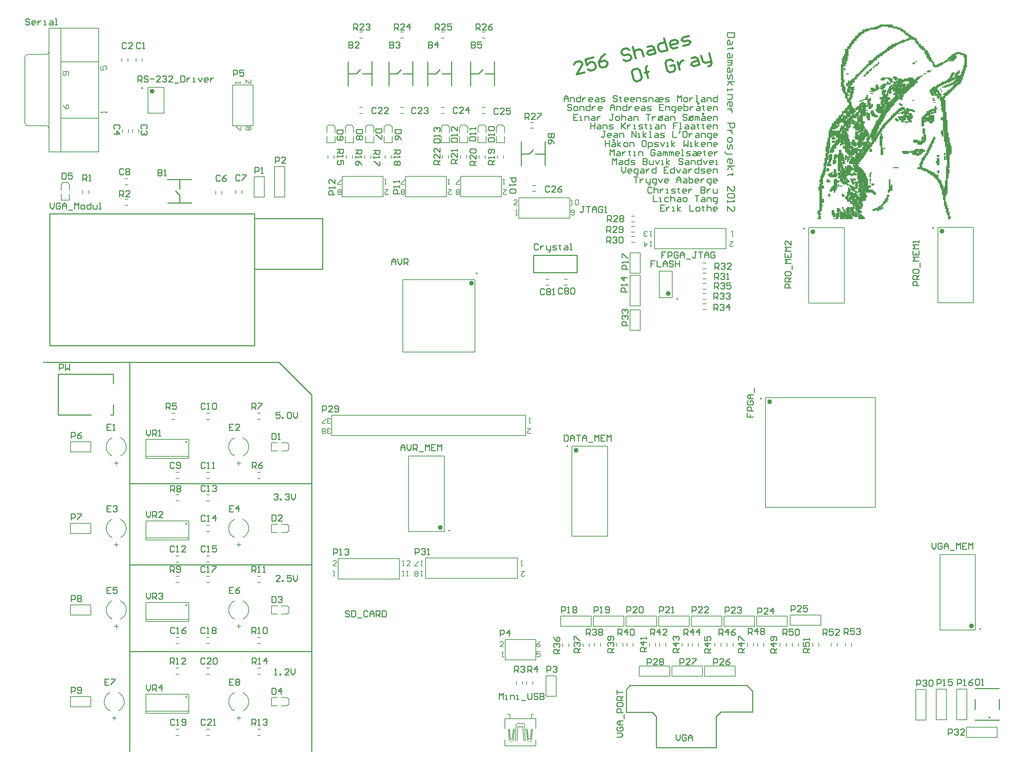
<source format=gto>
%FSLAX44Y44*%
%MOMM*%
G71*
G01*
G75*
%ADD10R,1.1000X1.7000*%
%ADD11R,1.5500X0.4500*%
%ADD12R,1.7000X1.1000*%
%ADD13R,1.4000X2.1000*%
%ADD14R,1.2000X1.2000*%
%ADD15R,1.2000X1.2000*%
%ADD16O,0.3000X2.5400*%
%ADD17O,2.5400X0.3000*%
%ADD18R,2.1000X1.4000*%
%ADD19R,1.5500X0.5500*%
%ADD20O,1.7000X0.3500*%
%ADD21O,1.5500X0.2500*%
%ADD22O,0.2500X1.5500*%
%ADD23R,0.5000X3.1000*%
%ADD24R,2.0000X2.5000*%
%ADD25R,2.0000X3.3000*%
%ADD26O,2.1000X0.4500*%
%ADD27R,0.7000X2.0000*%
%ADD28R,1.0000X2.0000*%
%ADD29R,1.2000X2.0000*%
%ADD30R,1.5000X2.0000*%
%ADD31R,2.0000X3.5000*%
%ADD32R,2.0000X1.8000*%
%ADD33C,0.1500*%
%ADD34R,1.5000X1.5000*%
%ADD35C,1.5000*%
%ADD36R,1.5000X1.5000*%
%ADD37C,1.3500*%
%ADD38R,1.2500X1.2500*%
%ADD39C,1.6000*%
%ADD40R,1.6000X1.6000*%
%ADD41C,1.2000*%
%ADD42O,1.5240X4.0640*%
%ADD43O,4.0640X1.5240*%
%ADD44O,1.5240X4.3180*%
%ADD45C,4.7600*%
%ADD46R,1.6900X1.6900*%
%ADD47C,1.6900*%
%ADD48C,1.5240*%
%ADD49C,4.5000*%
%ADD50C,0.7100*%
%ADD51C,1.0160*%
%ADD52C,0.2540*%
%ADD53C,1.9160*%
G04:AMPARAMS|DCode=54|XSize=2.424mm|YSize=2.424mm|CornerRadius=0mm|HoleSize=0mm|Usage=FLASHONLY|Rotation=0.000|XOffset=0mm|YOffset=0mm|HoleType=Round|Shape=Relief|Width=0.254mm|Gap=0.254mm|Entries=4|*
%AMTHD54*
7,0,0,2.4240,1.9160,0.2540,45*
%
%ADD54THD54*%
%ADD55C,1.8160*%
G04:AMPARAMS|DCode=56|XSize=2.274mm|YSize=2.274mm|CornerRadius=0mm|HoleSize=0mm|Usage=FLASHONLY|Rotation=0.000|XOffset=0mm|YOffset=0mm|HoleType=Round|Shape=Relief|Width=0.254mm|Gap=0.254mm|Entries=4|*
%AMTHD56*
7,0,0,2.2740,1.7660,0.2540,45*
%
%ADD56THD56*%
%ADD57C,2.0160*%
G04:AMPARAMS|DCode=58|XSize=2.524mm|YSize=2.524mm|CornerRadius=0mm|HoleSize=0mm|Usage=FLASHONLY|Rotation=0.000|XOffset=0mm|YOffset=0mm|HoleType=Round|Shape=Relief|Width=0.254mm|Gap=0.254mm|Entries=4|*
%AMTHD58*
7,0,0,2.5240,2.0160,0.2540,45*
%
%ADD58THD58*%
%ADD59C,1.7660*%
%ADD60O,1.7780X4.3180*%
%ADD61O,4.3180X1.7780*%
%AMTHOVALD62*
21,1,2.7940,2.2860,0,0,270.0*
1,1,2.2860,0.0000,1.3970*
1,1,2.2860,0.0000,-1.3970*
21,0,2.7940,1.7780,0,0,270.0*
1,0,1.7780,0.0000,1.3970*
1,0,1.7780,0.0000,-1.3970*
4,0,4,-0.0898,1.3072,-0.8980,2.1154,-0.7184,2.2950,0.0898,1.4868,-0.0898,1.3072,0.0*
4,0,4,-0.0898,-1.4868,0.7184,-2.2950,0.8980,-2.1154,0.0898,-1.3072,-0.0898,-1.4868,0.0*
4,0,4,-0.0898,1.4868,0.7184,2.2950,0.8980,2.1154,0.0898,1.3072,-0.0898,1.4868,0.0*
4,0,4,-0.0898,-1.3072,-0.8980,-2.1154,-0.7184,-2.2950,0.0898,-1.4868,-0.0898,-1.3072,0.0*
%
%ADD62THOVALD62*%

%ADD63C,4.2760*%
%ADD64C,2.1060*%
G04:AMPARAMS|DCode=65|XSize=2.424mm|YSize=2.424mm|CornerRadius=0mm|HoleSize=0mm|Usage=FLASHONLY|Rotation=0.000|XOffset=0mm|YOffset=0mm|HoleType=Round|Shape=Relief|Width=0.254mm|Gap=0.254mm|Entries=4|*
%AMTHD65*
7,0,0,2.4240,1.9160,0.2540,45*
%
%ADD65THD65*%
%ADD66C,1.9160*%
%ADD67C,4.2160*%
%ADD68C,2.2060*%
%ADD69C,2.0160*%
%ADD70C,1.3160*%
G04:AMPARAMS|DCode=71|XSize=1.824mm|YSize=1.824mm|CornerRadius=0mm|HoleSize=0mm|Usage=FLASHONLY|Rotation=0.000|XOffset=0mm|YOffset=0mm|HoleType=Round|Shape=Relief|Width=0.254mm|Gap=0.254mm|Entries=4|*
%AMTHD71*
7,0,0,1.8240,1.3160,0.2540,45*
%
%ADD71THD71*%
G04:AMPARAMS|DCode=72|XSize=2.324mm|YSize=2.324mm|CornerRadius=0mm|HoleSize=0mm|Usage=FLASHONLY|Rotation=0.000|XOffset=0mm|YOffset=0mm|HoleType=Round|Shape=Relief|Width=0.254mm|Gap=0.254mm|Entries=4|*
%AMTHD72*
7,0,0,2.3240,1.8160,0.2540,45*
%
%ADD72THD72*%
%AMTHOVALD73*
21,1,2.5400,2.2860,0,0,90.0*
1,1,2.2860,0.0000,-1.2700*
1,1,2.2860,0.0000,1.2700*
21,0,2.5400,1.7780,0,0,90.0*
1,0,1.7780,0.0000,-1.2700*
1,0,1.7780,0.0000,1.2700*
4,0,4,0.0898,-1.1802,0.8980,-1.9884,0.7184,-2.1680,-0.0898,-1.3598,0.0898,-1.1802,0.0*
4,0,4,0.0898,1.3598,-0.7184,2.1680,-0.8980,1.9884,-0.0898,1.1802,0.0898,1.3598,0.0*
4,0,4,0.0898,-1.3598,-0.7184,-2.1680,-0.8980,-1.9884,-0.0898,-1.1802,0.0898,-1.3598,0.0*
4,0,4,0.0898,1.1802,0.8980,1.9884,0.7184,2.1680,-0.0898,1.3598,0.0898,1.1802,0.0*
%
%ADD73THOVALD73*%

%AMTHOVALD74*
21,1,2.5400,2.2860,0,0,180.0*
1,1,2.2860,1.2700,0.0000*
1,1,2.2860,-1.2700,0.0000*
21,0,2.5400,1.7780,0,0,180.0*
1,0,1.7780,1.2700,0.0000*
1,0,1.7780,-1.2700,0.0000*
4,0,4,1.1802,0.0898,1.9884,0.8980,2.1680,0.7184,1.3598,-0.0898,1.1802,0.0898,0.0*
4,0,4,-1.3598,0.0898,-2.1680,-0.7184,-1.9884,-0.8980,-1.1802,-0.0898,-1.3598,0.0898,0.0*
4,0,4,1.3598,0.0898,2.1680,-0.7184,1.9884,-0.8980,1.1802,-0.0898,1.3598,0.0898,0.0*
4,0,4,-1.1802,0.0898,-1.9884,0.8980,-2.1680,0.7184,-1.3598,-0.0898,-1.1802,0.0898,0.0*
%
%ADD74THOVALD74*%

%ADD75O,1.7780X4.5720*%
G04:AMPARAMS|DCode=76|XSize=4.784mm|YSize=4.784mm|CornerRadius=0mm|HoleSize=0mm|Usage=FLASHONLY|Rotation=0.000|XOffset=0mm|YOffset=0mm|HoleType=Round|Shape=Relief|Width=0.254mm|Gap=0.254mm|Entries=4|*
%AMTHD76*
7,0,0,4.7840,4.2760,0.2540,45*
%
%ADD76THD76*%
G04:AMPARAMS|DCode=77|XSize=2.614mm|YSize=2.614mm|CornerRadius=0mm|HoleSize=0mm|Usage=FLASHONLY|Rotation=0.000|XOffset=0mm|YOffset=0mm|HoleType=Round|Shape=Relief|Width=0.254mm|Gap=0.254mm|Entries=4|*
%AMTHD77*
7,0,0,2.6140,2.1060,0.2540,45*
%
%ADD77THD77*%
G04:AMPARAMS|DCode=78|XSize=2.524mm|YSize=2.524mm|CornerRadius=0mm|HoleSize=0mm|Usage=FLASHONLY|Rotation=0.000|XOffset=0mm|YOffset=0mm|HoleType=Round|Shape=Relief|Width=0.254mm|Gap=0.254mm|Entries=4|*
%AMTHD78*
7,0,0,2.5240,2.0160,0.2540,45*
%
%ADD78THD78*%
%ADD79C,0.6000*%
%ADD80C,0.2500*%
%ADD81C,0.2000*%
%ADD82C,0.1016*%
%ADD83C,0.1778*%
%ADD84C,0.2032*%
%ADD85C,0.5080*%
%ADD86C,0.2794*%
D33*
X994412Y1479770D02*
Y1489767D01*
X989414Y1484768D02*
X999411D01*
X994412Y1276570D02*
Y1286567D01*
X989414Y1281568D02*
X999411D01*
X689612Y1276570D02*
Y1286567D01*
X684614Y1281568D02*
X694611D01*
X994412Y1073370D02*
Y1083367D01*
X989414Y1078368D02*
X999411D01*
X689612Y1073370D02*
Y1083367D01*
X684614Y1078368D02*
X694611D01*
X994412Y844770D02*
Y854767D01*
X989414Y849768D02*
X999411D01*
X684532Y844770D02*
Y854767D01*
X679534Y849768D02*
X689531D01*
X689612Y1479770D02*
Y1489767D01*
X684614Y1484768D02*
X694611D01*
X556725Y2377717D02*
X559224Y2372718D01*
X564222Y2367720D01*
X569221D01*
X571720Y2370219D01*
Y2375218D01*
X569221Y2377717D01*
X566722D01*
X564222Y2375218D01*
Y2367720D01*
X569221Y2450820D02*
X571720Y2453319D01*
Y2458318D01*
X569221Y2460817D01*
X559224D01*
X556725Y2458318D01*
Y2453319D01*
X559224Y2450820D01*
X561723D01*
X564222Y2453319D01*
Y2460817D01*
X650725Y2474667D02*
Y2464670D01*
X658222D01*
X655723Y2469668D01*
Y2472168D01*
X658222Y2474667D01*
X663221D01*
X665720Y2472168D01*
Y2467169D01*
X663221Y2464670D01*
X665720Y2356370D02*
Y2361368D01*
Y2358869D01*
X650725D01*
X653224Y2356370D01*
D52*
X2139750Y2380750D02*
G03*
X2139750Y2380750I-2016J0D01*
G01*
X1929500Y2289500D02*
G03*
X1929500Y2289500I-2016J0D01*
G01*
X2152000Y2354750D02*
G03*
X2152000Y2354750I-2016J0D01*
G01*
X2863850Y850900D02*
G03*
X2863850Y850900I-1270J0D01*
G01*
X2589880Y2576780D02*
X2620360D01*
X2584800Y2574240D02*
X2622900D01*
X2577180Y2571700D02*
X2592420D01*
X2610200D02*
X2633060D01*
X2567020Y2569160D02*
X2587340D01*
X2622900D02*
X2640680D01*
X2554320Y2566620D02*
X2582260D01*
X2633060D02*
X2645760D01*
X2546700Y2564080D02*
X2564480D01*
X2640680D02*
X2648300D01*
X2546700Y2561540D02*
X2559400D01*
X2643220D02*
X2653380D01*
X2541620Y2559000D02*
X2551780D01*
X2648300D02*
X2653380D01*
X2536540Y2556460D02*
X2549240D01*
X2650840D02*
X2658460D01*
X2536540Y2553920D02*
X2544160D01*
X2653380D02*
X2661000D01*
X2534000Y2551380D02*
X2541620D01*
X2655920D02*
X2666080D01*
X2528920Y2548840D02*
X2539080D01*
X2661000D02*
X2668620D01*
X2528920Y2546300D02*
X2536540D01*
X2663540D02*
X2673700D01*
X2526380Y2543760D02*
X2534000D01*
X2661000D02*
X2678780D01*
X2523840Y2541220D02*
X2531460D01*
X2655920D02*
X2666080D01*
X2668620D02*
X2681320D01*
X2521300Y2538680D02*
X2531460D01*
X2645760D02*
X2661000D01*
X2676240D02*
X2681320D01*
X2518760Y2536140D02*
X2526380D01*
X2640680D02*
X2653380D01*
X2678780D02*
X2683860D01*
X2518760Y2533600D02*
X2526380D01*
X2635600D02*
X2648300D01*
X2678780D02*
X2686400D01*
X2516220Y2531060D02*
X2523840D01*
X2627980D02*
X2640680D01*
X2681320D02*
X2686400D01*
X2513680Y2528520D02*
X2521300D01*
X2620360D02*
X2635600D01*
X2683860D02*
X2691480D01*
X2513680Y2525980D02*
X2518760D01*
X2617820D02*
X2630520D01*
X2686400D02*
X2691480D01*
X2511140Y2523440D02*
X2518760D01*
X2612740D02*
X2627980D01*
X2686400D02*
X2696560D01*
X2508600Y2520900D02*
X2516220D01*
X2610200D02*
X2622900D01*
X2688940D02*
X2699100D01*
X2508600Y2518360D02*
X2516220D01*
X2607660D02*
X2620360D01*
X2691480D02*
X2701640D01*
X2503520Y2515820D02*
X2511140D01*
X2605120D02*
X2615280D01*
X2694020D02*
X2701640D01*
X2503520Y2513280D02*
X2511140D01*
X2602580D02*
X2612740D01*
X2699100D02*
X2706720D01*
X2503520Y2510740D02*
X2511140D01*
X2597500D02*
X2607660D01*
X2701640D02*
X2709260D01*
X2503520Y2508200D02*
X2511140D01*
X2594960D02*
X2605120D01*
X2701640D02*
X2709260D01*
X2780380D02*
X2790540D01*
X2503520Y2505660D02*
X2511140D01*
X2589880D02*
X2600040D01*
X2701640D02*
X2711800D01*
X2775300D02*
X2798160D01*
X2500980Y2503120D02*
X2511140D01*
X2587340D02*
X2597500D01*
X2704180D02*
X2711800D01*
X2770220D02*
X2780380D01*
X2790540D02*
X2803240D01*
X2500980Y2500580D02*
X2511140D01*
X2582260D02*
X2594960D01*
X2706720D02*
X2714340D01*
X2767680D02*
X2777840D01*
X2798160D02*
X2805780D01*
X2498440Y2498040D02*
X2508600D01*
X2579720D02*
X2589880D01*
X2706720D02*
X2714340D01*
X2765140D02*
X2780380D01*
X2798160D02*
X2805780D01*
X2498440Y2495500D02*
X2511140D01*
X2577180D02*
X2587340D01*
X2706720D02*
X2716880D01*
X2760060D02*
X2780380D01*
X2800700D02*
X2805780D01*
X2495900Y2492960D02*
X2508600D01*
X2574640D02*
X2582260D01*
X2709260D02*
X2716880D01*
X2760060D02*
X2777840D01*
X2800700D02*
X2805780D01*
X2495900Y2490420D02*
X2508600D01*
X2572100D02*
X2582260D01*
X2711800D02*
X2719420D01*
X2757520D02*
X2762600D01*
X2765140D02*
X2775300D01*
X2800700D02*
X2805780D01*
X2495900Y2487880D02*
X2500980D01*
X2503520D02*
X2508600D01*
X2564480D02*
X2577180D01*
X2711800D02*
X2719420D01*
X2752440D02*
X2760060D01*
X2762600D02*
X2772760D01*
X2800700D02*
X2805780D01*
X2495900Y2485340D02*
X2506060D01*
X2561940D02*
X2574640D01*
X2678780D02*
X2681320D01*
X2716880D02*
X2721960D01*
X2749900D02*
X2757520D01*
X2800700D02*
X2805780D01*
X2495900Y2482800D02*
X2506060D01*
X2561940D02*
X2572100D01*
X2584800D02*
X2587340D01*
X2673700D02*
X2676240D01*
X2719420D02*
X2724500D01*
X2742280D02*
X2752440D01*
X2800700D02*
X2805780D01*
X2495900Y2480260D02*
X2506060D01*
X2561940D02*
X2569560D01*
X2584800D02*
X2587340D01*
X2671160D02*
X2676240D01*
X2721960D02*
X2724500D01*
X2737200D02*
X2747360D01*
X2800700D02*
X2805780D01*
X2493360Y2477720D02*
X2503520D01*
X2556860D02*
X2567020D01*
X2579720D02*
X2584800D01*
X2721960D02*
X2727040D01*
X2732120D02*
X2744820D01*
X2800700D02*
X2805780D01*
X2493360Y2475180D02*
X2503520D01*
X2556860D02*
X2561940D01*
X2577180D02*
X2582260D01*
X2721960D02*
X2739740D01*
X2798160D02*
X2805780D01*
X2493360Y2472640D02*
X2498440D01*
X2551780D02*
X2559400D01*
X2574640D02*
X2577180D01*
X2724500D02*
X2734660D01*
X2798160D02*
X2805780D01*
X2493360Y2470100D02*
X2498440D01*
X2551780D02*
X2556860D01*
X2572100D02*
X2574640D01*
X2798160D02*
X2803240D01*
X2493360Y2467560D02*
X2498440D01*
X2500980D02*
X2503520D01*
X2546700D02*
X2554320D01*
X2567020D02*
X2569560D01*
X2798160D02*
X2803240D01*
X2493360Y2465020D02*
X2498440D01*
X2500980D02*
X2503520D01*
X2546700D02*
X2551780D01*
X2564480D02*
X2569560D01*
X2795620D02*
X2803240D01*
X2493360Y2462480D02*
X2498440D01*
X2541620D02*
X2549240D01*
X2561940D02*
X2567020D01*
X2709260D02*
X2716880D01*
X2785460D02*
X2788000D01*
X2795620D02*
X2800700D01*
X2493360Y2459940D02*
X2498440D01*
X2541620D02*
X2546700D01*
X2556860D02*
X2561940D01*
X2706720D02*
X2714340D01*
X2782920D02*
X2788000D01*
X2793080D02*
X2800700D01*
X2493360Y2457400D02*
X2498440D01*
X2539080D02*
X2544160D01*
X2556860D02*
X2561940D01*
X2770220D02*
X2775300D01*
X2780380D02*
X2788000D01*
X2793080D02*
X2800700D01*
X2493360Y2454860D02*
X2498440D01*
X2506060D02*
X2511140D01*
X2534000D02*
X2541620D01*
X2554320D02*
X2559400D01*
X2699100D02*
X2704180D01*
X2767680D02*
X2775300D01*
X2777840D02*
X2785460D01*
X2793080D02*
X2798160D01*
X2493360Y2452320D02*
X2498440D01*
X2531460D02*
X2539080D01*
X2551780D02*
X2554320D01*
X2767680D02*
X2772760D01*
X2777840D02*
X2782920D01*
X2790540D02*
X2798160D01*
X2493360Y2449780D02*
X2498440D01*
X2528920D02*
X2536540D01*
X2549240D02*
X2554320D01*
X2691480D02*
X2696560D01*
X2765140D02*
X2770220D01*
X2775300D02*
X2798160D01*
X2493360Y2447240D02*
X2498440D01*
X2528920D02*
X2534000D01*
X2622900D02*
X2630520D01*
X2683860D02*
X2691480D01*
X2765140D02*
X2770220D01*
X2777840D02*
X2795620D01*
X2493360Y2444700D02*
X2498440D01*
X2526380D02*
X2531460D01*
X2594960D02*
X2615280D01*
X2622900D02*
X2633060D01*
X2661000D02*
X2671160D01*
X2681320D02*
X2688940D01*
X2762600D02*
X2767680D01*
X2770220D02*
X2795620D01*
X2493360Y2442160D02*
X2498440D01*
X2521300D02*
X2531460D01*
X2592420D02*
X2602580D01*
X2610200D02*
X2620360D01*
X2625440D02*
X2643220D01*
X2650840D02*
X2673700D01*
X2678780D02*
X2686400D01*
X2760060D02*
X2777840D01*
X2780380D02*
X2795620D01*
X2493360Y2439620D02*
X2500980D01*
X2518760D02*
X2526380D01*
X2592420D02*
X2600040D01*
X2612740D02*
X2620360D01*
X2627980D02*
X2630520D01*
X2635600D02*
X2683860D01*
X2757520D02*
X2772760D01*
X2777840D02*
X2793080D01*
X2495900Y2437080D02*
X2500980D01*
X2511140D02*
X2513680D01*
X2516220D02*
X2526380D01*
X2615280D02*
X2620360D01*
X2630520D02*
X2655920D01*
X2658460D02*
X2681320D01*
X2752440D02*
X2767680D01*
X2775300D02*
X2793080D01*
X2493360Y2434540D02*
X2500980D01*
X2511140D02*
X2526380D01*
X2607660D02*
X2610200D01*
X2615280D02*
X2648300D01*
X2663540D02*
X2683860D01*
X2744820D02*
X2762600D01*
X2772760D02*
X2780380D01*
X2782920D02*
X2790540D01*
X2493360Y2432000D02*
X2498440D01*
X2508600D02*
X2521300D01*
X2607660D02*
X2615280D01*
X2625440D02*
X2630520D01*
X2633060D02*
X2645760D01*
X2663540D02*
X2681320D01*
X2742280D02*
X2754980D01*
X2767680D02*
X2777840D01*
X2780380D02*
X2790540D01*
X2493360Y2429460D02*
X2498440D01*
X2506060D02*
X2521300D01*
X2597500D02*
X2615280D01*
X2622900D02*
X2627980D01*
X2630520D02*
X2643220D01*
X2645760D02*
X2653380D01*
X2658460D02*
X2676240D01*
X2737200D02*
X2749900D01*
X2762600D02*
X2772760D01*
X2775300D02*
X2788000D01*
X2493360Y2426920D02*
X2500980D01*
X2506060D02*
X2511140D01*
X2513680D02*
X2518760D01*
X2579720D02*
X2584800D01*
X2594960D02*
X2605120D01*
X2617820D02*
X2620360D01*
X2622900D02*
X2653380D01*
X2655920D02*
X2676240D01*
X2732120D02*
X2744820D01*
X2754980D02*
X2767680D01*
X2772760D02*
X2782920D01*
X2493360Y2424380D02*
X2500980D01*
X2508600D02*
X2516220D01*
X2579720D02*
X2584800D01*
X2589880D02*
X2592420D01*
X2594960D02*
X2602580D01*
X2615280D02*
X2620360D01*
X2622900D02*
X2653380D01*
X2655920D02*
X2673700D01*
X2729580D02*
X2739740D01*
X2749900D02*
X2762600D01*
X2772760D02*
X2780380D01*
X2495900Y2421840D02*
X2503520D01*
X2511140D02*
X2526380D01*
X2579720D02*
X2587340D01*
X2592420D02*
X2602580D01*
X2612740D02*
X2617820D01*
X2620360D02*
X2625440D01*
X2627980D02*
X2635600D01*
X2638140D02*
X2643220D01*
X2645760D02*
X2668620D01*
X2721960D02*
X2734660D01*
X2744820D02*
X2754980D01*
X2770220D02*
X2777840D01*
X2495900Y2419300D02*
X2503520D01*
X2511140D02*
X2523840D01*
X2567020D02*
X2574640D01*
X2579720D02*
X2587340D01*
X2589880D02*
X2600040D01*
X2612740D02*
X2643220D01*
X2645760D02*
X2666080D01*
X2719420D02*
X2732120D01*
X2767680D02*
X2775300D01*
X2495900Y2416760D02*
X2503520D01*
X2508600D02*
X2513680D01*
X2516220D02*
X2526380D01*
X2567020D02*
X2587340D01*
X2592420D02*
X2597500D01*
X2610200D02*
X2663540D01*
X2716880D02*
X2732120D01*
X2739740D02*
X2742280D01*
X2765140D02*
X2772760D01*
X2495900Y2414220D02*
X2503520D01*
X2508600D02*
X2516220D01*
X2518760D02*
X2523840D01*
X2569560D02*
X2582260D01*
X2597500D02*
X2605120D01*
X2610200D02*
X2617820D01*
X2622900D02*
X2661000D01*
X2714340D02*
X2734660D01*
X2760060D02*
X2770220D01*
X2498440Y2411680D02*
X2503520D01*
X2508600D02*
X2516220D01*
X2518760D02*
X2523840D01*
X2564480D02*
X2577180D01*
X2594960D02*
X2605120D01*
X2607660D02*
X2617820D01*
X2622900D02*
X2625440D01*
X2627980D02*
X2658460D01*
X2714340D02*
X2719420D01*
X2721960D02*
X2737200D01*
X2742280D02*
X2744820D01*
X2757520D02*
X2767680D01*
X2498440Y2409140D02*
X2506060D01*
X2508600D02*
X2523840D01*
X2594960D02*
X2602580D01*
X2607660D02*
X2617820D01*
X2627980D02*
X2655920D01*
X2714340D02*
X2729580D01*
X2732120D02*
X2737200D01*
X2754980D02*
X2765140D01*
X2500980Y2406600D02*
X2508600D01*
X2516220D02*
X2523840D01*
X2567020D02*
X2572100D01*
X2594960D02*
X2602580D01*
X2607660D02*
X2610200D01*
X2612740D02*
X2617820D01*
X2625440D02*
X2653380D01*
X2716880D02*
X2721960D01*
X2724500D02*
X2729580D01*
X2734660D02*
X2739740D01*
X2749900D02*
X2762600D01*
X2503520Y2404060D02*
X2511140D01*
X2516220D02*
X2521300D01*
X2594960D02*
X2597500D01*
X2600040D02*
X2602580D01*
X2605120D02*
X2610200D01*
X2622900D02*
X2633060D01*
X2635600D02*
X2643220D01*
X2645760D02*
X2648300D01*
X2716880D02*
X2724500D01*
X2727040D02*
X2742280D01*
X2747360D02*
X2760060D01*
X2503520Y2401520D02*
X2513680D01*
X2516220D02*
X2521300D01*
X2556860D02*
X2559400D01*
X2597500D02*
X2610200D01*
X2627980D02*
X2635600D01*
X2638140D02*
X2648300D01*
X2719420D02*
X2724500D01*
X2727040D02*
X2734660D01*
X2737200D02*
X2742280D01*
X2749900D02*
X2757520D01*
X2503520Y2398980D02*
X2508600D01*
X2516220D02*
X2521300D01*
X2556860D02*
X2559400D01*
X2597500D02*
X2607660D01*
X2627980D02*
X2635600D01*
X2638140D02*
X2648300D01*
X2732120D02*
X2742280D01*
X2747360D02*
X2752440D01*
X2503520Y2396440D02*
X2508600D01*
X2513680D02*
X2521300D01*
X2554320D02*
X2559400D01*
X2589880D02*
X2592420D01*
X2594960D02*
X2612740D01*
X2625440D02*
X2645760D01*
X2732120D02*
X2737200D01*
X2739740D02*
X2752440D01*
X2506060Y2393900D02*
X2511140D01*
X2513680D02*
X2518760D01*
X2554320D02*
X2559400D01*
X2564480D02*
X2567020D01*
X2589880D02*
X2615280D01*
X2622900D02*
X2645760D01*
X2721960D02*
X2724500D01*
X2734660D02*
X2737200D01*
X2739740D02*
X2749900D01*
X2508600Y2391360D02*
X2518760D01*
X2549240D02*
X2567020D01*
X2592420D02*
X2600040D01*
X2602580D02*
X2615280D01*
X2620360D02*
X2635600D01*
X2640680D02*
X2645760D01*
X2721960D02*
X2724500D01*
X2739740D02*
X2749900D01*
X2508600Y2388820D02*
X2516220D01*
X2541620D02*
X2549240D01*
X2559400D02*
X2567020D01*
X2594960D02*
X2610200D01*
X2617820D02*
X2633060D01*
X2671160D02*
X2673700D01*
X2721960D02*
X2727040D01*
X2739740D02*
X2752440D01*
X2508600Y2386280D02*
X2516220D01*
X2539080D02*
X2541620D01*
X2559400D02*
X2564480D01*
X2592420D02*
X2610200D01*
X2615280D02*
X2630520D01*
X2742280D02*
X2752440D01*
X2511140Y2383740D02*
X2518760D01*
X2544160D02*
X2549240D01*
X2559400D02*
X2564480D01*
X2592420D02*
X2597500D01*
X2600040D02*
X2620360D01*
X2622900D02*
X2627980D01*
X2724500D02*
X2727040D01*
X2742280D02*
X2752440D01*
X2513680Y2381200D02*
X2518760D01*
X2541620D02*
X2554320D01*
X2559400D02*
X2567020D01*
X2592420D02*
X2597500D01*
X2600040D02*
X2625440D01*
X2638140D02*
X2640680D01*
X2742280D02*
X2752440D01*
X2513680Y2378660D02*
X2518760D01*
X2539080D02*
X2544160D01*
X2546700D02*
X2554320D01*
X2559400D02*
X2567020D01*
X2569560D02*
X2572100D01*
X2582260D02*
X2589880D01*
X2592420D02*
X2602580D01*
X2605120D02*
X2625440D01*
X2638140D02*
X2645760D01*
X2742280D02*
X2752440D01*
X2511140Y2376120D02*
X2518760D01*
X2539080D02*
X2559400D01*
X2561940D02*
X2572100D01*
X2582260D02*
X2589880D01*
X2594960D02*
X2602580D01*
X2605120D02*
X2622900D01*
X2640680D02*
X2645760D01*
X2742280D02*
X2752440D01*
X2508600Y2373580D02*
X2521300D01*
X2534000D02*
X2559400D01*
X2561940D02*
X2572100D01*
X2582260D02*
X2602580D01*
X2605120D02*
X2620360D01*
X2727040D02*
X2729580D01*
X2742280D02*
X2752440D01*
X2508600Y2371040D02*
X2521300D01*
X2531460D02*
X2544160D01*
X2546700D02*
X2554320D01*
X2561940D02*
X2569560D01*
X2582260D02*
X2600040D01*
X2602580D02*
X2617820D01*
X2643220D02*
X2650840D01*
X2727040D02*
X2729580D01*
X2744820D02*
X2752440D01*
X2503520Y2368500D02*
X2526380D01*
X2528920D02*
X2544160D01*
X2546700D02*
X2554320D01*
X2561940D02*
X2567020D01*
X2582260D02*
X2600040D01*
X2602580D02*
X2615280D01*
X2638140D02*
X2650840D01*
X2655920D02*
X2661000D01*
X2724500D02*
X2732120D01*
X2742280D02*
X2752440D01*
X2503520Y2365960D02*
X2511140D01*
X2513680D02*
X2526380D01*
X2528920D02*
X2534000D01*
X2536540D02*
X2554320D01*
X2579720D02*
X2597500D01*
X2600040D02*
X2615280D01*
X2635600D02*
X2653380D01*
X2655920D02*
X2671160D01*
X2716880D02*
X2729580D01*
X2742280D02*
X2752440D01*
X2500980Y2363420D02*
X2508600D01*
X2513680D02*
X2528920D01*
X2536540D02*
X2554320D01*
X2556860D02*
X2559400D01*
X2569560D02*
X2572100D01*
X2579720D02*
X2612740D01*
X2633060D02*
X2643220D01*
X2650840D02*
X2653380D01*
X2655920D02*
X2676240D01*
X2711800D02*
X2729580D01*
X2744820D02*
X2752440D01*
X2495900Y2360880D02*
X2528920D01*
X2536540D02*
X2554320D01*
X2567020D02*
X2574640D01*
X2582260D02*
X2610200D01*
X2630520D02*
X2638140D01*
X2645760D02*
X2661000D01*
X2671160D02*
X2676240D01*
X2706720D02*
X2719420D01*
X2724500D02*
X2729580D01*
X2744820D02*
X2752440D01*
X2495900Y2358340D02*
X2526380D01*
X2531460D02*
X2539080D01*
X2541620D02*
X2554320D01*
X2556860D02*
X2559400D01*
X2567020D02*
X2574640D01*
X2584800D02*
X2607660D01*
X2627980D02*
X2635600D01*
X2640680D02*
X2661000D01*
X2706720D02*
X2714340D01*
X2716880D02*
X2729580D01*
X2747360D02*
X2754980D01*
X2495900Y2355800D02*
X2498440D01*
X2506060D02*
X2523840D01*
X2528920D02*
X2536540D01*
X2541620D02*
X2564480D01*
X2567020D02*
X2577180D01*
X2592420D02*
X2605120D01*
X2622900D02*
X2633060D01*
X2635600D02*
X2638140D01*
X2643220D02*
X2648300D01*
X2650840D02*
X2668620D01*
X2704180D02*
X2721960D01*
X2747360D02*
X2754980D01*
X2493360Y2353260D02*
X2498440D01*
X2506060D02*
X2516220D01*
X2521300D02*
X2526380D01*
X2528920D02*
X2536540D01*
X2541620D02*
X2554320D01*
X2556860D02*
X2564480D01*
X2569560D02*
X2579720D01*
X2592420D02*
X2605120D01*
X2622900D02*
X2630520D01*
X2650840D02*
X2655920D01*
X2661000D02*
X2668620D01*
X2701640D02*
X2714340D01*
X2747360D02*
X2754980D01*
X2488280Y2350720D02*
X2498440D01*
X2500980D02*
X2503520D01*
X2506060D02*
X2516220D01*
X2518760D02*
X2536540D01*
X2539080D02*
X2554320D01*
X2556860D02*
X2564480D01*
X2569560D02*
X2584800D01*
X2589880D02*
X2602580D01*
X2617820D02*
X2627980D01*
X2648300D02*
X2661000D01*
X2663540D02*
X2671160D01*
X2699100D02*
X2709260D01*
X2711800D02*
X2724500D01*
X2747360D02*
X2754980D01*
X2488280Y2348180D02*
X2495900D01*
X2498440D02*
X2513680D01*
X2516220D02*
X2531460D01*
X2534000D02*
X2536540D01*
X2539080D02*
X2546700D01*
X2556860D02*
X2564480D01*
X2574640D02*
X2584800D01*
X2589880D02*
X2602580D01*
X2617820D02*
X2625440D01*
X2635600D02*
X2671160D01*
X2696560D02*
X2704180D01*
X2711800D02*
X2724500D01*
X2747360D02*
X2754980D01*
X2485740Y2345640D02*
X2493360D01*
X2498440D02*
X2508600D01*
X2513680D02*
X2531460D01*
X2534000D02*
X2546700D01*
X2556860D02*
X2564480D01*
X2587340D02*
X2600040D01*
X2615280D02*
X2622900D01*
X2635600D02*
X2653380D01*
X2655920D02*
X2671160D01*
X2694020D02*
X2724500D01*
X2742280D02*
X2754980D01*
X2483200Y2343100D02*
X2508600D01*
X2511140D02*
X2521300D01*
X2534000D02*
X2546700D01*
X2559400D02*
X2564480D01*
X2587340D02*
X2600040D01*
X2612740D02*
X2620360D01*
X2627980D02*
X2633060D01*
X2638140D02*
X2643220D01*
X2645760D02*
X2653380D01*
X2658460D02*
X2668620D01*
X2694020D02*
X2724500D01*
X2742280D02*
X2754980D01*
X2480660Y2340560D02*
X2503520D01*
X2508600D02*
X2518760D01*
X2521300D02*
X2523840D01*
X2534000D02*
X2546700D01*
X2559400D02*
X2564480D01*
X2584800D02*
X2597500D01*
X2610200D02*
X2617820D01*
X2627980D02*
X2635600D01*
X2638140D02*
X2653380D01*
X2658460D02*
X2666080D01*
X2694020D02*
X2699100D01*
X2701640D02*
X2724500D01*
X2742280D02*
X2754980D01*
X2480660Y2338020D02*
X2526380D01*
X2534000D02*
X2546700D01*
X2582260D02*
X2597500D01*
X2607660D02*
X2615280D01*
X2630520D02*
X2635600D01*
X2643220D02*
X2648300D01*
X2661000D02*
X2668620D01*
X2694020D02*
X2704180D01*
X2706720D02*
X2714340D01*
X2716880D02*
X2724500D01*
X2747360D02*
X2757520D01*
X2475580Y2335480D02*
X2516220D01*
X2518760D02*
X2531460D01*
X2534000D02*
X2551780D01*
X2579720D02*
X2594960D01*
X2605120D02*
X2612740D01*
X2643220D02*
X2658460D01*
X2661000D02*
X2668620D01*
X2694020D02*
X2704180D01*
X2711800D02*
X2721960D01*
X2747360D02*
X2757520D01*
X2475580Y2332940D02*
X2490820D01*
X2498440D02*
X2518760D01*
X2521300D02*
X2526380D01*
X2528920D02*
X2536540D01*
X2541620D02*
X2551780D01*
X2579720D02*
X2592420D01*
X2602580D02*
X2610200D01*
X2655920D02*
X2658460D01*
X2694020D02*
X2699100D01*
X2714340D02*
X2719420D01*
X2747360D02*
X2757520D01*
X2470500Y2330400D02*
X2488280D01*
X2500980D02*
X2518760D01*
X2521300D02*
X2539080D01*
X2541620D02*
X2549240D01*
X2579720D02*
X2592420D01*
X2600040D02*
X2607660D01*
X2694020D02*
X2699100D01*
X2747360D02*
X2757520D01*
X2470500Y2327860D02*
X2480660D01*
X2485740D02*
X2488280D01*
X2500980D02*
X2511140D01*
X2513680D02*
X2516220D01*
X2526380D02*
X2539080D01*
X2541620D02*
X2549240D01*
X2577180D02*
X2589880D01*
X2597500D02*
X2605120D01*
X2694020D02*
X2699100D01*
X2747360D02*
X2757520D01*
X2470500Y2325320D02*
X2488280D01*
X2493360D02*
X2495900D01*
X2498440D02*
X2516220D01*
X2526380D02*
X2549240D01*
X2577180D02*
X2587340D01*
X2594960D02*
X2602580D01*
X2694020D02*
X2699100D01*
X2747360D02*
X2757520D01*
X2467960Y2322780D02*
X2485740D01*
X2493360D02*
X2500980D01*
X2506060D02*
X2516220D01*
X2523840D02*
X2551780D01*
X2574640D02*
X2587340D01*
X2594960D02*
X2602580D01*
X2747360D02*
X2757520D01*
X2467960Y2320240D02*
X2483200D01*
X2490820D02*
X2500980D01*
X2503520D02*
X2506060D01*
X2508600D02*
X2513680D01*
X2523840D02*
X2551780D01*
X2574640D02*
X2587340D01*
X2592420D02*
X2600040D01*
X2747360D02*
X2757520D01*
X2465420Y2317700D02*
X2478120D01*
X2490820D02*
X2511140D01*
X2528920D02*
X2549240D01*
X2551780D02*
X2554320D01*
X2572100D02*
X2584800D01*
X2589880D02*
X2597500D01*
X2696560D02*
X2701640D01*
X2747360D02*
X2757520D01*
X2465420Y2315160D02*
X2470500D01*
X2490820D02*
X2498440D01*
X2500980D02*
X2511140D01*
X2528920D02*
X2539080D01*
X2541620D02*
X2549240D01*
X2551780D02*
X2556860D01*
X2569560D02*
X2584800D01*
X2589880D02*
X2594960D01*
X2696560D02*
X2701640D01*
X2747360D02*
X2757520D01*
X2462880Y2312620D02*
X2480660D01*
X2483200D02*
X2493360D01*
X2495900D02*
X2506060D01*
X2508600D02*
X2511140D01*
X2536540D02*
X2546700D01*
X2549240D02*
X2559400D01*
X2569560D02*
X2582260D01*
X2587340D02*
X2594960D01*
X2696560D02*
X2701640D01*
X2742280D02*
X2747360D01*
X2749900D02*
X2757520D01*
X2462880Y2310080D02*
X2493360D01*
X2495900D02*
X2506060D01*
X2528920D02*
X2541620D01*
X2544160D02*
X2546700D01*
X2549240D02*
X2559400D01*
X2569560D02*
X2582260D01*
X2584800D02*
X2592420D01*
X2696560D02*
X2701640D01*
X2742280D02*
X2747360D01*
X2749900D02*
X2757520D01*
X2462880Y2307540D02*
X2490820D01*
X2495900D02*
X2508600D01*
X2528920D02*
X2536540D01*
X2541620D02*
X2561940D01*
X2567020D02*
X2582260D01*
X2584800D02*
X2592420D01*
X2696560D02*
X2701640D01*
X2742280D02*
X2747360D01*
X2749900D02*
X2760060D01*
X2462880Y2305000D02*
X2498440D01*
X2500980D02*
X2508600D01*
X2528920D02*
X2534000D01*
X2539080D02*
X2561940D01*
X2567020D02*
X2579720D01*
X2582260D02*
X2589880D01*
X2592420D02*
X2594960D01*
X2699100D02*
X2701640D01*
X2742280D02*
X2747360D01*
X2749900D02*
X2760060D01*
X2462880Y2302460D02*
X2511140D01*
X2528920D02*
X2536540D01*
X2539080D02*
X2561940D01*
X2564480D02*
X2587340D01*
X2592420D02*
X2594960D01*
X2699100D02*
X2704180D01*
X2744820D02*
X2747360D01*
X2749900D02*
X2760060D01*
X2462880Y2299920D02*
X2470500D01*
X2473040D02*
X2475580D01*
X2480660D02*
X2511140D01*
X2528920D02*
X2561940D01*
X2564480D02*
X2577180D01*
X2579720D02*
X2584800D01*
X2589880D02*
X2594960D01*
X2699100D02*
X2704180D01*
X2744820D02*
X2747360D01*
X2749900D02*
X2760060D01*
X2462880Y2297380D02*
X2470500D01*
X2473040D02*
X2475580D01*
X2480660D02*
X2511140D01*
X2526380D02*
X2554320D01*
X2559400D02*
X2584800D01*
X2589880D02*
X2597500D01*
X2694020D02*
X2696560D01*
X2699100D02*
X2704180D01*
X2724500D02*
X2727040D01*
X2749900D02*
X2760060D01*
X2460340Y2294840D02*
X2465420D01*
X2470500D02*
X2478120D01*
X2485740D02*
X2511140D01*
X2528920D02*
X2551780D01*
X2556860D02*
X2564480D01*
X2569560D02*
X2582260D01*
X2589880D02*
X2597500D01*
X2694020D02*
X2704180D01*
X2721960D02*
X2727040D01*
X2749900D02*
X2762600D01*
X2460340Y2292300D02*
X2465420D01*
X2470500D02*
X2478120D01*
X2485740D02*
X2513680D01*
X2528920D02*
X2551780D01*
X2556860D02*
X2564480D01*
X2567020D02*
X2582260D01*
X2589880D02*
X2594960D01*
X2694020D02*
X2704180D01*
X2721960D02*
X2727040D01*
X2749900D02*
X2762600D01*
X2460340Y2289760D02*
X2465420D01*
X2480660D02*
X2490820D01*
X2493360D02*
X2513680D01*
X2521300D02*
X2526380D01*
X2536540D02*
X2549240D01*
X2556860D02*
X2561940D01*
X2572100D02*
X2579720D01*
X2589880D02*
X2594960D01*
X2673700D02*
X2683860D01*
X2694020D02*
X2696560D01*
X2699100D02*
X2704180D01*
X2719420D02*
X2724500D01*
X2749900D02*
X2762600D01*
X2460340Y2287220D02*
X2465420D01*
X2470500D02*
X2478120D01*
X2480660D02*
X2498440D01*
X2500980D02*
X2513680D01*
X2521300D02*
X2526380D01*
X2536540D02*
X2546700D01*
X2556860D02*
X2561940D01*
X2569560D02*
X2579720D01*
X2589880D02*
X2594960D01*
X2673700D02*
X2688940D01*
X2691480D02*
X2701640D01*
X2719420D02*
X2724500D01*
X2749900D02*
X2762600D01*
X2457800Y2284680D02*
X2465420D01*
X2470500D02*
X2498440D01*
X2500980D02*
X2516220D01*
X2518760D02*
X2528920D01*
X2534000D02*
X2544160D01*
X2546700D02*
X2564480D01*
X2569560D02*
X2574640D01*
X2589880D02*
X2594960D01*
X2673700D02*
X2701640D01*
X2716880D02*
X2724500D01*
X2752440D02*
X2762600D01*
X2457800Y2282140D02*
X2465420D01*
X2478120D02*
X2488280D01*
X2493360D02*
X2516220D01*
X2518760D02*
X2531460D01*
X2534000D02*
X2559400D01*
X2561940D02*
X2574640D01*
X2589880D02*
X2594960D01*
X2683860D02*
X2696560D01*
X2716880D02*
X2721960D01*
X2752440D02*
X2757520D01*
X2760060D02*
X2765140D01*
X2457800Y2279600D02*
X2465420D01*
X2475580D02*
X2485740D01*
X2490820D02*
X2498440D01*
X2500980D02*
X2516220D01*
X2518760D02*
X2559400D01*
X2561940D02*
X2572100D01*
X2589880D02*
X2594960D01*
X2683860D02*
X2694020D01*
X2714340D02*
X2719420D01*
X2752440D02*
X2765140D01*
X2457800Y2277060D02*
X2465420D01*
X2473040D02*
X2483200D01*
X2490820D02*
X2493360D01*
X2503520D02*
X2516220D01*
X2521300D02*
X2531460D01*
X2534000D02*
X2544160D01*
X2546700D02*
X2569560D01*
X2589880D02*
X2594960D01*
X2714340D02*
X2719420D01*
X2752440D02*
X2765140D01*
X2457800Y2274520D02*
X2465420D01*
X2470500D02*
X2480660D01*
X2498440D02*
X2500980D01*
X2503520D02*
X2521300D01*
X2526380D02*
X2528920D01*
X2536540D02*
X2544160D01*
X2549240D02*
X2569560D01*
X2592420D02*
X2594960D01*
X2711800D02*
X2719420D01*
X2752440D02*
X2767680D01*
X2455260Y2271980D02*
X2465420D01*
X2470500D02*
X2480660D01*
X2498440D02*
X2523840D01*
X2534000D02*
X2541620D01*
X2546700D02*
X2554320D01*
X2556860D02*
X2567020D01*
X2592420D02*
X2594960D01*
X2711800D02*
X2716880D01*
X2754980D02*
X2767680D01*
X2455260Y2269440D02*
X2462880D01*
X2465420D02*
X2475580D01*
X2478120D02*
X2480660D01*
X2498440D02*
X2511140D01*
X2513680D02*
X2523840D01*
X2526380D02*
X2534000D01*
X2546700D02*
X2564480D01*
X2592420D02*
X2594960D01*
X2597500D02*
X2602580D01*
X2709260D02*
X2716880D01*
X2754980D02*
X2767680D01*
X2455260Y2266900D02*
X2462880D01*
X2467960D02*
X2475580D01*
X2503520D02*
X2513680D01*
X2518760D02*
X2541620D01*
X2544160D02*
X2561940D01*
X2564480D02*
X2569560D01*
X2592420D02*
X2597500D01*
X2678780D02*
X2686400D01*
X2688940D02*
X2696560D01*
X2709260D02*
X2714340D01*
X2754980D02*
X2767680D01*
X2455260Y2264360D02*
X2462880D01*
X2465420D02*
X2475580D01*
X2488280D02*
X2493360D01*
X2503520D02*
X2516220D01*
X2518760D02*
X2559400D01*
X2564480D02*
X2569560D01*
X2592420D02*
X2597500D01*
X2673700D02*
X2701640D01*
X2706720D02*
X2714340D01*
X2754980D02*
X2767680D01*
X2455260Y2261820D02*
X2462880D01*
X2465420D02*
X2475580D01*
X2488280D02*
X2493360D01*
X2503520D02*
X2534000D01*
X2539080D02*
X2546700D01*
X2549240D02*
X2559400D01*
X2564480D02*
X2569560D01*
X2592420D02*
X2597500D01*
X2645760D02*
X2658460D01*
X2661000D02*
X2663540D01*
X2666080D02*
X2683860D01*
X2686400D02*
X2701640D01*
X2706720D02*
X2711800D01*
X2754980D02*
X2767680D01*
X2457800Y2259280D02*
X2462880D01*
X2465420D02*
X2473040D01*
X2488280D02*
X2493360D01*
X2506060D02*
X2534000D01*
X2539080D02*
X2544160D01*
X2546700D02*
X2556860D01*
X2592420D02*
X2597500D01*
X2645760D02*
X2663540D01*
X2666080D02*
X2681320D01*
X2686400D02*
X2696560D01*
X2706720D02*
X2711800D01*
X2754980D02*
X2767680D01*
X2455260Y2256740D02*
X2462880D01*
X2488280D02*
X2495900D01*
X2508600D02*
X2526380D01*
X2528920D02*
X2554320D01*
X2592420D02*
X2597500D01*
X2648300D02*
X2661000D01*
X2671160D02*
X2694020D01*
X2704180D02*
X2709260D01*
X2749900D02*
X2752440D01*
X2754980D02*
X2767680D01*
X2455260Y2254200D02*
X2460340D01*
X2465420D02*
X2470500D01*
X2478120D02*
X2480660D01*
X2485740D02*
X2498440D01*
X2511140D02*
X2526380D01*
X2531460D02*
X2554320D01*
X2592420D02*
X2597500D01*
X2671160D02*
X2691480D01*
X2701640D02*
X2709260D01*
X2749900D02*
X2752440D01*
X2754980D02*
X2765140D01*
X2455260Y2251660D02*
X2460340D01*
X2462880D02*
X2470500D01*
X2475580D02*
X2498440D01*
X2503520D02*
X2506060D01*
X2513680D02*
X2516220D01*
X2518760D02*
X2521300D01*
X2528920D02*
X2551780D01*
X2681320D02*
X2686400D01*
X2701640D02*
X2706720D01*
X2732120D02*
X2737200D01*
X2754980D02*
X2762600D01*
X2455260Y2249120D02*
X2460340D01*
X2462880D02*
X2470500D01*
X2475580D02*
X2498440D01*
X2503520D02*
X2508600D01*
X2511140D02*
X2516220D01*
X2518760D02*
X2521300D01*
X2528920D02*
X2549240D01*
X2699100D02*
X2704180D01*
X2732120D02*
X2737200D01*
X2749900D02*
X2752440D01*
X2754980D02*
X2762600D01*
X2455260Y2246580D02*
X2460340D01*
X2462880D02*
X2470500D01*
X2475580D02*
X2483200D01*
X2485740D02*
X2500980D01*
X2503520D02*
X2511140D01*
X2513680D02*
X2516220D01*
X2518760D02*
X2526380D01*
X2528920D02*
X2549240D01*
X2696560D02*
X2704180D01*
X2749900D02*
X2752440D01*
X2754980D02*
X2762600D01*
X2452720Y2244040D02*
X2460340D01*
X2462880D02*
X2470500D01*
X2475580D02*
X2480660D01*
X2485740D02*
X2500980D01*
X2503520D02*
X2506060D01*
X2508600D02*
X2513680D01*
X2518760D02*
X2546700D01*
X2694020D02*
X2701640D01*
X2732120D02*
X2737200D01*
X2749900D02*
X2752440D01*
X2754980D02*
X2762600D01*
X2452720Y2241500D02*
X2460340D01*
X2462880D02*
X2470500D01*
X2475580D02*
X2478120D01*
X2485740D02*
X2500980D01*
X2503520D02*
X2506060D01*
X2508600D02*
X2513680D01*
X2516220D02*
X2544160D01*
X2694020D02*
X2701640D01*
X2732120D02*
X2737200D01*
X2749900D02*
X2752440D01*
X2754980D02*
X2762600D01*
X2452720Y2238960D02*
X2457800D01*
X2462880D02*
X2467960D01*
X2473040D02*
X2480660D01*
X2485740D02*
X2500980D01*
X2508600D02*
X2511140D01*
X2516220D02*
X2541620D01*
X2694020D02*
X2699100D01*
X2732120D02*
X2737200D01*
X2757520D02*
X2762600D01*
X2452720Y2236420D02*
X2457800D01*
X2462880D02*
X2467960D01*
X2473040D02*
X2480660D01*
X2485740D02*
X2493360D01*
X2498440D02*
X2503520D01*
X2508600D02*
X2511140D01*
X2513680D02*
X2541620D01*
X2691480D02*
X2696560D01*
X2729580D02*
X2737200D01*
X2757520D02*
X2762600D01*
X2452720Y2233880D02*
X2457800D01*
X2460340D02*
X2465420D01*
X2473040D02*
X2480660D01*
X2485740D02*
X2500980D01*
X2513680D02*
X2536540D01*
X2691480D02*
X2696560D01*
X2729580D02*
X2737200D01*
X2757520D02*
X2762600D01*
X2450180Y2231340D02*
X2457800D01*
X2460340D02*
X2465420D01*
X2473040D02*
X2478120D01*
X2485740D02*
X2503520D01*
X2513680D02*
X2539080D01*
X2688940D02*
X2696560D01*
X2732120D02*
X2737200D01*
X2757520D02*
X2762600D01*
X2450180Y2228800D02*
X2455260D01*
X2457800D02*
X2467960D01*
X2485740D02*
X2495900D01*
X2523840D02*
X2526380D01*
X2528920D02*
X2534000D01*
X2688940D02*
X2694020D01*
X2732120D02*
X2737200D01*
X2757520D02*
X2762600D01*
X2450180Y2226260D02*
X2455260D01*
X2457800D02*
X2467960D01*
X2485740D02*
X2495900D01*
X2508600D02*
X2516220D01*
X2523840D02*
X2536540D01*
X2688940D02*
X2694020D01*
X2757520D02*
X2762600D01*
X2452720Y2223720D02*
X2455260D01*
X2485740D02*
X2498440D01*
X2503520D02*
X2506060D01*
X2508600D02*
X2518760D01*
X2523840D02*
X2536540D01*
X2688940D02*
X2694020D01*
X2754980D02*
X2762600D01*
X2450180Y2221180D02*
X2455260D01*
X2485740D02*
X2490820D01*
X2493360D02*
X2498440D01*
X2503520D02*
X2521300D01*
X2526380D02*
X2541620D01*
X2622900D02*
X2635600D01*
X2683860D02*
X2696560D01*
X2754980D02*
X2762600D01*
X2450180Y2218640D02*
X2455260D01*
X2457800D02*
X2462880D01*
X2485740D02*
X2490820D01*
X2493360D02*
X2500980D01*
X2503520D02*
X2544160D01*
X2683860D02*
X2704180D01*
X2754980D02*
X2760060D01*
X2450180Y2216100D02*
X2455260D01*
X2457800D02*
X2462880D01*
X2475580D02*
X2480660D01*
X2485740D02*
X2490820D01*
X2493360D02*
X2503520D01*
X2506060D02*
X2546700D01*
X2694020D02*
X2709260D01*
X2754980D02*
X2762600D01*
X2447640Y2213560D02*
X2455260D01*
X2457800D02*
X2462880D01*
X2475580D02*
X2480660D01*
X2485740D02*
X2493360D01*
X2495900D02*
X2518760D01*
X2526380D02*
X2549240D01*
X2699100D02*
X2714340D01*
X2734660D02*
X2737200D01*
X2754980D02*
X2762600D01*
X2447640Y2211020D02*
X2455260D01*
X2475580D02*
X2480660D01*
X2490820D02*
X2516220D01*
X2526380D02*
X2549240D01*
X2706720D02*
X2719420D01*
X2732120D02*
X2737200D01*
X2754980D02*
X2762600D01*
X2447640Y2208480D02*
X2452720D01*
X2467960D02*
X2473040D01*
X2475580D02*
X2480660D01*
X2485740D02*
X2516220D01*
X2523840D02*
X2526380D01*
X2534000D02*
X2551780D01*
X2567020D02*
X2569560D01*
X2709260D02*
X2724500D01*
X2734660D02*
X2737200D01*
X2754980D02*
X2762600D01*
X2445100Y2205940D02*
X2452720D01*
X2462880D02*
X2470500D01*
X2475580D02*
X2483200D01*
X2485740D02*
X2490820D01*
X2493360D02*
X2503520D01*
X2506060D02*
X2518760D01*
X2521300D02*
X2531460D01*
X2534000D02*
X2554320D01*
X2564480D02*
X2567020D01*
X2714340D02*
X2727040D01*
X2754980D02*
X2760060D01*
X2445100Y2203400D02*
X2452720D01*
X2460340D02*
X2483200D01*
X2485740D02*
X2531460D01*
X2534000D02*
X2554320D01*
X2564480D02*
X2567020D01*
X2716880D02*
X2729580D01*
X2732120D02*
X2734660D01*
X2754980D02*
X2760060D01*
X2442560Y2200860D02*
X2450180D01*
X2462880D02*
X2483200D01*
X2488280D02*
X2508600D01*
X2518760D02*
X2521300D01*
X2534000D02*
X2554320D01*
X2564480D02*
X2567020D01*
X2721960D02*
X2734660D01*
X2754980D02*
X2760060D01*
X2442560Y2198320D02*
X2450180D01*
X2465420D02*
X2480660D01*
X2485740D02*
X2506060D01*
X2534000D02*
X2556860D01*
X2564480D02*
X2567020D01*
X2724500D02*
X2734660D01*
X2754980D02*
X2760060D01*
X2442560Y2195780D02*
X2447640D01*
X2485740D02*
X2493360D01*
X2495900D02*
X2506060D01*
X2534000D02*
X2556860D01*
X2727040D02*
X2734660D01*
X2754980D02*
X2760060D01*
X2442560Y2193240D02*
X2447640D01*
X2478120D02*
X2480660D01*
X2490820D02*
X2508600D01*
X2516220D02*
X2521300D01*
X2523840D02*
X2528920D01*
X2534000D02*
X2559400D01*
X2564480D02*
X2567020D01*
X2729580D02*
X2737200D01*
X2754980D02*
X2757520D01*
X2440020Y2190700D02*
X2447640D01*
X2457800D02*
X2462880D01*
X2475580D02*
X2483200D01*
X2490820D02*
X2498440D01*
X2500980D02*
X2503520D01*
X2506060D02*
X2511140D01*
X2518760D02*
X2528920D01*
X2536540D02*
X2559400D01*
X2564480D02*
X2567020D01*
X2612740D02*
X2615280D01*
X2732120D02*
X2739740D01*
X2754980D02*
X2757520D01*
X2440020Y2188160D02*
X2447640D01*
X2457800D02*
X2465420D01*
X2475580D02*
X2488280D01*
X2490820D02*
X2498440D01*
X2500980D02*
X2503520D01*
X2506060D02*
X2513680D01*
X2518760D02*
X2523840D01*
X2536540D02*
X2559400D01*
X2564480D02*
X2567020D01*
X2612740D02*
X2615280D01*
X2734660D02*
X2742280D01*
X2752440D02*
X2757520D01*
X2440020Y2185620D02*
X2447640D01*
X2457800D02*
X2465420D01*
X2475580D02*
X2488280D01*
X2493360D02*
X2513680D01*
X2518760D02*
X2523840D01*
X2526380D02*
X2531460D01*
X2534000D02*
X2559400D01*
X2612740D02*
X2615280D01*
X2734660D02*
X2742280D01*
X2752440D02*
X2757520D01*
X2442560Y2183080D02*
X2447640D01*
X2475580D02*
X2483200D01*
X2495900D02*
X2508600D01*
X2521300D02*
X2526380D01*
X2528920D02*
X2546700D01*
X2549240D02*
X2559400D01*
X2564480D02*
X2567020D01*
X2612740D02*
X2615280D01*
X2737200D02*
X2742280D01*
X2752440D02*
X2757520D01*
X2440020Y2180540D02*
X2447640D01*
X2475580D02*
X2483200D01*
X2498440D02*
X2511140D01*
X2521300D02*
X2526380D01*
X2528920D02*
X2534000D01*
X2539080D02*
X2559400D01*
X2569560D02*
X2574640D01*
X2612740D02*
X2615280D01*
X2737200D02*
X2744820D01*
X2752440D02*
X2757520D01*
X2440020Y2178000D02*
X2445100D01*
X2475580D02*
X2483200D01*
X2485740D02*
X2488280D01*
X2508600D02*
X2511140D01*
X2513680D02*
X2516220D01*
X2528920D02*
X2534000D01*
X2536540D02*
X2546700D01*
X2549240D02*
X2559400D01*
X2569560D02*
X2574640D01*
X2612740D02*
X2615280D01*
X2617820D02*
X2620360D01*
X2739740D02*
X2744820D01*
X2752440D02*
X2757520D01*
X2440020Y2175460D02*
X2450180D01*
X2473040D02*
X2483200D01*
X2485740D02*
X2488280D01*
X2490820D02*
X2495900D01*
X2513680D02*
X2521300D01*
X2528920D02*
X2534000D01*
X2536540D02*
X2567020D01*
X2612740D02*
X2615280D01*
X2617820D02*
X2620360D01*
X2739740D02*
X2747360D01*
X2752440D02*
X2757520D01*
X2437480Y2172920D02*
X2450180D01*
X2470500D02*
X2483200D01*
X2516220D02*
X2526380D01*
X2528920D02*
X2534000D01*
X2539080D02*
X2567020D01*
X2612740D02*
X2620360D01*
X2739740D02*
X2747360D01*
X2749900D02*
X2757520D01*
X2437480Y2170380D02*
X2450180D01*
X2467960D02*
X2483200D01*
X2511140D02*
X2513680D01*
X2518760D02*
X2534000D01*
X2536540D02*
X2561940D01*
X2612740D02*
X2620360D01*
X2742280D02*
X2747360D01*
X2749900D02*
X2757520D01*
X2437480Y2167840D02*
X2445100D01*
X2467960D02*
X2480660D01*
X2511140D02*
X2516220D01*
X2518760D02*
X2528920D01*
X2536540D02*
X2544160D01*
X2546700D02*
X2561940D01*
X2612740D02*
X2620360D01*
X2742280D02*
X2757520D01*
X2437480Y2165300D02*
X2445100D01*
X2465420D02*
X2480660D01*
X2511140D02*
X2516220D01*
X2518760D02*
X2526380D01*
X2536540D02*
X2572100D01*
X2610200D02*
X2620360D01*
X2744820D02*
X2757520D01*
X2440020Y2162760D02*
X2445100D01*
X2465420D02*
X2470500D01*
X2475580D02*
X2478120D01*
X2511140D02*
X2516220D01*
X2523840D02*
X2531460D01*
X2536540D02*
X2574640D01*
X2610200D02*
X2615280D01*
X2744820D02*
X2757520D01*
X2440020Y2160220D02*
X2445100D01*
X2475580D02*
X2478120D01*
X2508600D02*
X2516220D01*
X2518760D02*
X2521300D01*
X2528920D02*
X2551780D01*
X2554320D02*
X2577180D01*
X2610200D02*
X2612740D01*
X2744820D02*
X2757520D01*
X2440020Y2157680D02*
X2445100D01*
X2508600D02*
X2523840D01*
X2526380D02*
X2531460D01*
X2541620D02*
X2554320D01*
X2572100D02*
X2579720D01*
X2744820D02*
X2757520D01*
X2440020Y2155140D02*
X2445100D01*
X2462880D02*
X2465420D01*
X2495900D02*
X2498440D01*
X2508600D02*
X2531460D01*
X2536540D02*
X2554320D01*
X2574640D02*
X2579720D01*
X2744820D02*
X2754980D01*
X2440020Y2152600D02*
X2445100D01*
X2460340D02*
X2465420D01*
X2495900D02*
X2500980D01*
X2508600D02*
X2513680D01*
X2516220D02*
X2534000D01*
X2539080D02*
X2556860D01*
X2607660D02*
X2612740D01*
X2747360D02*
X2754980D01*
X2440020Y2150060D02*
X2445100D01*
X2462880D02*
X2465420D01*
X2495900D02*
X2500980D01*
X2506060D02*
X2511140D01*
X2516220D02*
X2536540D01*
X2541620D02*
X2556860D01*
X2607660D02*
X2612740D01*
X2747360D02*
X2752440D01*
X2440020Y2147520D02*
X2445100D01*
X2503520D02*
X2511140D01*
X2513680D02*
X2556860D01*
X2607660D02*
X2610200D01*
X2747360D02*
X2752440D01*
X2440020Y2144980D02*
X2445100D01*
X2503520D02*
X2511140D01*
X2513680D02*
X2526380D01*
X2531460D02*
X2554320D01*
X2605120D02*
X2610200D01*
X2747360D02*
X2752440D01*
X2440020Y2142440D02*
X2450180D01*
X2506060D02*
X2554320D01*
X2602580D02*
X2610200D01*
X2747360D02*
X2752440D01*
X2440020Y2139900D02*
X2450180D01*
X2508600D02*
X2516220D01*
X2521300D02*
X2534000D01*
X2536540D02*
X2554320D01*
X2602580D02*
X2607660D01*
X2749900D02*
X2752440D01*
X2440020Y2137360D02*
X2450180D01*
X2508600D02*
X2534000D01*
X2536540D02*
X2546700D01*
X2600040D02*
X2610200D01*
X2749900D02*
X2752440D01*
X2440020Y2134820D02*
X2450180D01*
X2516220D02*
X2521300D01*
X2523840D02*
X2534000D01*
X2536540D02*
X2544160D01*
X2597500D02*
X2605120D01*
X2749900D02*
X2754980D01*
X2440020Y2132280D02*
X2445100D01*
X2516220D02*
X2546700D01*
X2597500D02*
X2602580D01*
X2749900D02*
X2754980D01*
X2440020Y2129740D02*
X2445100D01*
X2521300D02*
X2528920D01*
X2531460D02*
X2536540D01*
X2539080D02*
X2546700D01*
X2594960D02*
X2600040D01*
X2749900D02*
X2754980D01*
X2440020Y2127200D02*
X2447640D01*
X2523840D02*
X2539080D01*
X2541620D02*
X2546700D01*
X2592420D02*
X2597500D01*
X2749900D02*
X2757520D01*
X2440020Y2124660D02*
X2445100D01*
X2523840D02*
X2526380D01*
X2528920D02*
X2546700D01*
X2587340D02*
X2594960D01*
X2752440D02*
X2757520D01*
X2440020Y2122120D02*
X2445100D01*
X2495900D02*
X2498440D01*
X2508600D02*
X2513680D01*
X2516220D02*
X2526380D01*
X2528920D02*
X2544160D01*
X2584800D02*
X2592420D01*
X2594960D02*
X2597500D01*
X2752440D02*
X2757520D01*
X2440020Y2119580D02*
X2445100D01*
X2483200D02*
X2488280D01*
X2495900D02*
X2498440D01*
X2506060D02*
X2526380D01*
X2528920D02*
X2544160D01*
X2577180D02*
X2597500D01*
X2752440D02*
X2760060D01*
X2440020Y2117040D02*
X2445100D01*
X2483200D02*
X2490820D01*
X2498440D02*
X2500980D01*
X2506060D02*
X2513680D01*
X2516220D02*
X2523840D01*
X2528920D02*
X2539080D01*
X2572100D02*
X2584800D01*
X2587340D02*
X2592420D01*
X2754980D02*
X2760060D01*
X2437480Y2114500D02*
X2445100D01*
X2470500D02*
X2475580D01*
X2483200D02*
X2490820D01*
X2498440D02*
X2503520D01*
X2506060D02*
X2513680D01*
X2516220D02*
X2523840D01*
X2531460D02*
X2541620D01*
X2572100D02*
X2577180D01*
X2582260D02*
X2587340D01*
X2754980D02*
X2760060D01*
X2434940Y2111960D02*
X2442560D01*
X2470500D02*
X2475580D01*
X2483200D02*
X2488280D01*
X2490820D02*
X2493360D01*
X2500980D02*
X2503520D01*
X2506060D02*
X2516220D01*
X2518760D02*
X2526380D01*
X2528920D02*
X2531460D01*
X2534000D02*
X2544160D01*
X2754980D02*
X2760060D01*
X2434940Y2109420D02*
X2440020D01*
X2470500D02*
X2475580D01*
X2485740D02*
X2488280D01*
X2490820D02*
X2503520D01*
X2506060D02*
X2516220D01*
X2518760D02*
X2526380D01*
X2528920D02*
X2531460D01*
X2534000D02*
X2544160D01*
X2754980D02*
X2762600D01*
X2434940Y2106880D02*
X2442560D01*
X2470500D02*
X2478120D01*
X2480660D02*
X2488280D01*
X2490820D02*
X2506060D01*
X2508600D02*
X2511140D01*
X2513680D02*
X2516220D01*
X2518760D02*
X2534000D01*
X2536540D02*
X2539080D01*
X2757520D02*
X2762600D01*
X2437480Y2104340D02*
X2442560D01*
X2470500D02*
X2478120D01*
X2480660D02*
X2488280D01*
X2490820D02*
X2534000D01*
X2536540D02*
X2544160D01*
X2757520D02*
X2762600D01*
X2437480Y2101800D02*
X2440020D01*
X2473040D02*
X2478120D01*
X2480660D02*
X2488280D01*
X2490820D02*
X2518760D01*
X2521300D02*
X2534000D01*
X2536540D02*
X2546700D01*
X2760060D02*
X2762600D01*
X2437480Y2099260D02*
X2442560D01*
X2473040D02*
X2478120D01*
X2480660D02*
X2488280D01*
X2490820D02*
X2521300D01*
X2526380D02*
X2534000D01*
X2536540D02*
X2549240D01*
X2760060D02*
X2765140D01*
X2437480Y2096720D02*
X2442560D01*
X2480660D02*
X2485740D01*
X2490820D02*
X2500980D01*
X2503520D02*
X2521300D01*
X2536540D02*
X2551780D01*
X2760060D02*
X2765140D01*
X2434940Y2094180D02*
X2442560D01*
X2475580D02*
X2478120D01*
X2480660D02*
X2485740D01*
X2490820D02*
X2500980D01*
X2503520D02*
X2521300D01*
X2536540D02*
X2551780D01*
X2760060D02*
X2765140D01*
X1697340Y2225300D02*
Y2285300D01*
X1756410Y2226000D02*
Y2286000D01*
X1697340Y2255300D02*
X1717040D01*
X1727200Y2265460D01*
X1732280Y2255300D02*
X1756410D01*
X723900Y1016000D02*
X1176020D01*
X723900Y1231900D02*
X1174750D01*
X722630Y1433830D02*
X1176020D01*
X722630Y767080D02*
Y1733550D01*
X1176020Y767080D02*
Y1654810D01*
X1094740Y1736090D02*
X1176020Y1654810D01*
X508000Y1736090D02*
X1094740D01*
X1266810Y2424690D02*
Y2484690D01*
X1325880Y2425390D02*
Y2485390D01*
X1266810Y2454690D02*
X1286510D01*
X1296670Y2464850D01*
X1301750Y2454690D02*
X1325880D01*
X1368410Y2424690D02*
Y2484690D01*
X1427480Y2425390D02*
Y2485390D01*
X1368410Y2454690D02*
X1388110D01*
X1398270Y2464850D01*
X1403350Y2454690D02*
X1427480D01*
X1464930Y2424690D02*
Y2484690D01*
X1524000Y2425390D02*
Y2485390D01*
X1464930Y2454690D02*
X1484630D01*
X1494790Y2464850D01*
X1499870Y2454690D02*
X1524000D01*
X1571610Y2424690D02*
Y2484690D01*
X1630680Y2425390D02*
Y2485390D01*
X1571610Y2454690D02*
X1591310D01*
X1601470Y2464850D01*
X1606550Y2454690D02*
X1630680D01*
X2037500Y2339000D02*
X2049250Y2350750D01*
X2113500Y2339000D02*
X2125250Y2350750D01*
X817310Y2132950D02*
X877310D01*
X816610Y2192020D02*
X876610D01*
X847310Y2132950D02*
Y2152650D01*
X837150Y2162810D02*
X847310Y2152650D01*
Y2167890D02*
Y2192020D01*
X675640Y1605280D02*
X681990D01*
Y1630680D01*
X619760Y1706080D02*
X674370D01*
X681990Y1682750D02*
Y1705610D01*
X681520Y1706080D02*
X681990Y1705610D01*
X671830Y1706080D02*
X681520D01*
X544760D02*
X619760D01*
X544760Y1606080D02*
Y1706080D01*
Y1605280D02*
X627380D01*
X1033850Y1967730D02*
X1202690D01*
Y2094230D01*
X1033850D02*
X1202690D01*
X523850Y1777230D02*
Y2106230D01*
X1033850Y1777230D02*
Y2106230D01*
X523850Y1777230D02*
X1033850D01*
X523850Y2106230D02*
X1033850D01*
X1728230Y2002900D02*
X1835930D01*
X1728230Y1959500D02*
X1835930D01*
X1728230D02*
Y2002900D01*
X1835930Y1959500D02*
Y2002900D01*
X2827020Y844550D02*
X2886710D01*
X2827020Y923290D02*
X2886710D01*
X2827020Y871220D02*
Y896620D01*
X2886710Y871220D02*
Y896620D01*
X2033730Y775870D02*
X2183230D01*
X2273230Y864420D02*
Y916920D01*
X2259230Y930920D02*
X2273230Y916920D01*
X1977730Y930920D02*
X2259230D01*
X1968730Y930670D02*
X1977980D01*
X1958980Y920920D02*
X1968730Y930670D01*
X1958980Y864420D02*
Y920920D01*
X1959230Y864420D02*
X2022980D01*
X2033730Y853670D01*
Y776420D02*
Y853670D01*
X2194730Y864670D02*
X2273230D01*
X2182730Y852670D02*
X2194730Y864670D01*
X2182730Y776420D02*
Y852670D01*
X1963420Y1827530D02*
X1948185D01*
Y1835148D01*
X1950724Y1837687D01*
X1955802D01*
X1958342Y1835148D01*
Y1827530D01*
X1950724Y1842765D02*
X1948185Y1845304D01*
Y1850383D01*
X1950724Y1852922D01*
X1953263D01*
X1955802Y1850383D01*
Y1847843D01*
Y1850383D01*
X1958342Y1852922D01*
X1960881D01*
X1963420Y1850383D01*
Y1845304D01*
X1960881Y1842765D01*
X1950724Y1858000D02*
X1948185Y1860539D01*
Y1865618D01*
X1950724Y1868157D01*
X1953263D01*
X1955802Y1865618D01*
Y1863078D01*
Y1865618D01*
X1958342Y1868157D01*
X1960881D01*
X1963420Y1865618D01*
Y1860539D01*
X1960881Y1858000D01*
X2834891Y947415D02*
X2829813D01*
X2827274Y944876D01*
Y934719D01*
X2829813Y932180D01*
X2834891D01*
X2837431Y934719D01*
Y944876D01*
X2834891Y947415D01*
X2842509Y932180D02*
X2847587D01*
X2845048D01*
Y947415D01*
X2842509Y944876D01*
X1739643Y2029456D02*
X1737103Y2031995D01*
X1732025D01*
X1729486Y2029456D01*
Y2019299D01*
X1732025Y2016760D01*
X1737103D01*
X1739643Y2019299D01*
X1744721Y2026917D02*
Y2016760D01*
Y2021838D01*
X1747260Y2024377D01*
X1749799Y2026917D01*
X1752339D01*
X1759956D02*
Y2019299D01*
X1762495Y2016760D01*
X1770113D01*
Y2014221D01*
X1767574Y2011682D01*
X1765034D01*
X1770113Y2016760D02*
Y2026917D01*
X1775191Y2016760D02*
X1782809D01*
X1785348Y2019299D01*
X1782809Y2021838D01*
X1777730D01*
X1775191Y2024377D01*
X1777730Y2026917D01*
X1785348D01*
X1792966Y2029456D02*
Y2026917D01*
X1790426D01*
X1795505D01*
X1792966D01*
Y2019299D01*
X1795505Y2016760D01*
X1805661Y2026917D02*
X1810740D01*
X1813279Y2024377D01*
Y2016760D01*
X1805661D01*
X1803122Y2019299D01*
X1805661Y2021838D01*
X1813279D01*
X1818357Y2016760D02*
X1823436D01*
X1820896D01*
Y2031995D01*
X1818357D01*
X1755137Y1917696D02*
X1752598Y1920235D01*
X1747519D01*
X1744980Y1917696D01*
Y1907539D01*
X1747519Y1905000D01*
X1752598D01*
X1755137Y1907539D01*
X1760215Y1917696D02*
X1762754Y1920235D01*
X1767833D01*
X1770372Y1917696D01*
Y1915157D01*
X1767833Y1912617D01*
X1770372Y1910078D01*
Y1907539D01*
X1767833Y1905000D01*
X1762754D01*
X1760215Y1907539D01*
Y1910078D01*
X1762754Y1912617D01*
X1760215Y1915157D01*
Y1917696D01*
X1762754Y1912617D02*
X1767833D01*
X1775450Y1905000D02*
X1780529D01*
X1777989D01*
Y1920235D01*
X1775450Y1917696D01*
X1799587Y1918966D02*
X1797047Y1921505D01*
X1791969D01*
X1789430Y1918966D01*
Y1908809D01*
X1791969Y1906270D01*
X1797047D01*
X1799587Y1908809D01*
X1804665Y1918966D02*
X1807204Y1921505D01*
X1812283D01*
X1814822Y1918966D01*
Y1916427D01*
X1812283Y1913887D01*
X1814822Y1911348D01*
Y1908809D01*
X1812283Y1906270D01*
X1807204D01*
X1804665Y1908809D01*
Y1911348D01*
X1807204Y1913887D01*
X1804665Y1916427D01*
Y1918966D01*
X1807204Y1913887D02*
X1812283D01*
X1819900Y1918966D02*
X1822439Y1921505D01*
X1827518D01*
X1830057Y1918966D01*
Y1908809D01*
X1827518Y1906270D01*
X1822439D01*
X1819900Y1908809D01*
Y1918966D01*
X764540Y932683D02*
Y922526D01*
X769618Y917448D01*
X774697Y922526D01*
Y932683D01*
X779775Y917448D02*
Y932683D01*
X787393D01*
X789932Y930144D01*
Y925066D01*
X787393Y922526D01*
X779775D01*
X784853D02*
X789932Y917448D01*
X802628D02*
Y932683D01*
X795010Y925066D01*
X805167D01*
X764540Y1161283D02*
Y1151126D01*
X769618Y1146048D01*
X774697Y1151126D01*
Y1161283D01*
X779775Y1146048D02*
Y1161283D01*
X787393D01*
X789932Y1158744D01*
Y1153665D01*
X787393Y1151126D01*
X779775D01*
X784853D02*
X789932Y1146048D01*
X795010Y1158744D02*
X797549Y1161283D01*
X802628D01*
X805167Y1158744D01*
Y1156205D01*
X802628Y1153665D01*
X800089D01*
X802628D01*
X805167Y1151126D01*
Y1148587D01*
X802628Y1146048D01*
X797549D01*
X795010Y1148587D01*
X764540Y1364483D02*
Y1354326D01*
X769618Y1349248D01*
X774697Y1354326D01*
Y1364483D01*
X779775Y1349248D02*
Y1364483D01*
X787393D01*
X789932Y1361944D01*
Y1356866D01*
X787393Y1354326D01*
X779775D01*
X784853D02*
X789932Y1349248D01*
X805167D02*
X795010D01*
X805167Y1359405D01*
Y1361944D01*
X802628Y1364483D01*
X797549D01*
X795010Y1361944D01*
X764540Y1567683D02*
Y1557526D01*
X769618Y1552448D01*
X774697Y1557526D01*
Y1567683D01*
X779775Y1552448D02*
Y1567683D01*
X787393D01*
X789932Y1565144D01*
Y1560065D01*
X787393Y1557526D01*
X779775D01*
X784853D02*
X789932Y1552448D01*
X795010D02*
X800089D01*
X797549D01*
Y1567683D01*
X795010Y1565144D01*
X1935485Y802640D02*
X1945642D01*
X1950720Y807718D01*
X1945642Y812797D01*
X1935485D01*
X1938024Y828032D02*
X1935485Y825493D01*
Y820414D01*
X1938024Y817875D01*
X1948181D01*
X1950720Y820414D01*
Y825493D01*
X1948181Y828032D01*
X1943103D01*
Y822953D01*
X1950720Y833110D02*
X1940563D01*
X1935485Y838188D01*
X1940563Y843267D01*
X1950720D01*
X1943103D01*
Y833110D01*
X1953259Y848345D02*
Y858502D01*
X1950720Y863580D02*
X1935485D01*
Y871198D01*
X1938024Y873737D01*
X1943103D01*
X1945642Y871198D01*
Y863580D01*
X1935485Y886433D02*
Y881355D01*
X1938024Y878815D01*
X1948181D01*
X1950720Y881355D01*
Y886433D01*
X1948181Y888972D01*
X1938024D01*
X1935485Y886433D01*
X1950720Y894050D02*
X1935485D01*
Y901668D01*
X1938024Y904207D01*
X1943103D01*
X1945642Y901668D01*
Y894050D01*
Y899129D02*
X1950720Y904207D01*
X1935485Y909286D02*
Y919442D01*
Y914364D01*
X1950720D01*
X525018Y2132833D02*
Y2122676D01*
X530096Y2117598D01*
X535175Y2122676D01*
Y2132833D01*
X550410Y2130294D02*
X547871Y2132833D01*
X542792D01*
X540253Y2130294D01*
Y2120137D01*
X542792Y2117598D01*
X547871D01*
X550410Y2120137D01*
Y2125215D01*
X545331D01*
X555488Y2117598D02*
Y2127755D01*
X560566Y2132833D01*
X565645Y2127755D01*
Y2117598D01*
Y2125215D01*
X555488D01*
X570723Y2115059D02*
X580880D01*
X585958Y2117598D02*
Y2132833D01*
X591037Y2127755D01*
X596115Y2132833D01*
Y2117598D01*
X603732D02*
X608811D01*
X611350Y2120137D01*
Y2125215D01*
X608811Y2127755D01*
X603732D01*
X601193Y2125215D01*
Y2120137D01*
X603732Y2117598D01*
X626585Y2132833D02*
Y2117598D01*
X618968D01*
X616428Y2120137D01*
Y2125215D01*
X618968Y2127755D01*
X626585D01*
X631664D02*
Y2120137D01*
X634203Y2117598D01*
X641820D01*
Y2127755D01*
X646899Y2117598D02*
X651977D01*
X649438D01*
Y2132833D01*
X646899D01*
X2719578Y1285743D02*
Y1275586D01*
X2724656Y1270508D01*
X2729735Y1275586D01*
Y1285743D01*
X2744970Y1283204D02*
X2742431Y1285743D01*
X2737352D01*
X2734813Y1283204D01*
Y1273047D01*
X2737352Y1270508D01*
X2742431D01*
X2744970Y1273047D01*
Y1278126D01*
X2739891D01*
X2750048Y1270508D02*
Y1280665D01*
X2755127Y1285743D01*
X2760205Y1280665D01*
Y1270508D01*
Y1278126D01*
X2750048D01*
X2765283Y1267969D02*
X2775440D01*
X2780518Y1270508D02*
Y1285743D01*
X2785597Y1280665D01*
X2790675Y1285743D01*
Y1270508D01*
X2805910Y1285743D02*
X2795753D01*
Y1270508D01*
X2805910D01*
X2795753Y1278126D02*
X2800832D01*
X2810988Y1270508D02*
Y1285743D01*
X2816067Y1280665D01*
X2821145Y1285743D01*
Y1270508D01*
X473707Y2589526D02*
X471167Y2592065D01*
X466089D01*
X463550Y2589526D01*
Y2586987D01*
X466089Y2584448D01*
X471167D01*
X473707Y2581908D01*
Y2579369D01*
X471167Y2576830D01*
X466089D01*
X463550Y2579369D01*
X486403Y2576830D02*
X481324D01*
X478785Y2579369D01*
Y2584448D01*
X481324Y2586987D01*
X486403D01*
X488942Y2584448D01*
Y2581908D01*
X478785D01*
X494020Y2586987D02*
Y2576830D01*
Y2581908D01*
X496559Y2584448D01*
X499099Y2586987D01*
X501638D01*
X509255Y2576830D02*
X514334D01*
X511794D01*
Y2586987D01*
X509255D01*
X524490D02*
X529569D01*
X532108Y2584448D01*
Y2576830D01*
X524490D01*
X521951Y2579369D01*
X524490Y2581908D01*
X532108D01*
X537186Y2576830D02*
X542265D01*
X539725D01*
Y2592065D01*
X537186D01*
X1269743Y1114548D02*
X1267204Y1117087D01*
X1262125D01*
X1259586Y1114548D01*
Y1112009D01*
X1262125Y1109470D01*
X1267204D01*
X1269743Y1106930D01*
Y1104391D01*
X1267204Y1101852D01*
X1262125D01*
X1259586Y1104391D01*
X1274821Y1117087D02*
Y1101852D01*
X1282439D01*
X1284978Y1104391D01*
Y1114548D01*
X1282439Y1117087D01*
X1274821D01*
X1290056Y1099313D02*
X1300213D01*
X1315448Y1114548D02*
X1312909Y1117087D01*
X1307830D01*
X1305291Y1114548D01*
Y1104391D01*
X1307830Y1101852D01*
X1312909D01*
X1315448Y1104391D01*
X1320526Y1101852D02*
Y1112009D01*
X1325605Y1117087D01*
X1330683Y1112009D01*
Y1101852D01*
Y1109470D01*
X1320526D01*
X1335761Y1101852D02*
Y1117087D01*
X1343379D01*
X1345918Y1114548D01*
Y1109470D01*
X1343379Y1106930D01*
X1335761D01*
X1340840D02*
X1345918Y1101852D01*
X1350996Y1117087D02*
Y1101852D01*
X1358614D01*
X1361153Y1104391D01*
Y1114548D01*
X1358614Y1117087D01*
X1350996D01*
X743204Y2434590D02*
Y2449825D01*
X750822D01*
X753361Y2447286D01*
Y2442207D01*
X750822Y2439668D01*
X743204D01*
X748282D02*
X753361Y2434590D01*
X768596Y2447286D02*
X766057Y2449825D01*
X760978D01*
X758439Y2447286D01*
Y2444747D01*
X760978Y2442207D01*
X766057D01*
X768596Y2439668D01*
Y2437129D01*
X766057Y2434590D01*
X760978D01*
X758439Y2437129D01*
X773674Y2442207D02*
X783831D01*
X799066Y2434590D02*
X788909D01*
X799066Y2444747D01*
Y2447286D01*
X796527Y2449825D01*
X791448D01*
X788909Y2447286D01*
X804144D02*
X806684Y2449825D01*
X811762D01*
X814301Y2447286D01*
Y2444747D01*
X811762Y2442207D01*
X809223D01*
X811762D01*
X814301Y2439668D01*
Y2437129D01*
X811762Y2434590D01*
X806684D01*
X804144Y2437129D01*
X829536Y2434590D02*
X819379D01*
X829536Y2444747D01*
Y2447286D01*
X826997Y2449825D01*
X821918D01*
X819379Y2447286D01*
X834614Y2432051D02*
X844771D01*
X849849Y2449825D02*
Y2434590D01*
X857467D01*
X860006Y2437129D01*
Y2447286D01*
X857467Y2449825D01*
X849849D01*
X865085Y2444747D02*
Y2434590D01*
Y2439668D01*
X867624Y2442207D01*
X870163Y2444747D01*
X872702D01*
X880320Y2434590D02*
X885398D01*
X882859D01*
Y2444747D01*
X880320D01*
X893016D02*
X898094Y2434590D01*
X903172Y2444747D01*
X915868Y2434590D02*
X910790D01*
X908251Y2437129D01*
Y2442207D01*
X910790Y2444747D01*
X915868D01*
X918407Y2442207D01*
Y2439668D01*
X908251D01*
X923486Y2444747D02*
Y2434590D01*
Y2439668D01*
X926025Y2442207D01*
X928564Y2444747D01*
X931103D01*
X2500630Y1057910D02*
Y1073145D01*
X2508248D01*
X2510787Y1070606D01*
Y1065527D01*
X2508248Y1062988D01*
X2500630D01*
X2505708D02*
X2510787Y1057910D01*
X2526022Y1073145D02*
X2515865D01*
Y1065527D01*
X2520943Y1068067D01*
X2523483D01*
X2526022Y1065527D01*
Y1060449D01*
X2523483Y1057910D01*
X2518404D01*
X2515865Y1060449D01*
X2531100Y1070606D02*
X2533639Y1073145D01*
X2538718D01*
X2541257Y1070606D01*
Y1068067D01*
X2538718Y1065527D01*
X2536178D01*
X2538718D01*
X2541257Y1062988D01*
Y1060449D01*
X2538718Y1057910D01*
X2533639D01*
X2531100Y1060449D01*
X2448560Y1056640D02*
Y1071875D01*
X2456178D01*
X2458717Y1069336D01*
Y1064258D01*
X2456178Y1061718D01*
X2448560D01*
X2453638D02*
X2458717Y1056640D01*
X2473952Y1071875D02*
X2463795D01*
Y1064258D01*
X2468873Y1066797D01*
X2471413D01*
X2473952Y1064258D01*
Y1059179D01*
X2471413Y1056640D01*
X2466334D01*
X2463795Y1059179D01*
X2489187Y1056640D02*
X2479030D01*
X2489187Y1066797D01*
Y1069336D01*
X2486648Y1071875D01*
X2481569D01*
X2479030Y1069336D01*
X2414270Y1013460D02*
X2399035D01*
Y1021077D01*
X2401574Y1023617D01*
X2406653D01*
X2409192Y1021077D01*
Y1013460D01*
Y1018538D02*
X2414270Y1023617D01*
X2399035Y1038852D02*
Y1028695D01*
X2406653D01*
X2404113Y1033773D01*
Y1036313D01*
X2406653Y1038852D01*
X2411731D01*
X2414270Y1036313D01*
Y1031234D01*
X2411731Y1028695D01*
X2414270Y1043930D02*
Y1049008D01*
Y1046469D01*
X2399035D01*
X2401574Y1043930D01*
X2348230Y1056640D02*
Y1071875D01*
X2355847D01*
X2358387Y1069336D01*
Y1064258D01*
X2355847Y1061718D01*
X2348230D01*
X2353308D02*
X2358387Y1056640D01*
X2373622Y1071875D02*
X2363465D01*
Y1064258D01*
X2368543Y1066797D01*
X2371083D01*
X2373622Y1064258D01*
Y1059179D01*
X2371083Y1056640D01*
X2366004D01*
X2363465Y1059179D01*
X2378700Y1069336D02*
X2381239Y1071875D01*
X2386318D01*
X2388857Y1069336D01*
Y1059179D01*
X2386318Y1056640D01*
X2381239D01*
X2378700Y1059179D01*
Y1069336D01*
X2332990Y1012190D02*
X2317755D01*
Y1019808D01*
X2320294Y1022347D01*
X2325372D01*
X2327912Y1019808D01*
Y1012190D01*
Y1017268D02*
X2332990Y1022347D01*
Y1035043D02*
X2317755D01*
X2325372Y1027425D01*
Y1037582D01*
X2330451Y1042660D02*
X2332990Y1045199D01*
Y1050278D01*
X2330451Y1052817D01*
X2320294D01*
X2317755Y1050278D01*
Y1045199D01*
X2320294Y1042660D01*
X2322833D01*
X2325372Y1045199D01*
Y1052817D01*
X2261870Y1057910D02*
Y1073145D01*
X2269487D01*
X2272027Y1070606D01*
Y1065527D01*
X2269487Y1062988D01*
X2261870D01*
X2266948D02*
X2272027Y1057910D01*
X2284723D02*
Y1073145D01*
X2277105Y1065527D01*
X2287262D01*
X2292340Y1070606D02*
X2294879Y1073145D01*
X2299958D01*
X2302497Y1070606D01*
Y1068067D01*
X2299958Y1065527D01*
X2302497Y1062988D01*
Y1060449D01*
X2299958Y1057910D01*
X2294879D01*
X2292340Y1060449D01*
Y1062988D01*
X2294879Y1065527D01*
X2292340Y1068067D01*
Y1070606D01*
X2294879Y1065527D02*
X2299958D01*
X2252980Y1013460D02*
X2237745D01*
Y1021077D01*
X2240284Y1023617D01*
X2245363D01*
X2247902Y1021077D01*
Y1013460D01*
Y1018538D02*
X2252980Y1023617D01*
Y1036313D02*
X2237745D01*
X2245363Y1028695D01*
Y1038852D01*
X2237745Y1043930D02*
Y1054087D01*
X2240284D01*
X2250441Y1043930D01*
X2252980D01*
X2189480Y1056640D02*
Y1071875D01*
X2197097D01*
X2199637Y1069336D01*
Y1064258D01*
X2197097Y1061718D01*
X2189480D01*
X2194558D02*
X2199637Y1056640D01*
X2212333D02*
Y1071875D01*
X2204715Y1064258D01*
X2214872D01*
X2230107Y1071875D02*
X2225029Y1069336D01*
X2219950Y1064258D01*
Y1059179D01*
X2222489Y1056640D01*
X2227568D01*
X2230107Y1059179D01*
Y1061718D01*
X2227568Y1064258D01*
X2219950D01*
X2169160Y1012190D02*
X2153925D01*
Y1019808D01*
X2156464Y1022347D01*
X2161543D01*
X2164082Y1019808D01*
Y1012190D01*
Y1017268D02*
X2169160Y1022347D01*
Y1035043D02*
X2153925D01*
X2161543Y1027425D01*
Y1037582D01*
X2153925Y1052817D02*
Y1042660D01*
X2161543D01*
X2159003Y1047738D01*
Y1050278D01*
X2161543Y1052817D01*
X2166621D01*
X2169160Y1050278D01*
Y1045199D01*
X2166621Y1042660D01*
X2101850Y1056640D02*
Y1071875D01*
X2109467D01*
X2112007Y1069336D01*
Y1064258D01*
X2109467Y1061718D01*
X2101850D01*
X2106928D02*
X2112007Y1056640D01*
X2124703D02*
Y1071875D01*
X2117085Y1064258D01*
X2127242D01*
X2139938Y1056640D02*
Y1071875D01*
X2132320Y1064258D01*
X2142477D01*
X2090420Y1013460D02*
X2075185D01*
Y1021077D01*
X2077724Y1023617D01*
X2082802D01*
X2085342Y1021077D01*
Y1013460D01*
Y1018538D02*
X2090420Y1023617D01*
Y1036313D02*
X2075185D01*
X2082802Y1028695D01*
Y1038852D01*
X2077724Y1043930D02*
X2075185Y1046469D01*
Y1051548D01*
X2077724Y1054087D01*
X2080263D01*
X2082802Y1051548D01*
Y1049008D01*
Y1051548D01*
X2085342Y1054087D01*
X2087881D01*
X2090420Y1051548D01*
Y1046469D01*
X2087881Y1043930D01*
X2019300Y1056640D02*
Y1071875D01*
X2026918D01*
X2029457Y1069336D01*
Y1064258D01*
X2026918Y1061718D01*
X2019300D01*
X2024378D02*
X2029457Y1056640D01*
X2042153D02*
Y1071875D01*
X2034535Y1064258D01*
X2044692D01*
X2059927Y1056640D02*
X2049770D01*
X2059927Y1066797D01*
Y1069336D01*
X2057388Y1071875D01*
X2052309D01*
X2049770Y1069336D01*
X2009140Y1016000D02*
X1993905D01*
Y1023617D01*
X1996444Y1026157D01*
X2001523D01*
X2004062Y1023617D01*
Y1016000D01*
Y1021078D02*
X2009140Y1026157D01*
Y1038853D02*
X1993905D01*
X2001523Y1031235D01*
Y1041392D01*
X2009140Y1046470D02*
Y1051548D01*
Y1049009D01*
X1993905D01*
X1996444Y1046470D01*
X1938020Y1056640D02*
Y1071875D01*
X1945638D01*
X1948177Y1069336D01*
Y1064258D01*
X1945638Y1061718D01*
X1938020D01*
X1943098D02*
X1948177Y1056640D01*
X1960873D02*
Y1071875D01*
X1953255Y1064258D01*
X1963412D01*
X1968490Y1069336D02*
X1971029Y1071875D01*
X1976108D01*
X1978647Y1069336D01*
Y1059179D01*
X1976108Y1056640D01*
X1971029D01*
X1968490Y1059179D01*
Y1069336D01*
X1927860Y1013460D02*
X1912625D01*
Y1021077D01*
X1915164Y1023617D01*
X1920242D01*
X1922782Y1021077D01*
Y1013460D01*
Y1018538D02*
X1927860Y1023617D01*
X1915164Y1028695D02*
X1912625Y1031234D01*
Y1036313D01*
X1915164Y1038852D01*
X1917703D01*
X1920242Y1036313D01*
Y1033773D01*
Y1036313D01*
X1922782Y1038852D01*
X1925321D01*
X1927860Y1036313D01*
Y1031234D01*
X1925321Y1028695D01*
Y1043930D02*
X1927860Y1046469D01*
Y1051548D01*
X1925321Y1054087D01*
X1915164D01*
X1912625Y1051548D01*
Y1046469D01*
X1915164Y1043930D01*
X1917703D01*
X1920242Y1046469D01*
Y1054087D01*
X1859280Y1056640D02*
Y1071875D01*
X1866897D01*
X1869437Y1069336D01*
Y1064258D01*
X1866897Y1061718D01*
X1859280D01*
X1864358D02*
X1869437Y1056640D01*
X1874515Y1069336D02*
X1877054Y1071875D01*
X1882133D01*
X1884672Y1069336D01*
Y1066797D01*
X1882133Y1064258D01*
X1879593D01*
X1882133D01*
X1884672Y1061718D01*
Y1059179D01*
X1882133Y1056640D01*
X1877054D01*
X1874515Y1059179D01*
X1889750Y1069336D02*
X1892289Y1071875D01*
X1897368D01*
X1899907Y1069336D01*
Y1066797D01*
X1897368Y1064258D01*
X1899907Y1061718D01*
Y1059179D01*
X1897368Y1056640D01*
X1892289D01*
X1889750Y1059179D01*
Y1061718D01*
X1892289Y1064258D01*
X1889750Y1066797D01*
Y1069336D01*
X1892289Y1064258D02*
X1897368D01*
X1844040Y1013460D02*
X1828805D01*
Y1021077D01*
X1831344Y1023617D01*
X1836422D01*
X1838962Y1021077D01*
Y1013460D01*
Y1018538D02*
X1844040Y1023617D01*
X1831344Y1028695D02*
X1828805Y1031234D01*
Y1036313D01*
X1831344Y1038852D01*
X1833883D01*
X1836422Y1036313D01*
Y1033773D01*
Y1036313D01*
X1838962Y1038852D01*
X1841501D01*
X1844040Y1036313D01*
Y1031234D01*
X1841501Y1028695D01*
X1828805Y1043930D02*
Y1054087D01*
X1831344D01*
X1841501Y1043930D01*
X1844040D01*
X1793240Y1010920D02*
X1778005D01*
Y1018538D01*
X1780544Y1021077D01*
X1785623D01*
X1788162Y1018538D01*
Y1010920D01*
Y1015998D02*
X1793240Y1021077D01*
X1780544Y1026155D02*
X1778005Y1028694D01*
Y1033773D01*
X1780544Y1036312D01*
X1783083D01*
X1785623Y1033773D01*
Y1031233D01*
Y1033773D01*
X1788162Y1036312D01*
X1790701D01*
X1793240Y1033773D01*
Y1028694D01*
X1790701Y1026155D01*
X1778005Y1051547D02*
X1780544Y1046469D01*
X1785623Y1041390D01*
X1790701D01*
X1793240Y1043929D01*
Y1049008D01*
X1790701Y1051547D01*
X1788162D01*
X1785623Y1049008D01*
Y1041390D01*
X2178050Y1918970D02*
Y1934205D01*
X2185668D01*
X2188207Y1931666D01*
Y1926588D01*
X2185668Y1924048D01*
X2178050D01*
X2183128D02*
X2188207Y1918970D01*
X2193285Y1931666D02*
X2195824Y1934205D01*
X2200903D01*
X2203442Y1931666D01*
Y1929127D01*
X2200903Y1926588D01*
X2198363D01*
X2200903D01*
X2203442Y1924048D01*
Y1921509D01*
X2200903Y1918970D01*
X2195824D01*
X2193285Y1921509D01*
X2218677Y1934205D02*
X2208520D01*
Y1926588D01*
X2213598Y1929127D01*
X2216138D01*
X2218677Y1926588D01*
Y1921509D01*
X2216138Y1918970D01*
X2211059D01*
X2208520Y1921509D01*
X2176780Y1865630D02*
Y1880865D01*
X2184397D01*
X2186937Y1878326D01*
Y1873248D01*
X2184397Y1870708D01*
X2176780D01*
X2181858D02*
X2186937Y1865630D01*
X2192015Y1878326D02*
X2194554Y1880865D01*
X2199633D01*
X2202172Y1878326D01*
Y1875787D01*
X2199633Y1873248D01*
X2197093D01*
X2199633D01*
X2202172Y1870708D01*
Y1868169D01*
X2199633Y1865630D01*
X2194554D01*
X2192015Y1868169D01*
X2214868Y1865630D02*
Y1880865D01*
X2207250Y1873248D01*
X2217407D01*
X2176780Y1893570D02*
Y1908805D01*
X2184397D01*
X2186937Y1906266D01*
Y1901187D01*
X2184397Y1898648D01*
X2176780D01*
X2181858D02*
X2186937Y1893570D01*
X2192015Y1906266D02*
X2194554Y1908805D01*
X2199633D01*
X2202172Y1906266D01*
Y1903727D01*
X2199633Y1901187D01*
X2197093D01*
X2199633D01*
X2202172Y1898648D01*
Y1896109D01*
X2199633Y1893570D01*
X2194554D01*
X2192015Y1896109D01*
X2207250Y1906266D02*
X2209789Y1908805D01*
X2214868D01*
X2217407Y1906266D01*
Y1903727D01*
X2214868Y1901187D01*
X2212328D01*
X2214868D01*
X2217407Y1898648D01*
Y1896109D01*
X2214868Y1893570D01*
X2209789D01*
X2207250Y1896109D01*
X2179000Y1968000D02*
Y1983235D01*
X2186617D01*
X2189157Y1980696D01*
Y1975618D01*
X2186617Y1973078D01*
X2179000D01*
X2184078D02*
X2189157Y1968000D01*
X2194235Y1980696D02*
X2196774Y1983235D01*
X2201853D01*
X2204392Y1980696D01*
Y1978157D01*
X2201853Y1975618D01*
X2199313D01*
X2201853D01*
X2204392Y1973078D01*
Y1970539D01*
X2201853Y1968000D01*
X2196774D01*
X2194235Y1970539D01*
X2219627Y1968000D02*
X2209470D01*
X2219627Y1978157D01*
Y1980696D01*
X2217088Y1983235D01*
X2212009D01*
X2209470Y1980696D01*
X2178050Y1943100D02*
Y1958335D01*
X2185668D01*
X2188207Y1955796D01*
Y1950717D01*
X2185668Y1948178D01*
X2178050D01*
X2183128D02*
X2188207Y1943100D01*
X2193285Y1955796D02*
X2195824Y1958335D01*
X2200903D01*
X2203442Y1955796D01*
Y1953257D01*
X2200903Y1950717D01*
X2198363D01*
X2200903D01*
X2203442Y1948178D01*
Y1945639D01*
X2200903Y1943100D01*
X2195824D01*
X2193285Y1945639D01*
X2208520Y1943100D02*
X2213598D01*
X2211059D01*
Y1958335D01*
X2208520Y1955796D01*
X1910080Y2033270D02*
Y2048505D01*
X1917697D01*
X1920237Y2045966D01*
Y2040887D01*
X1917697Y2038348D01*
X1910080D01*
X1915158D02*
X1920237Y2033270D01*
X1925315Y2045966D02*
X1927854Y2048505D01*
X1932933D01*
X1935472Y2045966D01*
Y2043427D01*
X1932933Y2040887D01*
X1930393D01*
X1932933D01*
X1935472Y2038348D01*
Y2035809D01*
X1932933Y2033270D01*
X1927854D01*
X1925315Y2035809D01*
X1940550Y2045966D02*
X1943089Y2048505D01*
X1948168D01*
X1950707Y2045966D01*
Y2035809D01*
X1948168Y2033270D01*
X1943089D01*
X1940550Y2035809D01*
Y2045966D01*
X1910080Y2059940D02*
Y2075175D01*
X1917697D01*
X1920237Y2072636D01*
Y2067558D01*
X1917697Y2065018D01*
X1910080D01*
X1915158D02*
X1920237Y2059940D01*
X1935472D02*
X1925315D01*
X1935472Y2070097D01*
Y2072636D01*
X1932933Y2075175D01*
X1927854D01*
X1925315Y2072636D01*
X1940550Y2062479D02*
X1943089Y2059940D01*
X1948168D01*
X1950707Y2062479D01*
Y2072636D01*
X1948168Y2075175D01*
X1943089D01*
X1940550Y2072636D01*
Y2070097D01*
X1943089Y2067558D01*
X1950707D01*
X1911350Y2086610D02*
Y2101845D01*
X1918967D01*
X1921507Y2099306D01*
Y2094227D01*
X1918967Y2091688D01*
X1911350D01*
X1916428D02*
X1921507Y2086610D01*
X1936742D02*
X1926585D01*
X1936742Y2096767D01*
Y2099306D01*
X1934203Y2101845D01*
X1929124D01*
X1926585Y2099306D01*
X1941820D02*
X1944359Y2101845D01*
X1949438D01*
X1951977Y2099306D01*
Y2096767D01*
X1949438Y2094227D01*
X1951977Y2091688D01*
Y2089149D01*
X1949438Y2086610D01*
X1944359D01*
X1941820Y2089149D01*
Y2091688D01*
X1944359Y2094227D01*
X1941820Y2096767D01*
Y2099306D01*
X1944359Y2094227D02*
X1949438D01*
X1706880Y2341880D02*
Y2357115D01*
X1714498D01*
X1717037Y2354576D01*
Y2349498D01*
X1714498Y2346958D01*
X1706880D01*
X1711958D02*
X1717037Y2341880D01*
X1732272D02*
X1722115D01*
X1732272Y2352037D01*
Y2354576D01*
X1729733Y2357115D01*
X1724654D01*
X1722115Y2354576D01*
X1737350Y2357115D02*
X1747507D01*
Y2354576D01*
X1737350Y2344419D01*
Y2341880D01*
X1584960Y2564130D02*
Y2579365D01*
X1592578D01*
X1595117Y2576826D01*
Y2571747D01*
X1592578Y2569208D01*
X1584960D01*
X1590038D02*
X1595117Y2564130D01*
X1610352D02*
X1600195D01*
X1610352Y2574287D01*
Y2576826D01*
X1607813Y2579365D01*
X1602734D01*
X1600195Y2576826D01*
X1625587Y2579365D02*
X1620509Y2576826D01*
X1615430Y2571747D01*
Y2566669D01*
X1617969Y2564130D01*
X1623048D01*
X1625587Y2566669D01*
Y2569208D01*
X1623048Y2571747D01*
X1615430D01*
X1483360Y2564130D02*
Y2579365D01*
X1490977D01*
X1493517Y2576826D01*
Y2571747D01*
X1490977Y2569208D01*
X1483360D01*
X1488438D02*
X1493517Y2564130D01*
X1508752D02*
X1498595D01*
X1508752Y2574287D01*
Y2576826D01*
X1506213Y2579365D01*
X1501134D01*
X1498595Y2576826D01*
X1523987Y2579365D02*
X1513830D01*
Y2571747D01*
X1518909Y2574287D01*
X1521448D01*
X1523987Y2571747D01*
Y2566669D01*
X1521448Y2564130D01*
X1516369D01*
X1513830Y2566669D01*
X1381760Y2564130D02*
Y2579365D01*
X1389377D01*
X1391917Y2576826D01*
Y2571747D01*
X1389377Y2569208D01*
X1381760D01*
X1386838D02*
X1391917Y2564130D01*
X1407152D02*
X1396995D01*
X1407152Y2574287D01*
Y2576826D01*
X1404613Y2579365D01*
X1399534D01*
X1396995Y2576826D01*
X1419848Y2564130D02*
Y2579365D01*
X1412230Y2571747D01*
X1422387D01*
X1280160Y2564130D02*
Y2579365D01*
X1287778D01*
X1290317Y2576826D01*
Y2571747D01*
X1287778Y2569208D01*
X1280160D01*
X1285238D02*
X1290317Y2564130D01*
X1305552D02*
X1295395D01*
X1305552Y2574287D01*
Y2576826D01*
X1303013Y2579365D01*
X1297934D01*
X1295395Y2576826D01*
X1310630D02*
X1313169Y2579365D01*
X1318248D01*
X1320787Y2576826D01*
Y2574287D01*
X1318248Y2571747D01*
X1315708D01*
X1318248D01*
X1320787Y2569208D01*
Y2566669D01*
X1318248Y2564130D01*
X1313169D01*
X1310630Y2566669D01*
X1494790Y2228850D02*
X1479555D01*
Y2236467D01*
X1482094Y2239007D01*
X1487173D01*
X1489712Y2236467D01*
Y2228850D01*
Y2233928D02*
X1494790Y2239007D01*
Y2254242D02*
Y2244085D01*
X1484633Y2254242D01*
X1482094D01*
X1479555Y2251703D01*
Y2246624D01*
X1482094Y2244085D01*
X1494790Y2269477D02*
Y2259320D01*
X1484633Y2269477D01*
X1482094D01*
X1479555Y2266938D01*
Y2261859D01*
X1482094Y2259320D01*
X1537970Y2231390D02*
X1522735D01*
Y2239008D01*
X1525274Y2241547D01*
X1530352D01*
X1532892Y2239008D01*
Y2231390D01*
Y2236468D02*
X1537970Y2241547D01*
Y2256782D02*
Y2246625D01*
X1527813Y2256782D01*
X1525274D01*
X1522735Y2254243D01*
Y2249164D01*
X1525274Y2246625D01*
X1537970Y2261860D02*
Y2266938D01*
Y2264399D01*
X1522735D01*
X1525274Y2261860D01*
X1584960Y2227580D02*
X1569725D01*
Y2235197D01*
X1572264Y2237737D01*
X1577343D01*
X1579882Y2235197D01*
Y2227580D01*
Y2232658D02*
X1584960Y2237737D01*
Y2252972D02*
Y2242815D01*
X1574803Y2252972D01*
X1572264D01*
X1569725Y2250433D01*
Y2245354D01*
X1572264Y2242815D01*
Y2258050D02*
X1569725Y2260589D01*
Y2265668D01*
X1572264Y2268207D01*
X1582421D01*
X1584960Y2265668D01*
Y2260589D01*
X1582421Y2258050D01*
X1572264D01*
X1630680Y2228850D02*
X1615445D01*
Y2236467D01*
X1617984Y2239007D01*
X1623062D01*
X1625602Y2236467D01*
Y2228850D01*
Y2233928D02*
X1630680Y2239007D01*
Y2244085D02*
Y2249163D01*
Y2246624D01*
X1615445D01*
X1617984Y2244085D01*
X1628141Y2256781D02*
X1630680Y2259320D01*
Y2264398D01*
X1628141Y2266938D01*
X1617984D01*
X1615445Y2264398D01*
Y2259320D01*
X1617984Y2256781D01*
X1620523D01*
X1623062Y2259320D01*
Y2266938D01*
X1380490Y2265680D02*
X1395725D01*
Y2258062D01*
X1393186Y2255523D01*
X1388107D01*
X1385568Y2258062D01*
Y2265680D01*
Y2260602D02*
X1380490Y2255523D01*
Y2250445D02*
Y2245367D01*
Y2247906D01*
X1395725D01*
X1393186Y2250445D01*
Y2237749D02*
X1395725Y2235210D01*
Y2230132D01*
X1393186Y2227592D01*
X1390647D01*
X1388107Y2230132D01*
X1385568Y2227592D01*
X1383029D01*
X1380490Y2230132D01*
Y2235210D01*
X1383029Y2237749D01*
X1385568D01*
X1388107Y2235210D01*
X1390647Y2237749D01*
X1393186D01*
X1388107Y2235210D02*
Y2230132D01*
X1329690Y2264410D02*
X1344925D01*
Y2256792D01*
X1342386Y2254253D01*
X1337307D01*
X1334768Y2256792D01*
Y2264410D01*
Y2259332D02*
X1329690Y2254253D01*
Y2249175D02*
Y2244097D01*
Y2246636D01*
X1344925D01*
X1342386Y2249175D01*
X1344925Y2236479D02*
Y2226322D01*
X1342386D01*
X1332229Y2236479D01*
X1329690D01*
X1285240Y2265680D02*
X1300475D01*
Y2258062D01*
X1297936Y2255523D01*
X1292858D01*
X1290318Y2258062D01*
Y2265680D01*
Y2260602D02*
X1285240Y2255523D01*
Y2250445D02*
Y2245367D01*
Y2247906D01*
X1300475D01*
X1297936Y2250445D01*
X1300475Y2227592D02*
X1297936Y2232671D01*
X1292858Y2237749D01*
X1287779D01*
X1285240Y2235210D01*
Y2230132D01*
X1287779Y2227592D01*
X1290318D01*
X1292858Y2230132D01*
Y2237749D01*
X1239520Y2266950D02*
X1254755D01*
Y2259332D01*
X1252216Y2256793D01*
X1247138D01*
X1244598Y2259332D01*
Y2266950D01*
Y2261872D02*
X1239520Y2256793D01*
Y2251715D02*
Y2246637D01*
Y2249176D01*
X1254755D01*
X1252216Y2251715D01*
X1254755Y2228862D02*
Y2239019D01*
X1247138D01*
X1249677Y2233941D01*
Y2231402D01*
X1247138Y2228862D01*
X1242059D01*
X1239520Y2231402D01*
Y2236480D01*
X1242059Y2239019D01*
X1027303Y984123D02*
Y999358D01*
X1034921D01*
X1037460Y996819D01*
Y991740D01*
X1034921Y989201D01*
X1027303D01*
X1032381D02*
X1037460Y984123D01*
X1042538D02*
X1047616D01*
X1045077D01*
Y999358D01*
X1042538Y996819D01*
X1062851Y984123D02*
Y999358D01*
X1055234Y991740D01*
X1065391D01*
X1027176Y831596D02*
Y846831D01*
X1034793D01*
X1037333Y844292D01*
Y839213D01*
X1034793Y836674D01*
X1027176D01*
X1032254D02*
X1037333Y831596D01*
X1042411D02*
X1047489D01*
X1044950D01*
Y846831D01*
X1042411Y844292D01*
X1055107D02*
X1057646Y846831D01*
X1062725D01*
X1065264Y844292D01*
Y841753D01*
X1062725Y839213D01*
X1060185D01*
X1062725D01*
X1065264Y836674D01*
Y834135D01*
X1062725Y831596D01*
X1057646D01*
X1055107Y834135D01*
X823976Y983996D02*
Y999231D01*
X831593D01*
X834133Y996692D01*
Y991613D01*
X831593Y989074D01*
X823976D01*
X829054D02*
X834133Y983996D01*
X839211D02*
X844289D01*
X841750D01*
Y999231D01*
X839211Y996692D01*
X862064Y983996D02*
X851907D01*
X862064Y994153D01*
Y996692D01*
X859525Y999231D01*
X854446D01*
X851907Y996692D01*
X1027176Y1212596D02*
Y1227831D01*
X1034793D01*
X1037333Y1225292D01*
Y1220213D01*
X1034793Y1217674D01*
X1027176D01*
X1032254D02*
X1037333Y1212596D01*
X1042411D02*
X1047489D01*
X1044950D01*
Y1227831D01*
X1042411Y1225292D01*
X1055107Y1212596D02*
X1060185D01*
X1057646D01*
Y1227831D01*
X1055107Y1225292D01*
X1027176Y1060196D02*
Y1075431D01*
X1034793D01*
X1037333Y1072892D01*
Y1067813D01*
X1034793Y1065274D01*
X1027176D01*
X1032254D02*
X1037333Y1060196D01*
X1042411D02*
X1047489D01*
X1044950D01*
Y1075431D01*
X1042411Y1072892D01*
X1055107D02*
X1057646Y1075431D01*
X1062725D01*
X1065264Y1072892D01*
Y1062735D01*
X1062725Y1060196D01*
X1057646D01*
X1055107Y1062735D01*
Y1072892D01*
X823976Y1212596D02*
Y1227831D01*
X831593D01*
X834133Y1225292D01*
Y1220213D01*
X831593Y1217674D01*
X823976D01*
X829054D02*
X834133Y1212596D01*
X839211Y1215135D02*
X841750Y1212596D01*
X846829D01*
X849368Y1215135D01*
Y1225292D01*
X846829Y1227831D01*
X841750D01*
X839211Y1225292D01*
Y1222753D01*
X841750Y1220213D01*
X849368D01*
X824230Y1413510D02*
Y1428745D01*
X831848D01*
X834387Y1426206D01*
Y1421127D01*
X831848Y1418588D01*
X824230D01*
X829308D02*
X834387Y1413510D01*
X839465Y1426206D02*
X842004Y1428745D01*
X847083D01*
X849622Y1426206D01*
Y1423667D01*
X847083Y1421127D01*
X849622Y1418588D01*
Y1416049D01*
X847083Y1413510D01*
X842004D01*
X839465Y1416049D01*
Y1418588D01*
X842004Y1421127D01*
X839465Y1423667D01*
Y1426206D01*
X842004Y1421127D02*
X847083D01*
X1027176Y1618996D02*
Y1634231D01*
X1034793D01*
X1037333Y1631692D01*
Y1626613D01*
X1034793Y1624074D01*
X1027176D01*
X1032254D02*
X1037333Y1618996D01*
X1042411Y1634231D02*
X1052568D01*
Y1631692D01*
X1042411Y1621535D01*
Y1618996D01*
X1027303Y1471803D02*
Y1487038D01*
X1034921D01*
X1037460Y1484499D01*
Y1479420D01*
X1034921Y1476881D01*
X1027303D01*
X1032381D02*
X1037460Y1471803D01*
X1052695Y1487038D02*
X1047616Y1484499D01*
X1042538Y1479420D01*
Y1474342D01*
X1045077Y1471803D01*
X1050156D01*
X1052695Y1474342D01*
Y1476881D01*
X1050156Y1479420D01*
X1042538D01*
X813816Y1618996D02*
Y1634231D01*
X821433D01*
X823973Y1631692D01*
Y1626613D01*
X821433Y1624074D01*
X813816D01*
X818894D02*
X823973Y1618996D01*
X839208Y1634231D02*
X829051D01*
Y1626613D01*
X834129Y1629153D01*
X836669D01*
X839208Y1626613D01*
Y1621535D01*
X836669Y1618996D01*
X831590D01*
X829051Y1621535D01*
X1713230Y963930D02*
Y979165D01*
X1720847D01*
X1723387Y976626D01*
Y971547D01*
X1720847Y969008D01*
X1713230D01*
X1718308D02*
X1723387Y963930D01*
X1736083D02*
Y979165D01*
X1728465Y971547D01*
X1738622D01*
X1680210Y963930D02*
Y979165D01*
X1687827D01*
X1690367Y976626D01*
Y971547D01*
X1687827Y969008D01*
X1680210D01*
X1685288D02*
X1690367Y963930D01*
X1695445Y976626D02*
X1697984Y979165D01*
X1703063D01*
X1705602Y976626D01*
Y974087D01*
X1703063Y971547D01*
X1700523D01*
X1703063D01*
X1705602Y969008D01*
Y966469D01*
X1703063Y963930D01*
X1697984D01*
X1695445Y966469D01*
X697230Y2148840D02*
Y2164075D01*
X704847D01*
X707387Y2161536D01*
Y2156458D01*
X704847Y2153918D01*
X697230D01*
X702308D02*
X707387Y2148840D01*
X722622D02*
X712465D01*
X722622Y2158997D01*
Y2161536D01*
X720083Y2164075D01*
X715004D01*
X712465Y2161536D01*
X606044Y2188464D02*
Y2203699D01*
X613661D01*
X616201Y2201160D01*
Y2196082D01*
X613661Y2193542D01*
X606044D01*
X611122D02*
X616201Y2188464D01*
X621279D02*
X626357D01*
X623818D01*
Y2203699D01*
X621279Y2201160D01*
X547370Y1717040D02*
Y1732275D01*
X554987D01*
X557527Y1729736D01*
Y1724657D01*
X554987Y1722118D01*
X547370D01*
X562605Y1732275D02*
Y1717040D01*
X567683Y1722118D01*
X572762Y1717040D01*
Y1732275D01*
X2368550Y1921510D02*
X2353315D01*
Y1929128D01*
X2355854Y1931667D01*
X2360932D01*
X2363472Y1929128D01*
Y1921510D01*
X2368550Y1936745D02*
X2353315D01*
Y1944363D01*
X2355854Y1946902D01*
X2360932D01*
X2363472Y1944363D01*
Y1936745D01*
Y1941823D02*
X2368550Y1946902D01*
X2353315Y1959598D02*
Y1954519D01*
X2355854Y1951980D01*
X2366011D01*
X2368550Y1954519D01*
Y1959598D01*
X2366011Y1962137D01*
X2355854D01*
X2353315Y1959598D01*
X2371089Y1967215D02*
Y1977372D01*
X2368550Y1982450D02*
X2353315D01*
X2358393Y1987529D01*
X2353315Y1992607D01*
X2368550D01*
X2353315Y2007842D02*
Y1997685D01*
X2368550D01*
Y2007842D01*
X2360932Y1997685D02*
Y2002764D01*
X2368550Y2012920D02*
X2353315D01*
X2358393Y2017999D01*
X2353315Y2023077D01*
X2368550D01*
Y2038312D02*
Y2028156D01*
X2358393Y2038312D01*
X2355854D01*
X2353315Y2035773D01*
Y2030695D01*
X2355854Y2028156D01*
X2687320Y1927860D02*
X2672085D01*
Y1935477D01*
X2674624Y1938017D01*
X2679702D01*
X2682242Y1935477D01*
Y1927860D01*
X2687320Y1943095D02*
X2672085D01*
Y1950713D01*
X2674624Y1953252D01*
X2679702D01*
X2682242Y1950713D01*
Y1943095D01*
Y1948173D02*
X2687320Y1953252D01*
X2672085Y1965948D02*
Y1960869D01*
X2674624Y1958330D01*
X2684781D01*
X2687320Y1960869D01*
Y1965948D01*
X2684781Y1968487D01*
X2674624D01*
X2672085Y1965948D01*
X2689859Y1973565D02*
Y1983722D01*
X2687320Y1988800D02*
X2672085D01*
X2677163Y1993879D01*
X2672085Y1998957D01*
X2687320D01*
X2672085Y2014192D02*
Y2004035D01*
X2687320D01*
Y2014192D01*
X2679702Y2004035D02*
Y2009114D01*
X2687320Y2019270D02*
X2672085D01*
X2677163Y2024349D01*
X2672085Y2029427D01*
X2687320D01*
Y2034505D02*
Y2039584D01*
Y2037045D01*
X2672085D01*
X2674624Y2034505D01*
X1433068Y1257046D02*
Y1272281D01*
X1440685D01*
X1443225Y1269742D01*
Y1264663D01*
X1440685Y1262124D01*
X1433068D01*
X1448303Y1269742D02*
X1450842Y1272281D01*
X1455921D01*
X1458460Y1269742D01*
Y1267203D01*
X1455921Y1264663D01*
X1453381D01*
X1455921D01*
X1458460Y1262124D01*
Y1259585D01*
X1455921Y1257046D01*
X1450842D01*
X1448303Y1259585D01*
X1463538Y1257046D02*
X1468616D01*
X1466077D01*
Y1272281D01*
X1463538Y1269742D01*
X2681224Y929386D02*
Y944621D01*
X2688842D01*
X2691381Y942082D01*
Y937003D01*
X2688842Y934464D01*
X2681224D01*
X2696459Y942082D02*
X2698998Y944621D01*
X2704077D01*
X2706616Y942082D01*
Y939543D01*
X2704077Y937003D01*
X2701537D01*
X2704077D01*
X2706616Y934464D01*
Y931925D01*
X2704077Y929386D01*
X2698998D01*
X2696459Y931925D01*
X2711694Y942082D02*
X2714233Y944621D01*
X2719312D01*
X2721851Y942082D01*
Y931925D01*
X2719312Y929386D01*
X2714233D01*
X2711694Y931925D01*
Y942082D01*
X1202436Y1612646D02*
Y1627881D01*
X1210053D01*
X1212593Y1625342D01*
Y1620264D01*
X1210053Y1617724D01*
X1202436D01*
X1227828Y1612646D02*
X1217671D01*
X1227828Y1622803D01*
Y1625342D01*
X1225289Y1627881D01*
X1220210D01*
X1217671Y1625342D01*
X1232906Y1615185D02*
X1235445Y1612646D01*
X1240524D01*
X1243063Y1615185D01*
Y1625342D01*
X1240524Y1627881D01*
X1235445D01*
X1232906Y1625342D01*
Y1622803D01*
X1235445Y1620264D01*
X1243063D01*
X2010410Y982980D02*
Y998215D01*
X2018027D01*
X2020567Y995676D01*
Y990598D01*
X2018027Y988058D01*
X2010410D01*
X2035802Y982980D02*
X2025645D01*
X2035802Y993137D01*
Y995676D01*
X2033263Y998215D01*
X2028184D01*
X2025645Y995676D01*
X2040880D02*
X2043419Y998215D01*
X2048498D01*
X2051037Y995676D01*
Y993137D01*
X2048498Y990598D01*
X2051037Y988058D01*
Y985519D01*
X2048498Y982980D01*
X2043419D01*
X2040880Y985519D01*
Y988058D01*
X2043419Y990598D01*
X2040880Y993137D01*
Y995676D01*
X2043419Y990598D02*
X2048498D01*
X2091690Y982980D02*
Y998215D01*
X2099308D01*
X2101847Y995676D01*
Y990598D01*
X2099308Y988058D01*
X2091690D01*
X2117082Y982980D02*
X2106925D01*
X2117082Y993137D01*
Y995676D01*
X2114543Y998215D01*
X2109464D01*
X2106925Y995676D01*
X2122160Y998215D02*
X2132317D01*
Y995676D01*
X2122160Y985519D01*
Y982980D01*
X2175510D02*
Y998215D01*
X2183127D01*
X2185667Y995676D01*
Y990598D01*
X2183127Y988058D01*
X2175510D01*
X2200902Y982980D02*
X2190745D01*
X2200902Y993137D01*
Y995676D01*
X2198363Y998215D01*
X2193284D01*
X2190745Y995676D01*
X2216137Y998215D02*
X2211059Y995676D01*
X2205980Y990598D01*
Y985519D01*
X2208519Y982980D01*
X2213598D01*
X2216137Y985519D01*
Y988058D01*
X2213598Y990598D01*
X2205980D01*
X2368804Y1114806D02*
Y1130041D01*
X2376422D01*
X2378961Y1127502D01*
Y1122423D01*
X2376422Y1119884D01*
X2368804D01*
X2394196Y1114806D02*
X2384039D01*
X2394196Y1124963D01*
Y1127502D01*
X2391657Y1130041D01*
X2386578D01*
X2384039Y1127502D01*
X2409431Y1130041D02*
X2399274D01*
Y1122423D01*
X2404353Y1124963D01*
X2406892D01*
X2409431Y1122423D01*
Y1117345D01*
X2406892Y1114806D01*
X2401813D01*
X2399274Y1117345D01*
X2286000Y1108710D02*
Y1123945D01*
X2293618D01*
X2296157Y1121406D01*
Y1116328D01*
X2293618Y1113788D01*
X2286000D01*
X2311392Y1108710D02*
X2301235D01*
X2311392Y1118867D01*
Y1121406D01*
X2308853Y1123945D01*
X2303774D01*
X2301235Y1121406D01*
X2324088Y1108710D02*
Y1123945D01*
X2316470Y1116328D01*
X2326627D01*
X2204720Y1111250D02*
Y1126485D01*
X2212337D01*
X2214877Y1123946D01*
Y1118867D01*
X2212337Y1116328D01*
X2204720D01*
X2230112Y1111250D02*
X2219955D01*
X2230112Y1121407D01*
Y1123946D01*
X2227573Y1126485D01*
X2222494D01*
X2219955Y1123946D01*
X2235190D02*
X2237729Y1126485D01*
X2242808D01*
X2245347Y1123946D01*
Y1121407D01*
X2242808Y1118867D01*
X2240269D01*
X2242808D01*
X2245347Y1116328D01*
Y1113789D01*
X2242808Y1111250D01*
X2237729D01*
X2235190Y1113789D01*
X2122424Y1112266D02*
Y1127501D01*
X2130042D01*
X2132581Y1124962D01*
Y1119883D01*
X2130042Y1117344D01*
X2122424D01*
X2147816Y1112266D02*
X2137659D01*
X2147816Y1122423D01*
Y1124962D01*
X2145277Y1127501D01*
X2140198D01*
X2137659Y1124962D01*
X2163051Y1112266D02*
X2152894D01*
X2163051Y1122423D01*
Y1124962D01*
X2160512Y1127501D01*
X2155433D01*
X2152894Y1124962D01*
X2041144Y1112266D02*
Y1127501D01*
X2048761D01*
X2051301Y1124962D01*
Y1119883D01*
X2048761Y1117344D01*
X2041144D01*
X2066536Y1112266D02*
X2056379D01*
X2066536Y1122423D01*
Y1124962D01*
X2063997Y1127501D01*
X2058918D01*
X2056379Y1124962D01*
X2071614Y1112266D02*
X2076693D01*
X2074153D01*
Y1127501D01*
X2071614Y1124962D01*
X1959864Y1112266D02*
Y1127501D01*
X1967482D01*
X1970021Y1124962D01*
Y1119883D01*
X1967482Y1117344D01*
X1959864D01*
X1985256Y1112266D02*
X1975099D01*
X1985256Y1122423D01*
Y1124962D01*
X1982717Y1127501D01*
X1977638D01*
X1975099Y1124962D01*
X1990334D02*
X1992873Y1127501D01*
X1997952D01*
X2000491Y1124962D01*
Y1114805D01*
X1997952Y1112266D01*
X1992873D01*
X1990334Y1114805D01*
Y1124962D01*
X1878584Y1112266D02*
Y1127501D01*
X1886201D01*
X1888741Y1124962D01*
Y1119883D01*
X1886201Y1117344D01*
X1878584D01*
X1893819Y1112266D02*
X1898897D01*
X1896358D01*
Y1127501D01*
X1893819Y1124962D01*
X1906515Y1114805D02*
X1909054Y1112266D01*
X1914133D01*
X1916672Y1114805D01*
Y1124962D01*
X1914133Y1127501D01*
X1909054D01*
X1906515Y1124962D01*
Y1122423D01*
X1909054Y1119883D01*
X1916672D01*
X1797304Y1112266D02*
Y1127501D01*
X1804922D01*
X1807461Y1124962D01*
Y1119883D01*
X1804922Y1117344D01*
X1797304D01*
X1812539Y1112266D02*
X1817617D01*
X1815078D01*
Y1127501D01*
X1812539Y1124962D01*
X1825235D02*
X1827774Y1127501D01*
X1832852D01*
X1835392Y1124962D01*
Y1122423D01*
X1832852Y1119883D01*
X1835392Y1117344D01*
Y1114805D01*
X1832852Y1112266D01*
X1827774D01*
X1825235Y1114805D01*
Y1117344D01*
X1827774Y1119883D01*
X1825235Y1122423D01*
Y1124962D01*
X1827774Y1119883D02*
X1832852D01*
X1963420Y1968500D02*
X1948185D01*
Y1976118D01*
X1950724Y1978657D01*
X1955802D01*
X1958342Y1976118D01*
Y1968500D01*
X1963420Y1983735D02*
Y1988813D01*
Y1986274D01*
X1948185D01*
X1950724Y1983735D01*
X1948185Y1996431D02*
Y2006588D01*
X1950724D01*
X1960881Y1996431D01*
X1963420D01*
X2782824Y930656D02*
Y945891D01*
X2790442D01*
X2792981Y943352D01*
Y938273D01*
X2790442Y935734D01*
X2782824D01*
X2798059Y930656D02*
X2803138D01*
X2800598D01*
Y945891D01*
X2798059Y943352D01*
X2820912Y945891D02*
X2815833Y943352D01*
X2810755Y938273D01*
Y933195D01*
X2813294Y930656D01*
X2818372D01*
X2820912Y933195D01*
Y935734D01*
X2818372Y938273D01*
X2810755D01*
X2732024Y930656D02*
Y945891D01*
X2739641D01*
X2742181Y943352D01*
Y938273D01*
X2739641Y935734D01*
X2732024D01*
X2747259Y930656D02*
X2752337D01*
X2749798D01*
Y945891D01*
X2747259Y943352D01*
X2770112Y945891D02*
X2759955D01*
Y938273D01*
X2765033Y940813D01*
X2767573D01*
X2770112Y938273D01*
Y933195D01*
X2767573Y930656D01*
X2762494D01*
X2759955Y933195D01*
X1960880Y1911350D02*
X1945645D01*
Y1918967D01*
X1948184Y1921507D01*
X1953262D01*
X1955802Y1918967D01*
Y1911350D01*
X1960880Y1926585D02*
Y1931663D01*
Y1929124D01*
X1945645D01*
X1948184Y1926585D01*
X1960880Y1946898D02*
X1945645D01*
X1953262Y1939281D01*
Y1949438D01*
X1229868Y1255776D02*
Y1271011D01*
X1237486D01*
X1240025Y1268472D01*
Y1263393D01*
X1237486Y1260854D01*
X1229868D01*
X1245103Y1255776D02*
X1250181D01*
X1247642D01*
Y1271011D01*
X1245103Y1268472D01*
X1257799D02*
X1260338Y1271011D01*
X1265416D01*
X1267956Y1268472D01*
Y1265933D01*
X1265416Y1263393D01*
X1262877D01*
X1265416D01*
X1267956Y1260854D01*
Y1258315D01*
X1265416Y1255776D01*
X1260338D01*
X1257799Y1258315D01*
X1233170Y2153920D02*
X1217935D01*
Y2161537D01*
X1220474Y2164077D01*
X1225553D01*
X1228092Y2161537D01*
Y2153920D01*
X1233170Y2169155D02*
Y2174233D01*
Y2171694D01*
X1217935D01*
X1220474Y2169155D01*
X1233170Y2192008D02*
Y2181851D01*
X1223013Y2192008D01*
X1220474D01*
X1217935Y2189469D01*
Y2184390D01*
X1220474Y2181851D01*
X1394460Y2156460D02*
X1379225D01*
Y2164077D01*
X1381764Y2166617D01*
X1386842D01*
X1389382Y2164077D01*
Y2156460D01*
X1394460Y2171695D02*
Y2176773D01*
Y2174234D01*
X1379225D01*
X1381764Y2171695D01*
X1394460Y2184391D02*
Y2189469D01*
Y2186930D01*
X1379225D01*
X1381764Y2184391D01*
X1668780Y2195830D02*
X1684015D01*
Y2188212D01*
X1681476Y2185673D01*
X1676398D01*
X1673858Y2188212D01*
Y2195830D01*
X1668780Y2180595D02*
Y2175517D01*
Y2178056D01*
X1684015D01*
X1681476Y2180595D01*
Y2167899D02*
X1684015Y2165360D01*
Y2160282D01*
X1681476Y2157742D01*
X1671319D01*
X1668780Y2160282D01*
Y2165360D01*
X1671319Y2167899D01*
X1681476D01*
X576834Y911606D02*
Y926841D01*
X584451D01*
X586991Y924302D01*
Y919223D01*
X584451Y916684D01*
X576834D01*
X592069Y914145D02*
X594608Y911606D01*
X599687D01*
X602226Y914145D01*
Y924302D01*
X599687Y926841D01*
X594608D01*
X592069Y924302D01*
Y921763D01*
X594608Y919223D01*
X602226D01*
X576834Y1140206D02*
Y1155441D01*
X584451D01*
X586991Y1152902D01*
Y1147823D01*
X584451Y1145284D01*
X576834D01*
X592069Y1152902D02*
X594608Y1155441D01*
X599687D01*
X602226Y1152902D01*
Y1150363D01*
X599687Y1147823D01*
X602226Y1145284D01*
Y1142745D01*
X599687Y1140206D01*
X594608D01*
X592069Y1142745D01*
Y1145284D01*
X594608Y1147823D01*
X592069Y1150363D01*
Y1152902D01*
X594608Y1147823D02*
X599687D01*
X576834Y1343406D02*
Y1358641D01*
X584451D01*
X586991Y1356102D01*
Y1351024D01*
X584451Y1348484D01*
X576834D01*
X592069Y1358641D02*
X602226D01*
Y1356102D01*
X592069Y1345945D01*
Y1343406D01*
X576834Y1546606D02*
Y1561841D01*
X584451D01*
X586991Y1559302D01*
Y1554223D01*
X584451Y1551684D01*
X576834D01*
X602226Y1561841D02*
X597147Y1559302D01*
X592069Y1554223D01*
Y1549145D01*
X594608Y1546606D01*
X599687D01*
X602226Y1549145D01*
Y1551684D01*
X599687Y1554223D01*
X592069D01*
X980694Y2449322D02*
Y2464557D01*
X988311D01*
X990851Y2462018D01*
Y2456940D01*
X988311Y2454400D01*
X980694D01*
X1006086Y2464557D02*
X995929D01*
Y2456940D01*
X1001007Y2459479D01*
X1003547D01*
X1006086Y2456940D01*
Y2451861D01*
X1003547Y2449322D01*
X998468D01*
X995929Y2451861D01*
X1645158Y1053846D02*
Y1069081D01*
X1652776D01*
X1655315Y1066542D01*
Y1061463D01*
X1652776Y1058924D01*
X1645158D01*
X1668011Y1053846D02*
Y1069081D01*
X1660393Y1061463D01*
X1670550D01*
X1760474Y963676D02*
Y978911D01*
X1768091D01*
X1770631Y976372D01*
Y971293D01*
X1768091Y968754D01*
X1760474D01*
X1775709Y976372D02*
X1778248Y978911D01*
X1783327D01*
X1785866Y976372D01*
Y973833D01*
X1783327Y971293D01*
X1780787D01*
X1783327D01*
X1785866Y968754D01*
Y966215D01*
X1783327Y963676D01*
X1778248D01*
X1775709Y966215D01*
X1084834Y2232406D02*
Y2247641D01*
X1092451D01*
X1094991Y2245102D01*
Y2240023D01*
X1092451Y2237484D01*
X1084834D01*
X1110226Y2232406D02*
X1100069D01*
X1110226Y2242563D01*
Y2245102D01*
X1107687Y2247641D01*
X1102608D01*
X1100069Y2245102D01*
X1034034Y2207006D02*
Y2222241D01*
X1041652D01*
X1044191Y2219702D01*
Y2214624D01*
X1041652Y2212084D01*
X1034034D01*
X1049269Y2207006D02*
X1054347D01*
X1051808D01*
Y2222241D01*
X1049269Y2219702D01*
X1642364Y896112D02*
Y911347D01*
X1647442Y906269D01*
X1652521Y911347D01*
Y896112D01*
X1657599D02*
X1662677D01*
X1660138D01*
Y906269D01*
X1657599D01*
X1670295Y896112D02*
Y906269D01*
X1677912D01*
X1680452Y903729D01*
Y896112D01*
X1685530D02*
X1690608D01*
X1688069D01*
Y906269D01*
X1685530D01*
X1698226Y893573D02*
X1708383D01*
X1713461Y911347D02*
Y898651D01*
X1716000Y896112D01*
X1721078D01*
X1723618Y898651D01*
Y911347D01*
X1738853Y908808D02*
X1736314Y911347D01*
X1731235D01*
X1728696Y908808D01*
Y906269D01*
X1731235Y903729D01*
X1736314D01*
X1738853Y901190D01*
Y898651D01*
X1736314Y896112D01*
X1731235D01*
X1728696Y898651D01*
X1743931Y911347D02*
Y896112D01*
X1751549D01*
X1754088Y898651D01*
Y901190D01*
X1751549Y903729D01*
X1743931D01*
X1751549D01*
X1754088Y906269D01*
Y908808D01*
X1751549Y911347D01*
X1743931D01*
X1854197Y2124705D02*
X1849118D01*
X1851658D01*
Y2112009D01*
X1849118Y2109470D01*
X1846579D01*
X1844040Y2112009D01*
X1859275Y2124705D02*
X1869432D01*
X1864353D01*
Y2109470D01*
X1874510D02*
Y2119627D01*
X1879588Y2124705D01*
X1884667Y2119627D01*
Y2109470D01*
Y2117088D01*
X1874510D01*
X1899902Y2122166D02*
X1897363Y2124705D01*
X1892284D01*
X1889745Y2122166D01*
Y2112009D01*
X1892284Y2109470D01*
X1897363D01*
X1899902Y2112009D01*
Y2117088D01*
X1894824D01*
X1904980Y2109470D02*
X1910059D01*
X1907520D01*
Y2124705D01*
X1904980Y2122166D01*
X2259335Y1610357D02*
Y1600200D01*
X2266953D01*
Y1605278D01*
Y1600200D01*
X2274570D01*
Y1615435D02*
X2259335D01*
Y1623053D01*
X2261874Y1625592D01*
X2266953D01*
X2269492Y1623053D01*
Y1615435D01*
X2261874Y1640827D02*
X2259335Y1638288D01*
Y1633209D01*
X2261874Y1630670D01*
X2272031D01*
X2274570Y1633209D01*
Y1638288D01*
X2272031Y1640827D01*
X2266953D01*
Y1635748D01*
X2274570Y1645905D02*
X2264413D01*
X2259335Y1650984D01*
X2264413Y1656062D01*
X2274570D01*
X2266953D01*
Y1645905D01*
X2277109Y1661140D02*
Y1671297D01*
X2057397Y2011675D02*
X2047240D01*
Y2004057D01*
X2052318D01*
X2047240D01*
Y1996440D01*
X2062475D02*
Y2011675D01*
X2070093D01*
X2072632Y2009136D01*
Y2004057D01*
X2070093Y2001518D01*
X2062475D01*
X2087867Y2009136D02*
X2085328Y2011675D01*
X2080249D01*
X2077710Y2009136D01*
Y1998979D01*
X2080249Y1996440D01*
X2085328D01*
X2087867Y1998979D01*
Y2004057D01*
X2082789D01*
X2092945Y1996440D02*
Y2006597D01*
X2098024Y2011675D01*
X2103102Y2006597D01*
Y1996440D01*
Y2004057D01*
X2092945D01*
X2108180Y1993901D02*
X2118337D01*
X2133572Y2011675D02*
X2128494D01*
X2131033D01*
Y1998979D01*
X2128494Y1996440D01*
X2125954D01*
X2123415Y1998979D01*
X2138650Y2011675D02*
X2148807D01*
X2143729D01*
Y1996440D01*
X2153885D02*
Y2006597D01*
X2158964Y2011675D01*
X2164042Y2006597D01*
Y1996440D01*
Y2004057D01*
X2153885D01*
X2179277Y2009136D02*
X2176738Y2011675D01*
X2171660D01*
X2169121Y2009136D01*
Y1998979D01*
X2171660Y1996440D01*
X2176738D01*
X2179277Y1998979D01*
Y2004057D01*
X2174199D01*
X2030219Y1989323D02*
X2020062D01*
Y1981705D01*
X2025140D01*
X2020062D01*
Y1974088D01*
X2035297Y1989323D02*
Y1974088D01*
X2045454D01*
X2050532D02*
Y1984245D01*
X2055611Y1989323D01*
X2060689Y1984245D01*
Y1974088D01*
Y1981705D01*
X2050532D01*
X2075924Y1986784D02*
X2073385Y1989323D01*
X2068306D01*
X2065767Y1986784D01*
Y1984245D01*
X2068306Y1981705D01*
X2073385D01*
X2075924Y1979166D01*
Y1976627D01*
X2073385Y1974088D01*
X2068306D01*
X2065767Y1976627D01*
X2081002Y1989323D02*
Y1974088D01*
Y1981705D01*
X2091159D01*
Y1989323D01*
Y1974088D01*
X981072Y947288D02*
X970915D01*
Y932053D01*
X981072D01*
X970915Y939670D02*
X975993D01*
X986150Y944749D02*
X988689Y947288D01*
X993768D01*
X996307Y944749D01*
Y942210D01*
X993768Y939670D01*
X996307Y937131D01*
Y934592D01*
X993768Y932053D01*
X988689D01*
X986150Y934592D01*
Y937131D01*
X988689Y939670D01*
X986150Y942210D01*
Y944749D01*
X988689Y939670D02*
X993768D01*
X671192Y947288D02*
X661035D01*
Y932053D01*
X671192D01*
X661035Y939670D02*
X666113D01*
X676270Y947288D02*
X686427D01*
Y944749D01*
X676270Y934592D01*
Y932053D01*
X981072Y1175888D02*
X970915D01*
Y1160653D01*
X981072D01*
X970915Y1168270D02*
X975993D01*
X996307Y1175888D02*
X991228Y1173349D01*
X986150Y1168270D01*
Y1163192D01*
X988689Y1160653D01*
X993768D01*
X996307Y1163192D01*
Y1165731D01*
X993768Y1168270D01*
X986150D01*
X676272Y1175888D02*
X666115D01*
Y1160653D01*
X676272D01*
X666115Y1168270D02*
X671193D01*
X691507Y1175888D02*
X681350D01*
Y1168270D01*
X686428Y1170810D01*
X688968D01*
X691507Y1168270D01*
Y1163192D01*
X688968Y1160653D01*
X683889D01*
X681350Y1163192D01*
X981072Y1379088D02*
X970915D01*
Y1363853D01*
X981072D01*
X970915Y1371470D02*
X975993D01*
X993768Y1363853D02*
Y1379088D01*
X986150Y1371470D01*
X996307D01*
X676272Y1379088D02*
X666115D01*
Y1363853D01*
X676272D01*
X666115Y1371470D02*
X671193D01*
X681350Y1376549D02*
X683889Y1379088D01*
X688968D01*
X691507Y1376549D01*
Y1374010D01*
X688968Y1371470D01*
X686428D01*
X688968D01*
X691507Y1368931D01*
Y1366392D01*
X688968Y1363853D01*
X683889D01*
X681350Y1366392D01*
X981072Y1582288D02*
X970915D01*
Y1567053D01*
X981072D01*
X970915Y1574671D02*
X975993D01*
X996307Y1567053D02*
X986150D01*
X996307Y1577210D01*
Y1579749D01*
X993768Y1582288D01*
X988689D01*
X986150Y1579749D01*
X676272Y1582288D02*
X666115D01*
Y1567053D01*
X676272D01*
X666115Y1574671D02*
X671193D01*
X681350Y1567053D02*
X686428D01*
X683889D01*
Y1582288D01*
X681350Y1579749D01*
X1803908Y1555237D02*
Y1540002D01*
X1811526D01*
X1814065Y1542541D01*
Y1552698D01*
X1811526Y1555237D01*
X1803908D01*
X1819143Y1540002D02*
Y1550159D01*
X1824221Y1555237D01*
X1829300Y1550159D01*
Y1540002D01*
Y1547619D01*
X1819143D01*
X1834378Y1555237D02*
X1844535D01*
X1839456D01*
Y1540002D01*
X1849613D02*
Y1550159D01*
X1854692Y1555237D01*
X1859770Y1550159D01*
Y1540002D01*
Y1547619D01*
X1849613D01*
X1864848Y1537463D02*
X1875005D01*
X1880083Y1540002D02*
Y1555237D01*
X1885162Y1550159D01*
X1890240Y1555237D01*
Y1540002D01*
X1905475Y1555237D02*
X1895318D01*
Y1540002D01*
X1905475D01*
X1895318Y1547619D02*
X1900397D01*
X1910553Y1540002D02*
Y1555237D01*
X1915632Y1550159D01*
X1920710Y1555237D01*
Y1540002D01*
X1479555Y2283460D02*
X1494790D01*
Y2291078D01*
X1492251Y2293617D01*
X1482094D01*
X1479555Y2291078D01*
Y2283460D01*
X1494790Y2298695D02*
Y2303773D01*
Y2301234D01*
X1479555D01*
X1482094Y2298695D01*
Y2311391D02*
X1479555Y2313930D01*
Y2319008D01*
X1482094Y2321548D01*
X1484633D01*
X1487173Y2319008D01*
Y2316469D01*
Y2319008D01*
X1489712Y2321548D01*
X1492251D01*
X1494790Y2319008D01*
Y2313930D01*
X1492251Y2311391D01*
X1522735Y2284730D02*
X1537970D01*
Y2292348D01*
X1535431Y2294887D01*
X1525274D01*
X1522735Y2292348D01*
Y2284730D01*
X1537970Y2299965D02*
Y2305043D01*
Y2302504D01*
X1522735D01*
X1525274Y2299965D01*
X1537970Y2322818D02*
Y2312661D01*
X1527813Y2322818D01*
X1525274D01*
X1522735Y2320278D01*
Y2315200D01*
X1525274Y2312661D01*
X1568455Y2288540D02*
X1583690D01*
Y2296158D01*
X1581151Y2298697D01*
X1570994D01*
X1568455Y2296158D01*
Y2288540D01*
X1583690Y2303775D02*
Y2308853D01*
Y2306314D01*
X1568455D01*
X1570994Y2303775D01*
X1583690Y2316471D02*
Y2321549D01*
Y2319010D01*
X1568455D01*
X1570994Y2316471D01*
X1615445Y2286000D02*
X1630680D01*
Y2293618D01*
X1628141Y2296157D01*
X1617984D01*
X1615445Y2293618D01*
Y2286000D01*
X1630680Y2301235D02*
Y2306313D01*
Y2303774D01*
X1615445D01*
X1617984Y2301235D01*
Y2313931D02*
X1615445Y2316470D01*
Y2321548D01*
X1617984Y2324088D01*
X1628141D01*
X1630680Y2321548D01*
Y2316470D01*
X1628141Y2313931D01*
X1617984D01*
X1253485Y2315210D02*
X1238250D01*
Y2307592D01*
X1240789Y2305053D01*
X1250946D01*
X1253485Y2307592D01*
Y2315210D01*
X1240789Y2299975D02*
X1238250Y2297436D01*
Y2292357D01*
X1240789Y2289818D01*
X1250946D01*
X1253485Y2292357D01*
Y2297436D01*
X1250946Y2299975D01*
X1248407D01*
X1245867Y2297436D01*
Y2289818D01*
X1301745Y2316480D02*
X1286510D01*
Y2308862D01*
X1289049Y2306323D01*
X1299206D01*
X1301745Y2308862D01*
Y2316480D01*
X1299206Y2301245D02*
X1301745Y2298706D01*
Y2293627D01*
X1299206Y2291088D01*
X1296667D01*
X1294128Y2293627D01*
X1291588Y2291088D01*
X1289049D01*
X1286510Y2293627D01*
Y2298706D01*
X1289049Y2301245D01*
X1291588D01*
X1294128Y2298706D01*
X1296667Y2301245D01*
X1299206D01*
X1294128Y2298706D02*
Y2293627D01*
X1350005Y2317750D02*
X1334770D01*
Y2310132D01*
X1337309Y2307593D01*
X1347466D01*
X1350005Y2310132D01*
Y2317750D01*
Y2302515D02*
Y2292358D01*
X1347466D01*
X1337309Y2302515D01*
X1334770D01*
X1398265Y2316480D02*
X1383030D01*
Y2308862D01*
X1385569Y2306323D01*
X1395726D01*
X1398265Y2308862D01*
Y2316480D01*
Y2291088D02*
X1395726Y2296167D01*
X1390647Y2301245D01*
X1385569D01*
X1383030Y2298706D01*
Y2293627D01*
X1385569Y2291088D01*
X1388108D01*
X1390647Y2293627D01*
Y2301245D01*
X554228Y2207509D02*
Y2192274D01*
X561846D01*
X564385Y2194813D01*
Y2204970D01*
X561846Y2207509D01*
X554228D01*
X579620D02*
X569463D01*
Y2199892D01*
X574541Y2202431D01*
X577081D01*
X579620Y2199892D01*
Y2194813D01*
X577081Y2192274D01*
X572002D01*
X569463Y2194813D01*
X1077087Y924174D02*
Y908939D01*
X1084705D01*
X1087244Y911478D01*
Y921635D01*
X1084705Y924174D01*
X1077087D01*
X1099940Y908939D02*
Y924174D01*
X1092322Y916556D01*
X1102479D01*
X1077087Y1152774D02*
Y1137539D01*
X1084705D01*
X1087244Y1140078D01*
Y1150235D01*
X1084705Y1152774D01*
X1077087D01*
X1092322Y1150235D02*
X1094861Y1152774D01*
X1099940D01*
X1102479Y1150235D01*
Y1147696D01*
X1099940Y1145156D01*
X1097400D01*
X1099940D01*
X1102479Y1142617D01*
Y1140078D01*
X1099940Y1137539D01*
X1094861D01*
X1092322Y1140078D01*
X1077087Y1355974D02*
Y1340739D01*
X1084705D01*
X1087244Y1343278D01*
Y1353435D01*
X1084705Y1355974D01*
X1077087D01*
X1102479Y1340739D02*
X1092322D01*
X1102479Y1350896D01*
Y1353435D01*
X1099940Y1355974D01*
X1094861D01*
X1092322Y1353435D01*
X1077087Y1559174D02*
Y1543939D01*
X1084705D01*
X1087244Y1546478D01*
Y1556635D01*
X1084705Y1559174D01*
X1077087D01*
X1092322Y1543939D02*
X1097400D01*
X1094861D01*
Y1559174D01*
X1092322Y1556635D01*
X1767837Y2172966D02*
X1765298Y2175505D01*
X1760219D01*
X1757680Y2172966D01*
Y2162809D01*
X1760219Y2160270D01*
X1765298D01*
X1767837Y2162809D01*
X1783072Y2160270D02*
X1772915D01*
X1783072Y2170427D01*
Y2172966D01*
X1780533Y2175505D01*
X1775454D01*
X1772915Y2172966D01*
X1798307Y2175505D02*
X1793228Y2172966D01*
X1788150Y2167888D01*
Y2162809D01*
X1790689Y2160270D01*
X1795768D01*
X1798307Y2162809D01*
Y2165348D01*
X1795768Y2167888D01*
X1788150D01*
X1639567Y2367276D02*
X1637027Y2369815D01*
X1631949D01*
X1629410Y2367276D01*
Y2357119D01*
X1631949Y2354580D01*
X1637027D01*
X1639567Y2357119D01*
X1654802Y2354580D02*
X1644645D01*
X1654802Y2364737D01*
Y2367276D01*
X1652263Y2369815D01*
X1647184D01*
X1644645Y2367276D01*
X1670037Y2369815D02*
X1659880D01*
Y2362198D01*
X1664958Y2364737D01*
X1667498D01*
X1670037Y2362198D01*
Y2357119D01*
X1667498Y2354580D01*
X1662419D01*
X1659880Y2357119D01*
X1537967Y2369816D02*
X1535428Y2372355D01*
X1530349D01*
X1527810Y2369816D01*
Y2359659D01*
X1530349Y2357120D01*
X1535428D01*
X1537967Y2359659D01*
X1553202Y2357120D02*
X1543045D01*
X1553202Y2367277D01*
Y2369816D01*
X1550663Y2372355D01*
X1545584D01*
X1543045Y2369816D01*
X1565898Y2357120D02*
Y2372355D01*
X1558280Y2364738D01*
X1568437D01*
X1435097Y2368546D02*
X1432558Y2371085D01*
X1427479D01*
X1424940Y2368546D01*
Y2358389D01*
X1427479Y2355850D01*
X1432558D01*
X1435097Y2358389D01*
X1450332Y2355850D02*
X1440175D01*
X1450332Y2366007D01*
Y2368546D01*
X1447793Y2371085D01*
X1442714D01*
X1440175Y2368546D01*
X1455410D02*
X1457949Y2371085D01*
X1463028D01*
X1465567Y2368546D01*
Y2366007D01*
X1463028Y2363468D01*
X1460488D01*
X1463028D01*
X1465567Y2360928D01*
Y2358389D01*
X1463028Y2355850D01*
X1457949D01*
X1455410Y2358389D01*
X1336037Y2368546D02*
X1333497Y2371085D01*
X1328419D01*
X1325880Y2368546D01*
Y2358389D01*
X1328419Y2355850D01*
X1333497D01*
X1336037Y2358389D01*
X1351272Y2355850D02*
X1341115D01*
X1351272Y2366007D01*
Y2368546D01*
X1348733Y2371085D01*
X1343654D01*
X1341115Y2368546D01*
X1366507Y2355850D02*
X1356350D01*
X1366507Y2366007D01*
Y2368546D01*
X1363968Y2371085D01*
X1358889D01*
X1356350Y2368546D01*
X910460Y844419D02*
X907921Y846958D01*
X902842D01*
X900303Y844419D01*
Y834262D01*
X902842Y831723D01*
X907921D01*
X910460Y834262D01*
X925695Y831723D02*
X915538D01*
X925695Y841880D01*
Y844419D01*
X923156Y846958D01*
X918077D01*
X915538Y844419D01*
X930773Y831723D02*
X935852D01*
X933312D01*
Y846958D01*
X930773Y844419D01*
X910333Y996692D02*
X907794Y999231D01*
X902715D01*
X900176Y996692D01*
Y986535D01*
X902715Y983996D01*
X907794D01*
X910333Y986535D01*
X925568Y983996D02*
X915411D01*
X925568Y994153D01*
Y996692D01*
X923029Y999231D01*
X917950D01*
X915411Y996692D01*
X930646D02*
X933185Y999231D01*
X938264D01*
X940803Y996692D01*
Y986535D01*
X938264Y983996D01*
X933185D01*
X930646Y986535D01*
Y996692D01*
X834260Y844419D02*
X831721Y846958D01*
X826642D01*
X824103Y844419D01*
Y834262D01*
X826642Y831723D01*
X831721D01*
X834260Y834262D01*
X839338Y831723D02*
X844416D01*
X841877D01*
Y846958D01*
X839338Y844419D01*
X852034Y834262D02*
X854573Y831723D01*
X859651D01*
X862191Y834262D01*
Y844419D01*
X859651Y846958D01*
X854573D01*
X852034Y844419D01*
Y841880D01*
X854573Y839341D01*
X862191D01*
X910333Y1072892D02*
X907794Y1075431D01*
X902715D01*
X900176Y1072892D01*
Y1062735D01*
X902715Y1060196D01*
X907794D01*
X910333Y1062735D01*
X915411Y1060196D02*
X920489D01*
X917950D01*
Y1075431D01*
X915411Y1072892D01*
X928107D02*
X930646Y1075431D01*
X935724D01*
X938264Y1072892D01*
Y1070353D01*
X935724Y1067813D01*
X938264Y1065274D01*
Y1062735D01*
X935724Y1060196D01*
X930646D01*
X928107Y1062735D01*
Y1065274D01*
X930646Y1067813D01*
X928107Y1070353D01*
Y1072892D01*
X930646Y1067813D02*
X935724D01*
X910333Y1225292D02*
X907794Y1227831D01*
X902715D01*
X900176Y1225292D01*
Y1215135D01*
X902715Y1212596D01*
X907794D01*
X910333Y1215135D01*
X915411Y1212596D02*
X920489D01*
X917950D01*
Y1227831D01*
X915411Y1225292D01*
X928107Y1227831D02*
X938264D01*
Y1225292D01*
X928107Y1215135D01*
Y1212596D01*
X834260Y1073019D02*
X831721Y1075558D01*
X826642D01*
X824103Y1073019D01*
Y1062862D01*
X826642Y1060323D01*
X831721D01*
X834260Y1062862D01*
X839338Y1060323D02*
X844416D01*
X841877D01*
Y1075558D01*
X839338Y1073019D01*
X862191Y1075558D02*
X857112Y1073019D01*
X852034Y1067941D01*
Y1062862D01*
X854573Y1060323D01*
X859651D01*
X862191Y1062862D01*
Y1065401D01*
X859651Y1067941D01*
X852034D01*
X910460Y1276219D02*
X907921Y1278758D01*
X902842D01*
X900303Y1276219D01*
Y1266062D01*
X902842Y1263523D01*
X907921D01*
X910460Y1266062D01*
X915538Y1263523D02*
X920616D01*
X918077D01*
Y1278758D01*
X915538Y1276219D01*
X938391Y1278758D02*
X928234D01*
Y1271141D01*
X933312Y1273680D01*
X935852D01*
X938391Y1271141D01*
Y1266062D01*
X935852Y1263523D01*
X930773D01*
X928234Y1266062D01*
X910460Y1352419D02*
X907921Y1354958D01*
X902842D01*
X900303Y1352419D01*
Y1342262D01*
X902842Y1339723D01*
X907921D01*
X910460Y1342262D01*
X915538Y1339723D02*
X920616D01*
X918077D01*
Y1354958D01*
X915538Y1352419D01*
X935852Y1339723D02*
Y1354958D01*
X928234Y1347341D01*
X938391D01*
X910587Y1427476D02*
X908047Y1430015D01*
X902969D01*
X900430Y1427476D01*
Y1417319D01*
X902969Y1414780D01*
X908047D01*
X910587Y1417319D01*
X915665Y1414780D02*
X920743D01*
X918204D01*
Y1430015D01*
X915665Y1427476D01*
X928361D02*
X930900Y1430015D01*
X935978D01*
X938518Y1427476D01*
Y1424937D01*
X935978Y1422397D01*
X933439D01*
X935978D01*
X938518Y1419858D01*
Y1417319D01*
X935978Y1414780D01*
X930900D01*
X928361Y1417319D01*
X834133Y1276092D02*
X831593Y1278631D01*
X826515D01*
X823976Y1276092D01*
Y1265935D01*
X826515Y1263396D01*
X831593D01*
X834133Y1265935D01*
X839211Y1263396D02*
X844289D01*
X841750D01*
Y1278631D01*
X839211Y1276092D01*
X862064Y1263396D02*
X851907D01*
X862064Y1273553D01*
Y1276092D01*
X859525Y1278631D01*
X854446D01*
X851907Y1276092D01*
X910460Y1484499D02*
X907921Y1487038D01*
X902842D01*
X900303Y1484499D01*
Y1474342D01*
X902842Y1471803D01*
X907921D01*
X910460Y1474342D01*
X915538Y1471803D02*
X920616D01*
X918077D01*
Y1487038D01*
X915538Y1484499D01*
X928234Y1471803D02*
X933312D01*
X930773D01*
Y1487038D01*
X928234Y1484499D01*
X910460Y1631819D02*
X907921Y1634358D01*
X902842D01*
X900303Y1631819D01*
Y1621662D01*
X902842Y1619123D01*
X907921D01*
X910460Y1621662D01*
X915538Y1619123D02*
X920616D01*
X918077D01*
Y1634358D01*
X915538Y1631819D01*
X928234D02*
X930773Y1634358D01*
X935852D01*
X938391Y1631819D01*
Y1621662D01*
X935852Y1619123D01*
X930773D01*
X928234Y1621662D01*
Y1631819D01*
X834133Y1484372D02*
X831593Y1486911D01*
X826515D01*
X823976Y1484372D01*
Y1474215D01*
X826515Y1471676D01*
X831593D01*
X834133Y1474215D01*
X839211D02*
X841750Y1471676D01*
X846829D01*
X849368Y1474215D01*
Y1484372D01*
X846829Y1486911D01*
X841750D01*
X839211Y1484372D01*
Y1481833D01*
X841750Y1479294D01*
X849368D01*
X707260Y2216019D02*
X704721Y2218558D01*
X699642D01*
X697103Y2216019D01*
Y2205862D01*
X699642Y2203323D01*
X704721D01*
X707260Y2205862D01*
X712338Y2216019D02*
X714877Y2218558D01*
X719956D01*
X722495Y2216019D01*
Y2213480D01*
X719956Y2210941D01*
X722495Y2208401D01*
Y2205862D01*
X719956Y2203323D01*
X714877D01*
X712338Y2205862D01*
Y2208401D01*
X714877Y2210941D01*
X712338Y2213480D01*
Y2216019D01*
X714877Y2210941D02*
X719956D01*
X997201Y2201160D02*
X994661Y2203699D01*
X989583D01*
X987044Y2201160D01*
Y2191003D01*
X989583Y2188464D01*
X994661D01*
X997201Y2191003D01*
X1002279Y2203699D02*
X1012436D01*
Y2201160D01*
X1002279Y2191003D01*
Y2188464D01*
X947671Y2199890D02*
X945132Y2202429D01*
X940053D01*
X937514Y2199890D01*
Y2189733D01*
X940053Y2187194D01*
X945132D01*
X947671Y2189733D01*
X962906Y2202429D02*
X957827Y2199890D01*
X952749Y2194812D01*
Y2189733D01*
X955288Y2187194D01*
X960367D01*
X962906Y2189733D01*
Y2192272D01*
X960367Y2194812D01*
X952749D01*
X695956Y2317753D02*
X698495Y2320293D01*
Y2325371D01*
X695956Y2327910D01*
X685799D01*
X683260Y2325371D01*
Y2320293D01*
X685799Y2317753D01*
X683260Y2305057D02*
X698495D01*
X690878Y2312675D01*
Y2302518D01*
X763266Y2317753D02*
X765805Y2320293D01*
Y2325371D01*
X763266Y2327910D01*
X753109D01*
X750570Y2325371D01*
Y2320293D01*
X753109Y2317753D01*
X763266Y2312675D02*
X765805Y2310136D01*
Y2305057D01*
X763266Y2302518D01*
X760727D01*
X758187Y2305057D01*
Y2307597D01*
Y2305057D01*
X755648Y2302518D01*
X753109D01*
X750570Y2305057D01*
Y2310136D01*
X753109Y2312675D01*
X713991Y2530090D02*
X711451Y2532629D01*
X706373D01*
X703834Y2530090D01*
Y2519933D01*
X706373Y2517394D01*
X711451D01*
X713991Y2519933D01*
X729226Y2517394D02*
X719069D01*
X729226Y2527551D01*
Y2530090D01*
X726687Y2532629D01*
X721608D01*
X719069Y2530090D01*
X749551D02*
X747011Y2532629D01*
X741933D01*
X739394Y2530090D01*
Y2519933D01*
X741933Y2517394D01*
X747011D01*
X749551Y2519933D01*
X754629Y2517394D02*
X759707D01*
X757168D01*
Y2532629D01*
X754629Y2530090D01*
X1779265Y2306320D02*
X1764030D01*
Y2298703D01*
X1766569Y2296163D01*
X1769108D01*
X1771647Y2298703D01*
Y2306320D01*
Y2298703D01*
X1774187Y2296163D01*
X1776726D01*
X1779265Y2298703D01*
Y2306320D01*
Y2280928D02*
X1776726Y2286007D01*
X1771647Y2291085D01*
X1766569D01*
X1764030Y2288546D01*
Y2283467D01*
X1766569Y2280928D01*
X1769108D01*
X1771647Y2283467D01*
Y2291085D01*
X1572768Y2534661D02*
Y2519426D01*
X1580385D01*
X1582925Y2521965D01*
Y2524504D01*
X1580385Y2527043D01*
X1572768D01*
X1580385D01*
X1582925Y2529583D01*
Y2532122D01*
X1580385Y2534661D01*
X1572768D01*
X1598160D02*
X1588003D01*
Y2527043D01*
X1593081Y2529583D01*
X1595621D01*
X1598160Y2527043D01*
Y2521965D01*
X1595621Y2519426D01*
X1590542D01*
X1588003Y2521965D01*
X1466215Y2534534D02*
Y2519299D01*
X1473833D01*
X1476372Y2521838D01*
Y2524377D01*
X1473833Y2526917D01*
X1466215D01*
X1473833D01*
X1476372Y2529456D01*
Y2531995D01*
X1473833Y2534534D01*
X1466215D01*
X1489068Y2519299D02*
Y2534534D01*
X1481450Y2526917D01*
X1491607D01*
X1369695Y2534534D02*
Y2519299D01*
X1377312D01*
X1379852Y2521838D01*
Y2524377D01*
X1377312Y2526917D01*
X1369695D01*
X1377312D01*
X1379852Y2529456D01*
Y2531995D01*
X1377312Y2534534D01*
X1369695D01*
X1384930Y2531995D02*
X1387469Y2534534D01*
X1392548D01*
X1395087Y2531995D01*
Y2529456D01*
X1392548Y2526917D01*
X1390008D01*
X1392548D01*
X1395087Y2524377D01*
Y2521838D01*
X1392548Y2519299D01*
X1387469D01*
X1384930Y2521838D01*
X1268095Y2534534D02*
Y2519299D01*
X1275713D01*
X1278252Y2521838D01*
Y2524377D01*
X1275713Y2526917D01*
X1268095D01*
X1275713D01*
X1278252Y2529456D01*
Y2531995D01*
X1275713Y2534534D01*
X1268095D01*
X1293487Y2519299D02*
X1283330D01*
X1293487Y2529456D01*
Y2531995D01*
X1290948Y2534534D01*
X1285869D01*
X1283330Y2531995D01*
X792734Y2216145D02*
Y2200910D01*
X800351D01*
X802891Y2203449D01*
Y2205988D01*
X800351Y2208528D01*
X792734D01*
X800351D01*
X802891Y2211067D01*
Y2213606D01*
X800351Y2216145D01*
X792734D01*
X807969Y2200910D02*
X813047D01*
X810508D01*
Y2216145D01*
X807969Y2213606D01*
X1375156Y1978914D02*
Y1989071D01*
X1380234Y1994149D01*
X1385313Y1989071D01*
Y1978914D01*
Y1986532D01*
X1375156D01*
X1390391Y1994149D02*
Y1983992D01*
X1395469Y1978914D01*
X1400548Y1983992D01*
Y1994149D01*
X1405626Y1978914D02*
Y1994149D01*
X1413244D01*
X1415783Y1991610D01*
Y1986532D01*
X1413244Y1983992D01*
X1405626D01*
X1410704D02*
X1415783Y1978914D01*
X1397508Y1515618D02*
Y1525775D01*
X1402586Y1530853D01*
X1407665Y1525775D01*
Y1515618D01*
Y1523235D01*
X1397508D01*
X1412743Y1530853D02*
Y1520696D01*
X1417821Y1515618D01*
X1422900Y1520696D01*
Y1530853D01*
X1427978Y1515618D02*
Y1530853D01*
X1435596D01*
X1438135Y1528314D01*
Y1523235D01*
X1435596Y1520696D01*
X1427978D01*
X1433056D02*
X1438135Y1515618D01*
X1443213Y1513079D02*
X1453370D01*
X1458448Y1515618D02*
Y1530853D01*
X1463527Y1525775D01*
X1468605Y1530853D01*
Y1515618D01*
X1483840Y1530853D02*
X1473683D01*
Y1515618D01*
X1483840D01*
X1473683Y1523235D02*
X1478762D01*
X1488918Y1515618D02*
Y1530853D01*
X1493997Y1525775D01*
X1499075Y1530853D01*
Y1515618D01*
X2759710Y807720D02*
Y822955D01*
X2767328D01*
X2769867Y820416D01*
Y815338D01*
X2767328Y812798D01*
X2759710D01*
X2774945Y820416D02*
X2777484Y822955D01*
X2782563D01*
X2785102Y820416D01*
Y817877D01*
X2782563Y815338D01*
X2780023D01*
X2782563D01*
X2785102Y812798D01*
Y810259D01*
X2782563Y807720D01*
X2777484D01*
X2774945Y810259D01*
X2800337Y807720D02*
X2790180D01*
X2800337Y817877D01*
Y820416D01*
X2797798Y822955D01*
X2792719D01*
X2790180Y820416D01*
X1083310Y957580D02*
X1088388D01*
X1085849D01*
Y972815D01*
X1083310Y970276D01*
X1096006Y957580D02*
Y960119D01*
X1098545D01*
Y957580D01*
X1096006D01*
X1118858D02*
X1108702D01*
X1118858Y967737D01*
Y970276D01*
X1116319Y972815D01*
X1111241D01*
X1108702Y970276D01*
X1123937Y972815D02*
Y962658D01*
X1129015Y957580D01*
X1134094Y962658D01*
Y972815D01*
X1097277Y1189990D02*
X1087120D01*
X1097277Y1200147D01*
Y1202686D01*
X1094737Y1205225D01*
X1089659D01*
X1087120Y1202686D01*
X1102355Y1189990D02*
Y1192529D01*
X1104894D01*
Y1189990D01*
X1102355D01*
X1125208Y1205225D02*
X1115051D01*
Y1197607D01*
X1120129Y1200147D01*
X1122669D01*
X1125208Y1197607D01*
Y1192529D01*
X1122669Y1189990D01*
X1117590D01*
X1115051Y1192529D01*
X1130286Y1205225D02*
Y1195068D01*
X1135364Y1189990D01*
X1140443Y1195068D01*
Y1205225D01*
X1082040Y1405886D02*
X1084579Y1408425D01*
X1089658D01*
X1092197Y1405886D01*
Y1403347D01*
X1089658Y1400807D01*
X1087118D01*
X1089658D01*
X1092197Y1398268D01*
Y1395729D01*
X1089658Y1393190D01*
X1084579D01*
X1082040Y1395729D01*
X1097275Y1393190D02*
Y1395729D01*
X1099814D01*
Y1393190D01*
X1097275D01*
X1109971Y1405886D02*
X1112510Y1408425D01*
X1117589D01*
X1120128Y1405886D01*
Y1403347D01*
X1117589Y1400807D01*
X1115049D01*
X1117589D01*
X1120128Y1398268D01*
Y1395729D01*
X1117589Y1393190D01*
X1112510D01*
X1109971Y1395729D01*
X1125206Y1408425D02*
Y1398268D01*
X1130284Y1393190D01*
X1135363Y1398268D01*
Y1408425D01*
X1097277Y1611625D02*
X1087120D01*
Y1604008D01*
X1092198Y1606547D01*
X1094737D01*
X1097277Y1604008D01*
Y1598929D01*
X1094737Y1596390D01*
X1089659D01*
X1087120Y1598929D01*
X1102355Y1596390D02*
Y1598929D01*
X1104894D01*
Y1596390D01*
X1102355D01*
X1115051Y1609086D02*
X1117590Y1611625D01*
X1122669D01*
X1125208Y1609086D01*
Y1598929D01*
X1122669Y1596390D01*
X1117590D01*
X1115051Y1598929D01*
Y1609086D01*
X1130286Y1611625D02*
Y1601468D01*
X1135364Y1596390D01*
X1140443Y1601468D01*
Y1611625D01*
X1837616Y2354568D02*
X1827459D01*
Y2339333D01*
X1837616D01*
X1827459Y2346951D02*
X1832537D01*
X1842694Y2339333D02*
X1847772D01*
X1845233D01*
Y2349490D01*
X1842694D01*
X1855390Y2339333D02*
Y2349490D01*
X1863008D01*
X1865547Y2346951D01*
Y2339333D01*
X1873164Y2349490D02*
X1878243D01*
X1880782Y2346951D01*
Y2339333D01*
X1873164D01*
X1870625Y2341873D01*
X1873164Y2344412D01*
X1880782D01*
X1885860Y2349490D02*
Y2339333D01*
Y2344412D01*
X1888399Y2346951D01*
X1890939Y2349490D01*
X1893478D01*
X1926487Y2354568D02*
X1921409D01*
X1923948D01*
Y2341873D01*
X1921409Y2339333D01*
X1918869D01*
X1916330Y2341873D01*
X1934104Y2339333D02*
X1939183D01*
X1941722Y2341873D01*
Y2346951D01*
X1939183Y2349490D01*
X1934104D01*
X1931565Y2346951D01*
Y2341873D01*
X1934104Y2339333D01*
X1946800Y2354568D02*
Y2339333D01*
Y2346951D01*
X1949340Y2349490D01*
X1954418D01*
X1956957Y2346951D01*
Y2339333D01*
X1964575Y2349490D02*
X1969653D01*
X1972192Y2346951D01*
Y2339333D01*
X1964575D01*
X1962036Y2341873D01*
X1964575Y2344412D01*
X1972192D01*
X1977271Y2339333D02*
Y2349490D01*
X1984888D01*
X1987427Y2346951D01*
Y2339333D01*
X2007741Y2354568D02*
X2017897D01*
X2012819D01*
Y2339333D01*
X2022976Y2349490D02*
Y2339333D01*
Y2344412D01*
X2025515Y2346951D01*
X2028054Y2349490D01*
X2030593D01*
X2040750Y2339333D02*
X2045828D01*
X2048368Y2341873D01*
Y2346951D01*
X2045828Y2349490D01*
X2040750D01*
X2038211Y2346951D01*
Y2341873D01*
X2040750Y2339333D01*
X2055985Y2349490D02*
X2061063D01*
X2063603Y2346951D01*
Y2339333D01*
X2055985D01*
X2053446Y2341873D01*
X2055985Y2344412D01*
X2063603D01*
X2068681Y2339333D02*
Y2349490D01*
X2076299D01*
X2078838Y2346951D01*
Y2339333D01*
X2109308Y2352029D02*
X2106769Y2354568D01*
X2101690D01*
X2099151Y2352029D01*
Y2349490D01*
X2101690Y2346951D01*
X2106769D01*
X2109308Y2344412D01*
Y2341873D01*
X2106769Y2339333D01*
X2101690D01*
X2099151Y2341873D01*
X2116925Y2339333D02*
X2122004D01*
X2124543Y2341873D01*
Y2346951D01*
X2122004Y2349490D01*
X2116925D01*
X2114386Y2346951D01*
Y2341873D01*
X2116925Y2339333D01*
X2129621D02*
Y2349490D01*
X2132160D01*
X2134700Y2346951D01*
Y2339333D01*
Y2346951D01*
X2137239Y2349490D01*
X2139778Y2346951D01*
Y2339333D01*
X2147395Y2349490D02*
X2152474D01*
X2155013Y2346951D01*
Y2339333D01*
X2147395D01*
X2144856Y2341873D01*
X2147395Y2344412D01*
X2155013D01*
X2167709Y2339333D02*
X2162631D01*
X2160091Y2341873D01*
Y2346951D01*
X2162631Y2349490D01*
X2167709D01*
X2170248Y2346951D01*
Y2344412D01*
X2160091D01*
X2175327Y2339333D02*
Y2349490D01*
X2182944D01*
X2185483Y2346951D01*
Y2339333D01*
X2025500Y2151985D02*
Y2136750D01*
X2035657D01*
X2040735D02*
X2045813D01*
X2043274D01*
Y2146907D01*
X2040735D01*
X2063588D02*
X2055970D01*
X2053431Y2144368D01*
Y2139289D01*
X2055970Y2136750D01*
X2063588D01*
X2068666Y2151985D02*
Y2136750D01*
Y2144368D01*
X2071205Y2146907D01*
X2076284D01*
X2078823Y2144368D01*
Y2136750D01*
X2086440Y2146907D02*
X2091519D01*
X2094058Y2144368D01*
Y2136750D01*
X2086440D01*
X2083901Y2139289D01*
X2086440Y2141828D01*
X2094058D01*
X2101675Y2136750D02*
X2106754D01*
X2109293Y2139289D01*
Y2144368D01*
X2106754Y2146907D01*
X2101675D01*
X2099136Y2144368D01*
Y2139289D01*
X2101675Y2136750D01*
X2129606Y2151985D02*
X2139763D01*
X2134685D01*
Y2136750D01*
X2147381Y2146907D02*
X2152459D01*
X2154998Y2144368D01*
Y2136750D01*
X2147381D01*
X2144841Y2139289D01*
X2147381Y2141828D01*
X2154998D01*
X2160076Y2136750D02*
Y2146907D01*
X2167694D01*
X2170233Y2144368D01*
Y2136750D01*
X2180390Y2131672D02*
X2182929D01*
X2185468Y2134211D01*
Y2146907D01*
X2177851D01*
X2175311Y2144368D01*
Y2139289D01*
X2177851Y2136750D01*
X2185468D01*
X1870500Y2332985D02*
Y2317750D01*
Y2325367D01*
X1880657D01*
Y2332985D01*
Y2317750D01*
X1888274Y2327907D02*
X1893353D01*
X1895892Y2325367D01*
Y2317750D01*
X1888274D01*
X1885735Y2320289D01*
X1888274Y2322828D01*
X1895892D01*
X1900970Y2317750D02*
Y2327907D01*
X1908588D01*
X1911127Y2325367D01*
Y2317750D01*
X1916205D02*
X1923823D01*
X1926362Y2320289D01*
X1923823Y2322828D01*
X1918744D01*
X1916205Y2325367D01*
X1918744Y2327907D01*
X1926362D01*
X1946675Y2332985D02*
Y2317750D01*
Y2322828D01*
X1956832Y2332985D01*
X1949215Y2325367D01*
X1956832Y2317750D01*
X1961911Y2327907D02*
Y2317750D01*
Y2322828D01*
X1964450Y2325367D01*
X1966989Y2327907D01*
X1969528D01*
X1977146Y2317750D02*
X1982224D01*
X1979685D01*
Y2327907D01*
X1977146D01*
X1989841Y2317750D02*
X1997459D01*
X1999998Y2320289D01*
X1997459Y2322828D01*
X1992381D01*
X1989841Y2325367D01*
X1992381Y2327907D01*
X1999998D01*
X2007616Y2330446D02*
Y2327907D01*
X2005076D01*
X2010155D01*
X2007616D01*
Y2320289D01*
X2010155Y2317750D01*
X2017772D02*
X2022851D01*
X2020312D01*
Y2327907D01*
X2017772D01*
X2033007D02*
X2038086D01*
X2040625Y2325367D01*
Y2317750D01*
X2033007D01*
X2030468Y2320289D01*
X2033007Y2322828D01*
X2040625D01*
X2045703Y2317750D02*
Y2327907D01*
X2053321D01*
X2055860Y2325367D01*
Y2317750D01*
X2086330Y2332985D02*
X2076174D01*
Y2325367D01*
X2081252D01*
X2076174D01*
Y2317750D01*
X2091409D02*
X2096487D01*
X2093948D01*
Y2332985D01*
X2091409D01*
X2106644Y2327907D02*
X2111722D01*
X2114261Y2325367D01*
Y2317750D01*
X2106644D01*
X2104104Y2320289D01*
X2106644Y2322828D01*
X2114261D01*
X2121879Y2327907D02*
X2126957D01*
X2129496Y2325367D01*
Y2317750D01*
X2121879D01*
X2119339Y2320289D01*
X2121879Y2322828D01*
X2129496D01*
X2137114Y2330446D02*
Y2327907D01*
X2134575D01*
X2139653D01*
X2137114D01*
Y2320289D01*
X2139653Y2317750D01*
X2149810Y2330446D02*
Y2327907D01*
X2147271D01*
X2152349D01*
X2149810D01*
Y2320289D01*
X2152349Y2317750D01*
X2167584D02*
X2162505D01*
X2159966Y2320289D01*
Y2325367D01*
X2162505Y2327907D01*
X2167584D01*
X2170123Y2325367D01*
Y2322828D01*
X2159966D01*
X2175201Y2317750D02*
Y2327907D01*
X2182819D01*
X2185358Y2325367D01*
Y2317750D01*
X1906174Y2311730D02*
X1901095D01*
X1903634D01*
Y2299034D01*
X1901095Y2296495D01*
X1898556D01*
X1896017Y2299034D01*
X1918869Y2296495D02*
X1913791D01*
X1911252Y2299034D01*
Y2304113D01*
X1913791Y2306652D01*
X1918869D01*
X1921409Y2304113D01*
Y2301573D01*
X1911252D01*
X1929026Y2306652D02*
X1934104D01*
X1936644Y2304113D01*
Y2296495D01*
X1929026D01*
X1926487Y2299034D01*
X1929026Y2301573D01*
X1936644D01*
X1941722Y2296495D02*
Y2306652D01*
X1949340D01*
X1951879Y2304113D01*
Y2296495D01*
X1972192D02*
Y2311730D01*
X1982349Y2296495D01*
Y2311730D01*
X1987427Y2296495D02*
X1992506D01*
X1989966D01*
Y2306652D01*
X1987427D01*
X2000123Y2296495D02*
Y2311730D01*
Y2301573D02*
X2007741Y2306652D01*
X2000123Y2301573D02*
X2007741Y2296495D01*
X2015358D02*
X2020437D01*
X2017897D01*
Y2311730D01*
X2015358D01*
X2030593Y2306652D02*
X2035672D01*
X2038211Y2304113D01*
Y2296495D01*
X2030593D01*
X2028054Y2299034D01*
X2030593Y2301573D01*
X2038211D01*
X2043289Y2296495D02*
X2050907D01*
X2053446Y2299034D01*
X2050907Y2301573D01*
X2045828D01*
X2043289Y2304113D01*
X2045828Y2306652D01*
X2053446D01*
X2073759Y2311730D02*
Y2296495D01*
X2083916D01*
X2091534Y2314269D02*
Y2309191D01*
X2088994Y2306652D01*
X2106769Y2311730D02*
X2101690D01*
X2099151Y2309191D01*
Y2299034D01*
X2101690Y2296495D01*
X2106769D01*
X2109308Y2299034D01*
Y2309191D01*
X2106769Y2311730D01*
X2114386Y2306652D02*
Y2296495D01*
Y2301573D01*
X2116925Y2304113D01*
X2119465Y2306652D01*
X2122004D01*
X2132160D02*
X2137239D01*
X2139778Y2304113D01*
Y2296495D01*
X2132160D01*
X2129621Y2299034D01*
X2132160Y2301573D01*
X2139778D01*
X2144856Y2296495D02*
Y2306652D01*
X2152474D01*
X2155013Y2304113D01*
Y2296495D01*
X2165170Y2291417D02*
X2167709D01*
X2170248Y2293956D01*
Y2306652D01*
X2162631D01*
X2160091Y2304113D01*
Y2299034D01*
X2162631Y2296495D01*
X2170248D01*
X2182944D02*
X2177866D01*
X2175327Y2299034D01*
Y2304113D01*
X2177866Y2306652D01*
X2182944D01*
X2185483Y2304113D01*
Y2301573D01*
X2175327D01*
X1977250Y2198235D02*
X1987407D01*
X1982328D01*
Y2183000D01*
X1992485Y2193157D02*
Y2183000D01*
Y2188078D01*
X1995024Y2190618D01*
X1997563Y2193157D01*
X2000103D01*
X2007720D02*
Y2185539D01*
X2010259Y2183000D01*
X2017877D01*
Y2180461D01*
X2015338Y2177922D01*
X2012798D01*
X2017877Y2183000D02*
Y2193157D01*
X2028034Y2177922D02*
X2030573D01*
X2033112Y2180461D01*
Y2193157D01*
X2025494D01*
X2022955Y2190618D01*
Y2185539D01*
X2025494Y2183000D01*
X2033112D01*
X2038190Y2193157D02*
X2043269Y2183000D01*
X2048347Y2193157D01*
X2061043Y2183000D02*
X2055965D01*
X2053425Y2185539D01*
Y2190618D01*
X2055965Y2193157D01*
X2061043D01*
X2063582Y2190618D01*
Y2188078D01*
X2053425D01*
X2083896Y2183000D02*
Y2193157D01*
X2088974Y2198235D01*
X2094052Y2193157D01*
Y2183000D01*
Y2190618D01*
X2083896D01*
X2101670Y2193157D02*
X2106748D01*
X2109287Y2190618D01*
Y2183000D01*
X2101670D01*
X2099131Y2185539D01*
X2101670Y2188078D01*
X2109287D01*
X2114366Y2198235D02*
Y2183000D01*
X2121983D01*
X2124522Y2185539D01*
Y2188078D01*
Y2190618D01*
X2121983Y2193157D01*
X2114366D01*
X2137218Y2183000D02*
X2132140D01*
X2129601Y2185539D01*
Y2190618D01*
X2132140Y2193157D01*
X2137218D01*
X2139758Y2190618D01*
Y2188078D01*
X2129601D01*
X2144836Y2193157D02*
Y2183000D01*
Y2188078D01*
X2147375Y2190618D01*
X2149914Y2193157D01*
X2152453D01*
X2165149Y2177922D02*
X2167688D01*
X2170228Y2180461D01*
Y2193157D01*
X2162610D01*
X2160071Y2190618D01*
Y2185539D01*
X2162610Y2183000D01*
X2170228D01*
X2182923D02*
X2177845D01*
X2175306Y2185539D01*
Y2190618D01*
X2177845Y2193157D01*
X2182923D01*
X2185463Y2190618D01*
Y2188078D01*
X2175306D01*
X1946750Y2223235D02*
Y2213078D01*
X1951828Y2208000D01*
X1956907Y2213078D01*
Y2223235D01*
X1969603Y2208000D02*
X1964524D01*
X1961985Y2210539D01*
Y2215618D01*
X1964524Y2218157D01*
X1969603D01*
X1972142Y2215618D01*
Y2213078D01*
X1961985D01*
X1982298Y2202922D02*
X1984838D01*
X1987377Y2205461D01*
Y2218157D01*
X1979759D01*
X1977220Y2215618D01*
Y2210539D01*
X1979759Y2208000D01*
X1987377D01*
X1994994Y2218157D02*
X2000073D01*
X2002612Y2215618D01*
Y2208000D01*
X1994994D01*
X1992455Y2210539D01*
X1994994Y2213078D01*
X2002612D01*
X2007690Y2218157D02*
Y2208000D01*
Y2213078D01*
X2010229Y2215618D01*
X2012769Y2218157D01*
X2015308D01*
X2033082Y2223235D02*
Y2208000D01*
X2025465D01*
X2022925Y2210539D01*
Y2215618D01*
X2025465Y2218157D01*
X2033082D01*
X2063552Y2223235D02*
X2053396D01*
Y2208000D01*
X2063552D01*
X2053396Y2215618D02*
X2058474D01*
X2078787Y2223235D02*
Y2208000D01*
X2071170D01*
X2068631Y2210539D01*
Y2215618D01*
X2071170Y2218157D01*
X2078787D01*
X2083866D02*
X2088944Y2208000D01*
X2094022Y2218157D01*
X2101640D02*
X2106718D01*
X2109258Y2215618D01*
Y2208000D01*
X2101640D01*
X2099101Y2210539D01*
X2101640Y2213078D01*
X2109258D01*
X2114336Y2218157D02*
Y2208000D01*
Y2213078D01*
X2116875Y2215618D01*
X2119414Y2218157D01*
X2121953D01*
X2139728Y2223235D02*
Y2208000D01*
X2132110D01*
X2129571Y2210539D01*
Y2215618D01*
X2132110Y2218157D01*
X2139728D01*
X2144806Y2208000D02*
X2152424D01*
X2154963Y2210539D01*
X2152424Y2213078D01*
X2147345D01*
X2144806Y2215618D01*
X2147345Y2218157D01*
X2154963D01*
X2167659Y2208000D02*
X2162580D01*
X2160041Y2210539D01*
Y2215618D01*
X2162580Y2218157D01*
X2167659D01*
X2170198Y2215618D01*
Y2213078D01*
X2160041D01*
X2175276Y2208000D02*
Y2218157D01*
X2182894D01*
X2185433Y2215618D01*
Y2208000D01*
X1918000Y2251250D02*
Y2266485D01*
X1923078Y2261407D01*
X1928157Y2266485D01*
Y2251250D01*
X1935774Y2261407D02*
X1940853D01*
X1943392Y2258868D01*
Y2251250D01*
X1935774D01*
X1933235Y2253789D01*
X1935774Y2256328D01*
X1943392D01*
X1948470Y2261407D02*
Y2251250D01*
Y2256328D01*
X1951009Y2258868D01*
X1953548Y2261407D01*
X1956088D01*
X1966244Y2263946D02*
Y2261407D01*
X1963705D01*
X1968784D01*
X1966244D01*
Y2253789D01*
X1968784Y2251250D01*
X1976401D02*
X1981479D01*
X1978940D01*
Y2261407D01*
X1976401D01*
X1989097Y2251250D02*
Y2261407D01*
X1996714D01*
X1999254Y2258868D01*
Y2251250D01*
X2029724Y2263946D02*
X2027185Y2266485D01*
X2022106D01*
X2019567Y2263946D01*
Y2253789D01*
X2022106Y2251250D01*
X2027185D01*
X2029724Y2253789D01*
Y2258868D01*
X2024646D01*
X2037341Y2261407D02*
X2042420D01*
X2044959Y2258868D01*
Y2251250D01*
X2037341D01*
X2034802Y2253789D01*
X2037341Y2256328D01*
X2044959D01*
X2050037Y2251250D02*
Y2261407D01*
X2052576D01*
X2055116Y2258868D01*
Y2251250D01*
Y2258868D01*
X2057655Y2261407D01*
X2060194Y2258868D01*
Y2251250D01*
X2065272D02*
Y2261407D01*
X2067812D01*
X2070351Y2258868D01*
Y2251250D01*
Y2258868D01*
X2072890Y2261407D01*
X2075429Y2258868D01*
Y2251250D01*
X2088125D02*
X2083047D01*
X2080507Y2253789D01*
Y2258868D01*
X2083047Y2261407D01*
X2088125D01*
X2090664Y2258868D01*
Y2256328D01*
X2080507D01*
X2095742Y2251250D02*
X2100821D01*
X2098282D01*
Y2266485D01*
X2095742D01*
X2108438Y2251250D02*
X2116056D01*
X2118595Y2253789D01*
X2116056Y2256328D01*
X2110978D01*
X2108438Y2258868D01*
X2110978Y2261407D01*
X2118595D01*
X2126213D02*
X2131291D01*
X2133830Y2258868D01*
Y2251250D01*
X2126213D01*
X2123674Y2253789D01*
X2126213Y2256328D01*
X2133830D01*
X1924000Y2228750D02*
Y2243985D01*
X1929078Y2238907D01*
X1934157Y2243985D01*
Y2228750D01*
X1941774Y2238907D02*
X1946853D01*
X1949392Y2236367D01*
Y2228750D01*
X1941774D01*
X1939235Y2231289D01*
X1941774Y2233828D01*
X1949392D01*
X1964627Y2243985D02*
Y2228750D01*
X1957009D01*
X1954470Y2231289D01*
Y2236367D01*
X1957009Y2238907D01*
X1964627D01*
X1969705Y2228750D02*
X1977323D01*
X1979862Y2231289D01*
X1977323Y2233828D01*
X1972244D01*
X1969705Y2236367D01*
X1972244Y2238907D01*
X1979862D01*
X2000175Y2243985D02*
Y2228750D01*
X2007793D01*
X2010332Y2231289D01*
Y2233828D01*
X2007793Y2236367D01*
X2000175D01*
X2007793D01*
X2010332Y2238907D01*
Y2241446D01*
X2007793Y2243985D01*
X2000175D01*
X2015410Y2238907D02*
Y2231289D01*
X2017950Y2228750D01*
X2025567D01*
Y2238907D01*
X2030645D02*
X2035724Y2228750D01*
X2040802Y2238907D01*
X2045881Y2228750D02*
X2050959D01*
X2048420D01*
Y2238907D01*
X2045881D01*
X2058577Y2228750D02*
Y2243985D01*
Y2233828D02*
X2066194Y2238907D01*
X2058577Y2233828D02*
X2066194Y2228750D01*
X2099203Y2241446D02*
X2096664Y2243985D01*
X2091586D01*
X2089047Y2241446D01*
Y2238907D01*
X2091586Y2236367D01*
X2096664D01*
X2099203Y2233828D01*
Y2231289D01*
X2096664Y2228750D01*
X2091586D01*
X2089047Y2231289D01*
X2106821Y2238907D02*
X2111899D01*
X2114438Y2236367D01*
Y2228750D01*
X2106821D01*
X2104282Y2231289D01*
X2106821Y2233828D01*
X2114438D01*
X2119517Y2228750D02*
Y2238907D01*
X2127134D01*
X2129673Y2236367D01*
Y2228750D01*
X2144909Y2243985D02*
Y2228750D01*
X2137291D01*
X2134752Y2231289D01*
Y2236367D01*
X2137291Y2238907D01*
X2144909D01*
X2149987D02*
X2155065Y2228750D01*
X2160144Y2238907D01*
X2172840Y2228750D02*
X2167761D01*
X2165222Y2231289D01*
Y2236367D01*
X2167761Y2238907D01*
X2172840D01*
X2175379Y2236367D01*
Y2233828D01*
X2165222D01*
X2180457Y2228750D02*
X2185535D01*
X2182996D01*
Y2238907D01*
X2180457D01*
X2053407Y2128235D02*
X2043250D01*
Y2113000D01*
X2053407D01*
X2043250Y2120618D02*
X2048328D01*
X2058485Y2123157D02*
Y2113000D01*
Y2118078D01*
X2061024Y2120618D01*
X2063563Y2123157D01*
X2066103D01*
X2073720Y2113000D02*
X2078799D01*
X2076259D01*
Y2123157D01*
X2073720D01*
X2086416Y2113000D02*
Y2128235D01*
Y2118078D02*
X2094034Y2123157D01*
X2086416Y2118078D02*
X2094034Y2113000D01*
X2116886Y2128235D02*
Y2113000D01*
X2127043D01*
X2134660D02*
X2139739D01*
X2142278Y2115539D01*
Y2120618D01*
X2139739Y2123157D01*
X2134660D01*
X2132121Y2120618D01*
Y2115539D01*
X2134660Y2113000D01*
X2149895Y2125696D02*
Y2123157D01*
X2147356D01*
X2152435D01*
X2149895D01*
Y2115539D01*
X2152435Y2113000D01*
X2160052Y2128235D02*
Y2113000D01*
Y2120618D01*
X2162591Y2123157D01*
X2167670D01*
X2170209Y2120618D01*
Y2113000D01*
X2182905D02*
X2177827D01*
X2175287Y2115539D01*
Y2120618D01*
X2177827Y2123157D01*
X2182905D01*
X2185444Y2120618D01*
Y2118078D01*
X2175287D01*
X1822381Y2376066D02*
X1819841Y2378605D01*
X1814763D01*
X1812224Y2376066D01*
Y2373527D01*
X1814763Y2370988D01*
X1819841D01*
X1822381Y2368448D01*
Y2365909D01*
X1819841Y2363370D01*
X1814763D01*
X1812224Y2365909D01*
X1829998Y2363370D02*
X1835076D01*
X1837616Y2365909D01*
Y2370988D01*
X1835076Y2373527D01*
X1829998D01*
X1827459Y2370988D01*
Y2365909D01*
X1829998Y2363370D01*
X1842694D02*
Y2373527D01*
X1850312D01*
X1852851Y2370988D01*
Y2363370D01*
X1868086Y2378605D02*
Y2363370D01*
X1860468D01*
X1857929Y2365909D01*
Y2370988D01*
X1860468Y2373527D01*
X1868086D01*
X1873164D02*
Y2363370D01*
Y2368448D01*
X1875703Y2370988D01*
X1878243Y2373527D01*
X1880782D01*
X1896017Y2363370D02*
X1890939D01*
X1888399Y2365909D01*
Y2370988D01*
X1890939Y2373527D01*
X1896017D01*
X1898556Y2370988D01*
Y2368448D01*
X1888399D01*
X1918869Y2363370D02*
Y2373527D01*
X1923948Y2378605D01*
X1929026Y2373527D01*
Y2363370D01*
Y2370988D01*
X1918869D01*
X1934104Y2363370D02*
Y2373527D01*
X1941722D01*
X1944261Y2370988D01*
Y2363370D01*
X1959496Y2378605D02*
Y2363370D01*
X1951879D01*
X1949340Y2365909D01*
Y2370988D01*
X1951879Y2373527D01*
X1959496D01*
X1964575D02*
Y2363370D01*
Y2368448D01*
X1967114Y2370988D01*
X1969653Y2373527D01*
X1972192D01*
X1987427Y2363370D02*
X1982349D01*
X1979810Y2365909D01*
Y2370988D01*
X1982349Y2373527D01*
X1987427D01*
X1989966Y2370988D01*
Y2368448D01*
X1979810D01*
X1997584Y2373527D02*
X2002662D01*
X2005202Y2370988D01*
Y2363370D01*
X1997584D01*
X1995045Y2365909D01*
X1997584Y2368448D01*
X2005202D01*
X2010280Y2363370D02*
X2017897D01*
X2020437Y2365909D01*
X2017897Y2368448D01*
X2012819D01*
X2010280Y2370988D01*
X2012819Y2373527D01*
X2020437D01*
X2050907Y2378605D02*
X2040750D01*
Y2363370D01*
X2050907D01*
X2040750Y2370988D02*
X2045828D01*
X2055985Y2363370D02*
Y2373527D01*
X2063603D01*
X2066142Y2370988D01*
Y2363370D01*
X2076299Y2358292D02*
X2078838D01*
X2081377Y2360831D01*
Y2373527D01*
X2073759D01*
X2071220Y2370988D01*
Y2365909D01*
X2073759Y2363370D01*
X2081377D01*
X2094073D02*
X2088994D01*
X2086455Y2365909D01*
Y2370988D01*
X2088994Y2373527D01*
X2094073D01*
X2096612Y2370988D01*
Y2368448D01*
X2086455D01*
X2101690Y2378605D02*
Y2363370D01*
X2109308D01*
X2111847Y2365909D01*
Y2368448D01*
Y2370988D01*
X2109308Y2373527D01*
X2101690D01*
X2116925D02*
Y2363370D01*
Y2368448D01*
X2119465Y2370988D01*
X2122004Y2373527D01*
X2124543D01*
X2134700D02*
X2139778D01*
X2142317Y2370988D01*
Y2363370D01*
X2134700D01*
X2132160Y2365909D01*
X2134700Y2368448D01*
X2142317D01*
X2149935Y2376066D02*
Y2373527D01*
X2147395D01*
X2152474D01*
X2149935D01*
Y2365909D01*
X2152474Y2363370D01*
X2167709D02*
X2162631D01*
X2160091Y2365909D01*
Y2370988D01*
X2162631Y2373527D01*
X2167709D01*
X2170248Y2370988D01*
Y2368448D01*
X2160091D01*
X2175327Y2363370D02*
Y2373527D01*
X2182944D01*
X2185483Y2370988D01*
Y2363370D01*
X1906174Y2288772D02*
Y2273537D01*
Y2281154D01*
X1916330D01*
Y2288772D01*
Y2273537D01*
X1923948Y2283693D02*
X1929026D01*
X1931565Y2281154D01*
Y2273537D01*
X1923948D01*
X1921409Y2276076D01*
X1923948Y2278615D01*
X1931565D01*
X1936644Y2273537D02*
Y2288772D01*
Y2278615D02*
X1944261Y2283693D01*
X1936644Y2278615D02*
X1944261Y2273537D01*
X1954418D02*
X1959496D01*
X1962036Y2276076D01*
Y2281154D01*
X1959496Y2283693D01*
X1954418D01*
X1951879Y2281154D01*
Y2276076D01*
X1954418Y2273537D01*
X1967114D02*
Y2283693D01*
X1974731D01*
X1977271Y2281154D01*
Y2273537D01*
X2005202Y2288772D02*
X2000123D01*
X1997584Y2286232D01*
Y2276076D01*
X2000123Y2273537D01*
X2005202D01*
X2007741Y2276076D01*
Y2286232D01*
X2005202Y2288772D01*
X2012819Y2268458D02*
Y2283693D01*
X2020437D01*
X2022976Y2281154D01*
Y2276076D01*
X2020437Y2273537D01*
X2012819D01*
X2028054D02*
X2035672D01*
X2038211Y2276076D01*
X2035672Y2278615D01*
X2030593D01*
X2028054Y2281154D01*
X2030593Y2283693D01*
X2038211D01*
X2043289D02*
X2048368Y2273537D01*
X2053446Y2283693D01*
X2058524Y2273537D02*
X2063603D01*
X2061064D01*
Y2283693D01*
X2058524D01*
X2071220Y2273537D02*
Y2288772D01*
Y2278615D02*
X2078838Y2283693D01*
X2071220Y2278615D02*
X2078838Y2273537D01*
X2101690Y2288772D02*
Y2273537D01*
X2106769Y2278615D01*
X2111847Y2273537D01*
Y2288772D01*
X2116925Y2273537D02*
X2122004D01*
X2119465D01*
Y2283693D01*
X2116925D01*
X2129621Y2273537D02*
Y2288772D01*
Y2278615D02*
X2137239Y2283693D01*
X2129621Y2278615D02*
X2137239Y2273537D01*
X2152474D02*
X2147395D01*
X2144856Y2276076D01*
Y2281154D01*
X2147395Y2283693D01*
X2152474D01*
X2155013Y2281154D01*
Y2278615D01*
X2144856D01*
X2160091Y2273537D02*
Y2283693D01*
X2167709D01*
X2170248Y2281154D01*
Y2273537D01*
X2182944D02*
X2177866D01*
X2175327Y2276076D01*
Y2281154D01*
X2177866Y2283693D01*
X2182944D01*
X2185483Y2281154D01*
Y2278615D01*
X2175327D01*
X2022907Y2170696D02*
X2020368Y2173235D01*
X2015289D01*
X2012750Y2170696D01*
Y2160539D01*
X2015289Y2158000D01*
X2020368D01*
X2022907Y2160539D01*
X2027985Y2173235D02*
Y2158000D01*
Y2165618D01*
X2030524Y2168157D01*
X2035603D01*
X2038142Y2165618D01*
Y2158000D01*
X2043220Y2168157D02*
Y2158000D01*
Y2163078D01*
X2045759Y2165618D01*
X2048298Y2168157D01*
X2050838D01*
X2058455Y2158000D02*
X2063534D01*
X2060994D01*
Y2168157D01*
X2058455D01*
X2071151Y2158000D02*
X2078769D01*
X2081308Y2160539D01*
X2078769Y2163078D01*
X2073690D01*
X2071151Y2165618D01*
X2073690Y2168157D01*
X2081308D01*
X2088925Y2170696D02*
Y2168157D01*
X2086386D01*
X2091465D01*
X2088925D01*
Y2160539D01*
X2091465Y2158000D01*
X2106700D02*
X2101621D01*
X2099082Y2160539D01*
Y2165618D01*
X2101621Y2168157D01*
X2106700D01*
X2109239Y2165618D01*
Y2163078D01*
X2099082D01*
X2114317Y2168157D02*
Y2158000D01*
Y2163078D01*
X2116856Y2165618D01*
X2119395Y2168157D01*
X2121935D01*
X2144787Y2173235D02*
Y2158000D01*
X2152405D01*
X2154944Y2160539D01*
Y2163078D01*
X2152405Y2165618D01*
X2144787D01*
X2152405D01*
X2154944Y2168157D01*
Y2170696D01*
X2152405Y2173235D01*
X2144787D01*
X2160022Y2168157D02*
Y2158000D01*
Y2163078D01*
X2162562Y2165618D01*
X2165101Y2168157D01*
X2167640D01*
X2175257D02*
Y2160539D01*
X2177797Y2158000D01*
X2185414D01*
Y2168157D01*
X1804000Y2385750D02*
Y2395907D01*
X1809078Y2400985D01*
X1814157Y2395907D01*
Y2385750D01*
Y2393368D01*
X1804000D01*
X1819235Y2385750D02*
Y2395907D01*
X1826853D01*
X1829392Y2393368D01*
Y2385750D01*
X1844627Y2400985D02*
Y2385750D01*
X1837009D01*
X1834470Y2388289D01*
Y2393368D01*
X1837009Y2395907D01*
X1844627D01*
X1849705D02*
Y2385750D01*
Y2390828D01*
X1852244Y2393368D01*
X1854784Y2395907D01*
X1857323D01*
X1872558Y2385750D02*
X1867480D01*
X1864940Y2388289D01*
Y2393368D01*
X1867480Y2395907D01*
X1872558D01*
X1875097Y2393368D01*
Y2390828D01*
X1864940D01*
X1882715Y2395907D02*
X1887793D01*
X1890332Y2393368D01*
Y2385750D01*
X1882715D01*
X1880175Y2388289D01*
X1882715Y2390828D01*
X1890332D01*
X1895410Y2385750D02*
X1903028D01*
X1905567Y2388289D01*
X1903028Y2390828D01*
X1897950D01*
X1895410Y2393368D01*
X1897950Y2395907D01*
X1905567D01*
X1936037Y2398446D02*
X1933498Y2400985D01*
X1928420D01*
X1925881Y2398446D01*
Y2395907D01*
X1928420Y2393368D01*
X1933498D01*
X1936037Y2390828D01*
Y2388289D01*
X1933498Y2385750D01*
X1928420D01*
X1925881Y2388289D01*
X1943655Y2398446D02*
Y2395907D01*
X1941116D01*
X1946194D01*
X1943655D01*
Y2388289D01*
X1946194Y2385750D01*
X1961429D02*
X1956351D01*
X1953812Y2388289D01*
Y2393368D01*
X1956351Y2395907D01*
X1961429D01*
X1963968Y2393368D01*
Y2390828D01*
X1953812D01*
X1976664Y2385750D02*
X1971586D01*
X1969047Y2388289D01*
Y2393368D01*
X1971586Y2395907D01*
X1976664D01*
X1979203Y2393368D01*
Y2390828D01*
X1969047D01*
X1984282Y2385750D02*
Y2395907D01*
X1991899D01*
X1994438Y2393368D01*
Y2385750D01*
X1999517D02*
X2007134D01*
X2009673Y2388289D01*
X2007134Y2390828D01*
X2002056D01*
X1999517Y2393368D01*
X2002056Y2395907D01*
X2009673D01*
X2014752Y2385750D02*
Y2395907D01*
X2022369D01*
X2024909Y2393368D01*
Y2385750D01*
X2032526Y2395907D02*
X2037605D01*
X2040144Y2393368D01*
Y2385750D01*
X2032526D01*
X2029987Y2388289D01*
X2032526Y2390828D01*
X2040144D01*
X2047868Y2385750D02*
X2042789D01*
X2040250Y2388289D01*
Y2393368D01*
X2042789Y2395907D01*
X2047868D01*
X2050407Y2393368D01*
Y2390828D01*
X2040250D01*
X2055485Y2385750D02*
X2063103D01*
X2065642Y2388289D01*
X2063103Y2390828D01*
X2058024D01*
X2055485Y2393368D01*
X2058024Y2395907D01*
X2065642D01*
X2085955Y2385750D02*
Y2400985D01*
X2091034Y2395907D01*
X2096112Y2400985D01*
Y2385750D01*
X2103730D02*
X2108808D01*
X2111347Y2388289D01*
Y2393368D01*
X2108808Y2395907D01*
X2103730D01*
X2101190Y2393368D01*
Y2388289D01*
X2103730Y2385750D01*
X2116425Y2395907D02*
Y2385750D01*
Y2390828D01*
X2118965Y2393368D01*
X2121504Y2395907D01*
X2124043D01*
X2131660Y2385750D02*
X2136739D01*
X2134200D01*
Y2400985D01*
X2131660D01*
X2146895Y2395907D02*
X2151974D01*
X2154513Y2393368D01*
Y2385750D01*
X2146895D01*
X2144356Y2388289D01*
X2146895Y2390828D01*
X2154513D01*
X2159591Y2385750D02*
Y2395907D01*
X2167209D01*
X2169748Y2393368D01*
Y2385750D01*
X2184983Y2400985D02*
Y2385750D01*
X2177366D01*
X2174827Y2388289D01*
Y2393368D01*
X2177366Y2395907D01*
X2184983D01*
X2142368Y2251250D02*
X2137289D01*
X2134750Y2253789D01*
Y2258867D01*
X2137289Y2261407D01*
X2142368D01*
X2144907Y2258867D01*
Y2256328D01*
X2134750D01*
X2152524Y2263946D02*
Y2261407D01*
X2149985D01*
X2155063D01*
X2152524D01*
Y2253789D01*
X2155063Y2251250D01*
X2170298D02*
X2165220D01*
X2162681Y2253789D01*
Y2258867D01*
X2165220Y2261407D01*
X2170298D01*
X2172838Y2258867D01*
Y2256328D01*
X2162681D01*
X2177916Y2261407D02*
Y2251250D01*
Y2256328D01*
X2180455Y2258867D01*
X2182994Y2261407D01*
X2185534D01*
X2082408Y807905D02*
X2082456Y797748D01*
X2087558Y792694D01*
X2092613Y797796D01*
X2092565Y807953D01*
X2107812Y805485D02*
X2105261Y808013D01*
X2100182Y807989D01*
X2097655Y805437D01*
X2097703Y795281D01*
X2100254Y792754D01*
X2105332Y792778D01*
X2107860Y795329D01*
X2107836Y800407D01*
X2102757Y800383D01*
X2112950Y792814D02*
X2112902Y802970D01*
X2117956Y808072D01*
X2123059Y803018D01*
X2123106Y792861D01*
X2123071Y800479D01*
X2112914Y800431D01*
D79*
X2747510Y2062660D02*
G03*
X2747510Y2062660I-3000J0D01*
G01*
X2426200Y2061390D02*
G03*
X2426200Y2061390I-3000J0D01*
G01*
X2821090Y1079320D02*
G03*
X2821090Y1079320I-3000J0D01*
G01*
X1499020Y1324430D02*
G03*
X1499020Y1324430I-3000J0D01*
G01*
X1576750Y1933160D02*
G03*
X1576750Y1933160I-3000J0D01*
G01*
X1836920Y1516780D02*
G03*
X1836920Y1516780I-3000J0D01*
G01*
X2066400Y1907400D02*
G03*
X2066400Y1907400I-3000J0D01*
G01*
X2318710Y1637800D02*
G03*
X2318710Y1637800I-3000J0D01*
G01*
X781670Y2411370D02*
G03*
X781670Y2411370I-3000J0D01*
G01*
D80*
X2724010Y2070410D02*
G03*
X2724010Y2070410I-1250J0D01*
G01*
X2402700Y2069140D02*
G03*
X2402700Y2069140I-1250J0D01*
G01*
X2841090Y1071570D02*
G03*
X2841090Y1071570I-1250J0D01*
G01*
X864860Y1334070D02*
G03*
X864860Y1334070I-1250J0D01*
G01*
Y1130870D02*
G03*
X864860Y1130870I-1250J0D01*
G01*
Y902270D02*
G03*
X864860Y902270I-1250J0D01*
G01*
X1519020Y1316680D02*
G03*
X1519020Y1316680I-1250J0D01*
G01*
X1588000Y1957660D02*
G03*
X1588000Y1957660I-1250J0D01*
G01*
X1813420Y1527030D02*
G03*
X1813420Y1527030I-1250J0D01*
G01*
X2087150Y1893900D02*
G03*
X2087150Y1893900I-1250J0D01*
G01*
X2295210Y1645550D02*
G03*
X2295210Y1645550I-1250J0D01*
G01*
X755420Y2419370D02*
G03*
X755420Y2419370I-1250J0D01*
G01*
X864860Y1537270D02*
G03*
X864860Y1537270I-1250J0D01*
G01*
D81*
X1005160Y1502699D02*
G03*
X1004909Y1547959I-10750J22571D01*
G01*
X983911D02*
G03*
X983660Y1502699I10499J-22689D01*
G01*
X1005160Y1299499D02*
G03*
X1004909Y1344759I-10750J22571D01*
G01*
X983911D02*
G03*
X983660Y1299499I10499J-22689D01*
G01*
X700360D02*
G03*
X700109Y1344759I-10750J22571D01*
G01*
X679111D02*
G03*
X678860Y1299499I10499J-22689D01*
G01*
X1005160Y1096299D02*
G03*
X1004909Y1141559I-10750J22571D01*
G01*
X983911D02*
G03*
X983660Y1096299I10499J-22689D01*
G01*
X700360D02*
G03*
X700109Y1141559I-10750J22571D01*
G01*
X679111D02*
G03*
X678860Y1096299I10499J-22689D01*
G01*
X1005160Y867699D02*
G03*
X1004909Y912959I-10750J22571D01*
G01*
X983911D02*
G03*
X983660Y867699I10499J-22689D01*
G01*
X695280D02*
G03*
X695029Y912959I-10750J22571D01*
G01*
X674031D02*
G03*
X673780Y867699I10499J-22689D01*
G01*
X700360Y1502699D02*
G03*
X700109Y1547959I-10750J22571D01*
G01*
X679111D02*
G03*
X678860Y1502699I10499J-22689D01*
G01*
X468920Y2502870D02*
G03*
X461970Y2495920I0J-6950D01*
G01*
X514970Y2502920D02*
G03*
X521920Y2509870I0J6950D01*
G01*
X461970Y2332620D02*
G03*
X468920Y2325670I6950J0D01*
G01*
X521920Y2318670D02*
G03*
X514970Y2325620I-6950J0D01*
G01*
X914210Y1390770D02*
X922210D01*
X914210Y1405770D02*
X922210D01*
X838010D02*
X846010D01*
X838010Y1390770D02*
X846010D01*
X1968500Y1958340D02*
X1993900D01*
X1968500D02*
Y2009140D01*
X1993900D01*
Y1958340D02*
Y2009140D01*
X1295210Y2370970D02*
X1303210D01*
X1295210Y2355970D02*
X1303210D01*
X1396810Y2370970D02*
X1404810D01*
X1396810Y2355970D02*
X1404810D01*
X1498410Y2370970D02*
X1506410D01*
X1498410Y2355970D02*
X1506410D01*
X1600010Y2370970D02*
X1608010D01*
X1600010Y2355970D02*
X1608010D01*
X1725740Y2176660D02*
X1733740D01*
X1725740Y2161660D02*
X1733740D01*
X1546860Y2199640D02*
X1648460D01*
X1546860Y2148840D02*
X1648460D01*
Y2199640D01*
X1546860Y2148840D02*
Y2199640D01*
X1409700D02*
X1511300D01*
X1409700Y2148840D02*
X1511300D01*
Y2199640D01*
X1409700Y2148840D02*
Y2199640D01*
X1252220D02*
X1353820D01*
X1252220Y2148840D02*
X1353820D01*
Y2199640D01*
X1252220Y2148840D02*
Y2199640D01*
X2734510Y1884660D02*
X2823010D01*
X2734510Y2072660D02*
X2823010D01*
Y1884660D02*
Y2072660D01*
X2734510Y1884660D02*
Y2072660D01*
X2413200Y1883390D02*
X2501700D01*
X2413200Y2071390D02*
X2501700D01*
Y1883390D02*
Y2071390D01*
X2413200Y1883390D02*
Y2071390D01*
X1968500Y1877060D02*
Y1953260D01*
Y1877060D02*
X1993900D01*
Y1953260D01*
X1968500D02*
X1993900D01*
X704970Y2308670D02*
Y2316670D01*
X719970Y2308670D02*
Y2316670D01*
X730370Y2308670D02*
Y2316670D01*
X745370Y2308670D02*
Y2316670D01*
X1968500Y1866900D02*
X1993900D01*
Y1816100D02*
Y1866900D01*
X1968500Y1816100D02*
X1993900D01*
X1968500D02*
Y1866900D01*
X2072640Y979170D02*
X2148840D01*
X2072640Y953770D02*
Y979170D01*
Y953770D02*
X2148840D01*
Y979170D01*
X2153920D02*
X2230120D01*
X2153920Y953770D02*
Y979170D01*
Y953770D02*
X2230120D01*
Y979170D01*
X1991360D02*
X2067560D01*
X1991360Y953770D02*
Y979170D01*
Y953770D02*
X2067560D01*
Y979170D01*
X1961000Y1028510D02*
Y1036510D01*
X1976000Y1028510D02*
Y1036510D01*
X2202180Y1078230D02*
X2278380D01*
Y1103630D01*
X2202180D02*
X2278380D01*
X2202180Y1078230D02*
Y1103630D01*
X2283460Y1078230D02*
X2359660D01*
Y1103630D01*
X2283460D02*
X2359660D01*
X2283460Y1078230D02*
Y1103630D01*
X1804480Y1927980D02*
X1812480D01*
X1804480Y1942980D02*
X1812480D01*
X1758760Y1927980D02*
X1766760D01*
X1758760Y1942980D02*
X1766760D01*
X1518760Y2283280D02*
Y2299280D01*
X1498760Y2283280D02*
Y2299280D01*
Y2283280D02*
X1518760D01*
X1502760Y2327280D02*
X1514760D01*
X1518760Y2308280D02*
Y2322280D01*
X1498760D02*
X1502760Y2327280D01*
X1514760D02*
X1518760Y2322280D01*
X1498760Y2308280D02*
Y2322280D01*
X1330800Y2283280D02*
Y2299280D01*
X1310800Y2283280D02*
Y2299280D01*
Y2283280D02*
X1330800D01*
X1314800Y2327280D02*
X1326800D01*
X1330800Y2308280D02*
Y2322280D01*
X1310800D02*
X1314800Y2327280D01*
X1326800D02*
X1330800Y2322280D01*
X1310800Y2308280D02*
Y2322280D01*
X1610200Y2283280D02*
Y2299280D01*
X1590200Y2283280D02*
Y2299280D01*
Y2283280D02*
X1610200D01*
X1594200Y2327280D02*
X1606200D01*
X1610200Y2308280D02*
Y2322280D01*
X1590200D02*
X1594200Y2327280D01*
X1606200D02*
X1610200Y2322280D01*
X1590200Y2308280D02*
Y2322280D01*
X1564480Y2283280D02*
Y2299280D01*
X1544480Y2283280D02*
Y2299280D01*
Y2283280D02*
X1564480D01*
X1548480Y2327280D02*
X1560480D01*
X1564480Y2308280D02*
Y2322280D01*
X1544480D02*
X1548480Y2327280D01*
X1560480D02*
X1564480Y2322280D01*
X1544480Y2308280D02*
Y2322280D01*
X1655920Y2283280D02*
Y2299280D01*
X1635920Y2283280D02*
Y2299280D01*
Y2283280D02*
X1655920D01*
X1639920Y2327280D02*
X1651920D01*
X1655920Y2308280D02*
Y2322280D01*
X1635920D02*
X1639920Y2327280D01*
X1651920D02*
X1655920Y2322280D01*
X1635920Y2308280D02*
Y2322280D01*
X1376520Y2283280D02*
Y2299280D01*
X1356520Y2283280D02*
Y2299280D01*
Y2283280D02*
X1376520D01*
X1360520Y2327280D02*
X1372520D01*
X1376520Y2308280D02*
Y2322280D01*
X1356520D02*
X1360520Y2327280D01*
X1372520D02*
X1376520Y2322280D01*
X1356520Y2308280D02*
Y2322280D01*
X1280000Y2283280D02*
Y2299280D01*
X1260000Y2283280D02*
Y2299280D01*
Y2283280D02*
X1280000D01*
X1264000Y2327280D02*
X1276000D01*
X1280000Y2308280D02*
Y2322280D01*
X1260000D02*
X1264000Y2327280D01*
X1276000D02*
X1280000Y2322280D01*
X1260000Y2308280D02*
Y2322280D01*
X1234280Y2283280D02*
Y2299280D01*
X1214280Y2283280D02*
Y2299280D01*
Y2283280D02*
X1234280D01*
X1218280Y2327280D02*
X1230280D01*
X1234280Y2308280D02*
Y2322280D01*
X1214280D02*
X1218280Y2327280D01*
X1230280D02*
X1234280Y2322280D01*
X1214280Y2308280D02*
Y2322280D01*
X1295210Y2543930D02*
X1303210D01*
X1295210Y2558930D02*
X1303210D01*
X1396810Y2543930D02*
X1404810D01*
X1396810Y2558930D02*
X1404810D01*
X1498410Y2543930D02*
X1506410D01*
X1498410Y2558930D02*
X1506410D01*
X1600010Y2543930D02*
X1608010D01*
X1600010Y2558930D02*
X1608010D01*
X1720660Y2319140D02*
X1728660D01*
X1720660Y2334140D02*
X1728660D01*
X2149920Y1932820D02*
X2157920D01*
X2149920Y1917820D02*
X2157920D01*
X2149920Y1882020D02*
X2157920D01*
X2149920Y1867020D02*
X2157920D01*
X2149920Y1892420D02*
X2157920D01*
X2149920Y1907420D02*
X2157920D01*
X2149920Y1983620D02*
X2157920D01*
X2149920Y1968620D02*
X2157920D01*
X2149920Y1958220D02*
X2157920D01*
X2149920Y1943220D02*
X2157920D01*
X1972120Y2034660D02*
X1980120D01*
X1972120Y2049660D02*
X1980120D01*
X1972120Y2060060D02*
X1980120D01*
X1972120Y2075060D02*
X1980120D01*
X1972120Y2085460D02*
X1980120D01*
X1972120Y2100460D02*
X1980120D01*
X1815980Y1027240D02*
Y1035240D01*
X1800980Y1027240D02*
Y1035240D01*
X1950600Y1028510D02*
Y1036510D01*
X1935600Y1028510D02*
Y1036510D01*
X2275720Y1028510D02*
Y1036510D01*
X2260720Y1028510D02*
Y1036510D01*
X2357000Y1028510D02*
Y1036510D01*
X2342000Y1028510D02*
Y1036510D01*
X1894720Y1028510D02*
Y1036510D01*
X1879720Y1028510D02*
Y1036510D01*
X1866780Y1027240D02*
Y1035240D01*
X1851780Y1027240D02*
Y1035240D01*
X2301120Y1028510D02*
Y1036510D01*
X2286120Y1028510D02*
Y1036510D01*
X2484000Y1028510D02*
Y1036510D01*
X2469000Y1028510D02*
Y1036510D01*
X2438280Y1028510D02*
Y1036510D01*
X2423280Y1028510D02*
Y1036510D01*
X2057280Y1028510D02*
Y1036510D01*
X2042280Y1028510D02*
Y1036510D01*
X2387480Y1028510D02*
Y1036510D01*
X2372480Y1028510D02*
Y1036510D01*
X2519560Y1028510D02*
Y1036510D01*
X2504560Y1028510D02*
Y1036510D01*
X2224920Y1028510D02*
Y1036510D01*
X2209920Y1028510D02*
Y1036510D01*
X2194440Y1028510D02*
Y1036510D01*
X2179440Y1028510D02*
Y1036510D01*
X2138560Y1028510D02*
Y1036510D01*
X2123560Y1028510D02*
Y1036510D01*
X2113160Y1028510D02*
Y1036510D01*
X2098160Y1028510D02*
Y1036510D01*
X2031880Y1028510D02*
Y1036510D01*
X2016880Y1028510D02*
Y1036510D01*
X1359020Y2243900D02*
Y2251900D01*
X1374020Y2243900D02*
Y2251900D01*
X1308220Y2243900D02*
Y2251900D01*
X1323220Y2243900D02*
Y2251900D01*
X1216780Y2243900D02*
Y2251900D01*
X1231780Y2243900D02*
Y2251900D01*
X1262500Y2243900D02*
Y2251900D01*
X1277500Y2243900D02*
Y2251900D01*
X1592700Y2243900D02*
Y2251900D01*
X1607700Y2243900D02*
Y2251900D01*
X1501260Y2243900D02*
Y2251900D01*
X1516260Y2243900D02*
Y2251900D01*
X1546980Y2243900D02*
Y2251900D01*
X1561980Y2243900D02*
Y2251900D01*
X1638420Y2243900D02*
Y2251900D01*
X1653420Y2243900D02*
Y2251900D01*
X1710810Y933260D02*
Y941260D01*
X1725810Y933260D02*
Y941260D01*
X1685410Y933260D02*
Y941260D01*
X1700410Y933260D02*
Y941260D01*
X711010Y2142370D02*
X719010D01*
X711010Y2127370D02*
X719010D01*
X572610Y2139770D02*
Y2155770D01*
X552610Y2139770D02*
Y2155770D01*
Y2139770D02*
X572610D01*
X556610Y2183770D02*
X568610D01*
X572610Y2164770D02*
Y2178770D01*
X552610D02*
X556610Y2183770D01*
X568610D02*
X572610Y2178770D01*
X552610Y2164770D02*
Y2178770D01*
X711010Y2178170D02*
X719010D01*
X711010Y2193170D02*
X719010D01*
X1083310Y2147570D02*
Y2223770D01*
Y2147570D02*
X1108710D01*
Y2223770D01*
X1083310D02*
X1108710D01*
X986910Y2156270D02*
Y2164270D01*
X1001910Y2156270D02*
Y2164270D01*
X937380Y2155000D02*
Y2163000D01*
X952380Y2155000D02*
Y2163000D01*
X1795780Y1078230D02*
X1871980D01*
Y1103630D01*
X1795780D02*
X1871980D01*
X1795780Y1078230D02*
Y1103630D01*
X1877060Y1078230D02*
X1953260D01*
Y1103630D01*
X1877060D02*
X1953260D01*
X1877060Y1078230D02*
Y1103630D01*
X1958340Y1078230D02*
X2034540D01*
Y1103630D01*
X1958340D02*
X2034540D01*
X1958340Y1078230D02*
Y1103630D01*
X2781300Y845820D02*
Y922020D01*
Y845820D02*
X2806700D01*
Y922020D01*
X2781300D02*
X2806700D01*
X2039620Y1078230D02*
X2115820D01*
Y1103630D01*
X2039620D02*
X2115820D01*
X2039620Y1078230D02*
Y1103630D01*
X718700Y2485200D02*
Y2493200D01*
X703700Y2485200D02*
Y2493200D01*
X2120900Y1078230D02*
X2197100D01*
Y1103630D01*
X2120900D02*
X2197100D01*
X2120900Y1078230D02*
Y1103630D01*
X2730500Y845820D02*
Y922020D01*
Y845820D02*
X2755900D01*
Y922020D01*
X2730500D02*
X2755900D01*
X2367280Y1080770D02*
X2443480D01*
Y1106170D01*
X2367280D02*
X2443480D01*
X2367280Y1080770D02*
Y1106170D01*
X2739590Y1257320D02*
X2828090D01*
X2739590Y1069320D02*
X2828090D01*
X2739590D02*
Y1257320D01*
X2828090Y1069320D02*
Y1257320D01*
X2679700Y844550D02*
Y920750D01*
Y844550D02*
X2705100D01*
Y920750D01*
X2679700D02*
X2705100D01*
X1758950Y904240D02*
X1784350D01*
X1758950D02*
Y955040D01*
X1784350D01*
Y904240D02*
Y955040D01*
X626110Y1512570D02*
Y1537970D01*
X575310Y1512570D02*
X626110D01*
X575310D02*
Y1537970D01*
X626110D01*
X1041210Y1608970D02*
X1049210D01*
X1041210Y1593970D02*
X1049210D01*
X827850Y1608970D02*
X835850D01*
X827850Y1593970D02*
X835850D01*
X914210Y1446650D02*
X922210D01*
X914210Y1461650D02*
X922210D01*
X914210Y1593970D02*
X922210D01*
X914210Y1608970D02*
X922210D01*
X838010Y1461650D02*
X846010D01*
X838010Y1446650D02*
X846010D01*
X1041210D02*
X1049210D01*
X1041210Y1461650D02*
X1049210D01*
X626110Y1309370D02*
Y1334770D01*
X575310Y1309370D02*
X626110D01*
X575310D02*
Y1334770D01*
X626110D01*
X763110Y1293570D02*
Y1340570D01*
X870110Y1293570D02*
Y1340570D01*
X763110D02*
X870110D01*
X763110Y1293570D02*
X870110D01*
X763110Y1298570D02*
X870110D01*
X914210Y1238370D02*
X922210D01*
X914210Y1253370D02*
X922210D01*
X914210Y1314570D02*
X922210D01*
X914210Y1329570D02*
X922210D01*
X838010Y1253370D02*
X846010D01*
X838010Y1238370D02*
X846010D01*
X1075510Y1312070D02*
X1091510D01*
X1075510Y1332070D02*
X1091510D01*
X1075510Y1312070D02*
Y1332070D01*
X1119510Y1316070D02*
Y1328070D01*
X1100510Y1312070D02*
X1114510D01*
Y1332070D02*
X1119510Y1328070D01*
X1114510Y1312070D02*
X1119510Y1316070D01*
X1100510Y1332070D02*
X1114510D01*
X626110Y1106170D02*
Y1131570D01*
X575310Y1106170D02*
X626110D01*
X575310D02*
Y1131570D01*
X626110D01*
X763110Y1090370D02*
Y1137370D01*
X870110Y1090370D02*
Y1137370D01*
X763110D02*
X870110D01*
X763110Y1090370D02*
X870110D01*
X763110Y1095370D02*
X870110D01*
X1041210Y1202570D02*
X1049210D01*
X1041210Y1187570D02*
X1049210D01*
X838010Y1202570D02*
X846010D01*
X838010Y1187570D02*
X846010D01*
X914210Y1035170D02*
X922210D01*
X914210Y1050170D02*
X922210D01*
X914210Y1202570D02*
X922210D01*
X914210Y1187570D02*
X922210D01*
X838010Y1035170D02*
X846010D01*
X838010Y1050170D02*
X846010D01*
X1041210D02*
X1049210D01*
X1041210Y1035170D02*
X1049210D01*
X1075510Y1108870D02*
X1091510D01*
X1075510Y1128870D02*
X1091510D01*
X1075510Y1108870D02*
Y1128870D01*
X1119510Y1112870D02*
Y1124870D01*
X1100510Y1108870D02*
X1114510D01*
Y1128870D02*
X1119510Y1124870D01*
X1114510Y1108870D02*
X1119510Y1112870D01*
X1100510Y1128870D02*
X1114510D01*
X626110Y877570D02*
Y902970D01*
X575310Y877570D02*
X626110D01*
X575310D02*
Y902970D01*
X626110D01*
X763110Y861770D02*
Y908770D01*
X870110Y861770D02*
Y908770D01*
X763110D02*
X870110D01*
X763110Y861770D02*
X870110D01*
X763110Y866770D02*
X870110D01*
X1041210Y958970D02*
X1049210D01*
X1041210Y973970D02*
X1049210D01*
X838010D02*
X846010D01*
X838010Y958970D02*
X846010D01*
X914210Y806570D02*
X922210D01*
X914210Y821570D02*
X922210D01*
X914210Y973970D02*
X922210D01*
X914210Y958970D02*
X922210D01*
X838010Y806570D02*
X846010D01*
X838010Y821570D02*
X846010D01*
X1041210Y806570D02*
X1049210D01*
X1041210Y821570D02*
X1049210D01*
X1075510Y880270D02*
X1091510D01*
X1075510Y900270D02*
X1091510D01*
X1075510Y880270D02*
Y900270D01*
X1119510Y884270D02*
Y896270D01*
X1100510Y880270D02*
X1114510D01*
Y900270D02*
X1119510Y896270D01*
X1114510Y880270D02*
X1119510Y884270D01*
X1100510Y900270D02*
X1114510D01*
X2881630Y801370D02*
Y826770D01*
X2805430Y801370D02*
X2881630D01*
X2805430D02*
Y826770D01*
X2881630D01*
X1417520Y1502430D02*
X1506020D01*
X1417520Y1314430D02*
X1506020D01*
X1417520D02*
Y1502430D01*
X1506020Y1314430D02*
Y1502430D01*
X1402334Y1941830D02*
X1582420D01*
X1402334Y1761490D02*
X1582420D01*
X1402334D02*
Y1941830D01*
X1582420Y1761490D02*
Y1941830D01*
X754260Y2485200D02*
Y2493200D01*
X739260Y2485200D02*
Y2493200D01*
X1075510Y1515270D02*
X1091510D01*
X1075510Y1535270D02*
X1091510D01*
X1075510Y1515270D02*
Y1535270D01*
X1119510Y1519270D02*
Y1531270D01*
X1100510Y1515270D02*
X1114510D01*
Y1535270D02*
X1119510Y1531270D01*
X1114510Y1515270D02*
X1119510Y1519270D01*
X1100510Y1535270D02*
X1114510D01*
X1823920Y1302780D02*
Y1526780D01*
X1912420Y1302780D02*
Y1526780D01*
X1823920D02*
X1912420D01*
X1823920Y1302780D02*
X1912420D01*
X2073400Y1897400D02*
Y1963400D01*
X2041400Y1897400D02*
Y1963400D01*
Y1897400D02*
X2073400D01*
X2041400Y1963400D02*
X2073400D01*
X2029460Y2019300D02*
Y2070100D01*
X2207260Y2019300D02*
Y2070100D01*
X2029460Y2019300D02*
X2207260D01*
X2029460Y2070100D02*
X2207260D01*
X2305710Y1374800D02*
Y1647800D01*
X2578710Y1374800D02*
Y1647800D01*
X2305710D02*
X2578710D01*
X2305710Y1374800D02*
X2578710D01*
X1691640Y2095500D02*
X1818640D01*
X1691640Y2146300D02*
X1818640D01*
X1691640Y2095500D02*
Y2146300D01*
X1818640Y2095500D02*
Y2146300D01*
X1032510Y2147570D02*
X1057910D01*
X1032510D02*
Y2198370D01*
X1057910D01*
Y2147570D02*
Y2198370D01*
X1733550Y994410D02*
Y1045210D01*
X1657350Y994410D02*
Y1045210D01*
X1733550D01*
X1657350Y994410D02*
X1733550D01*
X1684867D02*
X1733550D01*
X979170Y2325370D02*
Y2426970D01*
X1029970Y2325370D02*
Y2426970D01*
X979170D02*
X1029970D01*
X979170Y2325370D02*
X1029970D01*
X1242060Y1196340D02*
X1394460D01*
Y1247140D01*
X1242060D02*
X1394460D01*
X1242060Y1196340D02*
Y1247140D01*
X1225550Y1604010D02*
X1708150D01*
X1225550Y1553210D02*
X1708150D01*
Y1604010D01*
X1225550Y1553210D02*
Y1604010D01*
X1459230Y1248410D02*
X1687830D01*
X1459230Y1197610D02*
X1687830D01*
Y1248410D01*
X1459230Y1197610D02*
Y1248410D01*
X605910Y2156270D02*
Y2164270D01*
X620910Y2156270D02*
Y2164270D01*
X768670Y2356370D02*
Y2421370D01*
X808670Y2356370D02*
Y2421370D01*
X768670D02*
X808670D01*
X768670Y2356370D02*
X808670D01*
X468970Y2502920D02*
X514970D01*
X468970Y2325620D02*
X514970D01*
X551970Y2344270D02*
X645970D01*
X521970Y2260270D02*
Y2568270D01*
X551970Y2484270D02*
X645970D01*
X645970Y2260270D02*
Y2568270D01*
X461970Y2332620D02*
Y2495920D01*
X521970Y2260270D02*
X645970D01*
X521970Y2568270D02*
X645970D01*
X551970Y2260270D02*
Y2568270D01*
X763110Y1496770D02*
Y1543770D01*
X870110Y1496770D02*
Y1543770D01*
X763110D02*
X870110D01*
X763110Y1496770D02*
X870110D01*
X763110Y1501770D02*
X870110D01*
D82*
X1667934Y793784D02*
G03*
X1670010Y791189I2939J223D01*
G01*
X1670012Y791190D02*
G03*
X1675723Y791190I2855J9311D01*
G01*
X1675721Y791189D02*
G03*
X1677797Y793784I-863J2818D01*
G01*
X1687142Y836352D02*
G03*
X1685065Y834276I119J-2196D01*
G01*
X1682991Y793783D02*
G03*
X1685067Y791707I2076J0D01*
G01*
D02*
G03*
X1687142Y793783I0J2076D01*
G01*
X1720885Y791189D02*
G03*
X1722961Y793784I-863J2818D01*
G01*
X1715173Y791190D02*
G03*
X1720884Y791190I2855J9311D01*
G01*
X1713098Y793784D02*
G03*
X1715174Y791189I2939J223D01*
G01*
X1705831Y834277D02*
G03*
X1703754Y836353I-2197J-121D01*
G01*
X1705831Y791707D02*
G03*
X1707907Y793783I0J2076D01*
G01*
X1703752D02*
G03*
X1705828Y791707I2076J0D01*
G01*
D83*
X1662684Y858713D02*
X1669542D01*
Y848106D02*
Y858713D01*
X1657096Y848169D02*
X1733413D01*
X1656977Y780242D02*
X1733921D01*
X1722448Y859137D02*
X1728216D01*
X1722448Y848360D02*
Y859137D01*
X1733862Y780288D02*
X1733865D01*
X1657032D02*
X1733862D01*
X1665859Y821299D02*
X1667934Y793783D01*
X1677797D02*
X1680393Y821299D01*
X1678318D02*
X1680393D01*
X1675722Y797418D02*
X1678318Y821299D01*
X1670530Y797418D02*
X1675722D01*
X1667934Y821299D02*
X1670530Y797418D01*
X1665859Y821299D02*
X1667934D01*
X1682989Y793786D02*
X1685067Y834278D01*
X1687144Y793783D02*
X1689219Y828048D01*
X1722961Y793783D02*
X1725038Y821299D01*
X1710502D02*
X1713098Y793783D01*
X1710502Y821299D02*
X1712580D01*
X1715173Y797418D01*
X1720365D01*
X1722961Y821299D01*
X1725038D01*
X1705831Y834278D02*
X1707906Y793786D01*
X1687142Y836353D02*
X1703753D01*
X1701678Y828048D02*
X1703753Y793783D01*
X1689217Y828048D02*
X1701678D01*
X1733862Y780288D02*
Y795322D01*
X1657032Y780288D02*
X1657035Y795322D01*
X1733921Y823438D02*
Y847852D01*
X1657096Y823438D02*
Y848169D01*
D84*
X1652696Y2166620D02*
X1661160D01*
X1652696Y2158156D01*
Y2156040D01*
X1654812Y2153924D01*
X1659044D01*
X1661160Y2156040D01*
X1656080Y2192020D02*
X1651848D01*
X1653964D01*
Y2179324D01*
X1656080Y2181440D01*
X1544320Y2179324D02*
X1535856D01*
Y2181440D01*
X1544320Y2189904D01*
Y2192020D01*
Y2156040D02*
X1542204Y2153924D01*
X1537972D01*
X1535856Y2156040D01*
Y2158156D01*
X1537972Y2160272D01*
X1535856Y2162388D01*
Y2164504D01*
X1537972Y2166620D01*
X1542204D01*
X1544320Y2164504D01*
Y2162388D01*
X1542204Y2160272D01*
X1544320Y2158156D01*
Y2156040D01*
X1542204Y2160272D02*
X1537972D01*
X1515536Y2166620D02*
X1524000D01*
X1515536Y2158156D01*
Y2156040D01*
X1517652Y2153924D01*
X1521884D01*
X1524000Y2156040D01*
X1518920Y2192020D02*
X1514688D01*
X1516804D01*
Y2179324D01*
X1518920Y2181440D01*
X1407160Y2179324D02*
X1398696D01*
Y2181440D01*
X1407160Y2189904D01*
Y2192020D01*
Y2156040D02*
X1405044Y2153924D01*
X1400812D01*
X1398696Y2156040D01*
Y2158156D01*
X1400812Y2160272D01*
X1398696Y2162388D01*
Y2164504D01*
X1400812Y2166620D01*
X1405044D01*
X1407160Y2164504D01*
Y2162388D01*
X1405044Y2160272D01*
X1407160Y2158156D01*
Y2156040D01*
X1405044Y2160272D02*
X1400812D01*
X1358056Y2166620D02*
X1366520D01*
X1358056Y2158156D01*
Y2156040D01*
X1360172Y2153924D01*
X1364404D01*
X1366520Y2156040D01*
X1361440Y2192020D02*
X1357208D01*
X1359324D01*
Y2179324D01*
X1361440Y2181440D01*
X1249680Y2179324D02*
X1241216D01*
Y2181440D01*
X1249680Y2189904D01*
Y2192020D01*
Y2156040D02*
X1247564Y2153924D01*
X1243332D01*
X1241216Y2156040D01*
Y2158156D01*
X1243332Y2160272D01*
X1241216Y2162388D01*
Y2164504D01*
X1243332Y2166620D01*
X1247564D01*
X1249680Y2164504D01*
Y2162388D01*
X1247564Y2160272D01*
X1249680Y2158156D01*
Y2156040D01*
X1247564Y2160272D02*
X1243332D01*
X2216576Y2037080D02*
X2225040D01*
X2216576Y2028616D01*
Y2026500D01*
X2218692Y2024384D01*
X2222924D01*
X2225040Y2026500D01*
Y2062480D02*
X2220808D01*
X2222924D01*
Y2049784D01*
X2225040Y2051900D01*
X2021840Y2037080D02*
X2017608D01*
X2019724D01*
Y2024384D01*
X2021840Y2026500D01*
X2004912Y2037080D02*
Y2024384D01*
X2011260Y2030732D01*
X2002796D01*
X2021840Y2062480D02*
X2017608D01*
X2019724D01*
Y2049784D01*
X2021840Y2051900D01*
X2011260D02*
X2009144Y2049784D01*
X2004912D01*
X2002796Y2051900D01*
Y2054016D01*
X2004912Y2056132D01*
X2007028D01*
X2004912D01*
X2002796Y2058248D01*
Y2060364D01*
X2004912Y2062480D01*
X2009144D01*
X2011260Y2060364D01*
X1821180Y2128520D02*
X1825412D01*
X1823296D01*
Y2141216D01*
X1821180Y2139100D01*
X1831760D02*
X1833876Y2141216D01*
X1838108D01*
X1840224Y2139100D01*
Y2130636D01*
X1838108Y2128520D01*
X1833876D01*
X1831760Y2130636D01*
Y2139100D01*
X1821180Y2105236D02*
X1823296Y2103120D01*
X1827528D01*
X1829644Y2105236D01*
Y2113700D01*
X1827528Y2115816D01*
X1823296D01*
X1821180Y2113700D01*
Y2111584D01*
X1823296Y2109468D01*
X1829644D01*
X1684020Y2103120D02*
X1688252D01*
X1686136D01*
Y2115816D01*
X1684020Y2113700D01*
X1687404Y2128520D02*
X1678940D01*
X1687404Y2136984D01*
Y2139100D01*
X1685288Y2141216D01*
X1681056D01*
X1678940Y2139100D01*
X1744554Y1040126D02*
X1740322Y1038010D01*
X1736090Y1033778D01*
Y1029546D01*
X1738206Y1027430D01*
X1742438D01*
X1744554Y1029546D01*
Y1031662D01*
X1742438Y1033778D01*
X1736090D01*
X1744554Y1014726D02*
X1736090D01*
Y1008378D01*
X1740322Y1010494D01*
X1742438D01*
X1744554Y1008378D01*
Y1004146D01*
X1742438Y1002030D01*
X1738206D01*
X1736090Y1004146D01*
X1653114Y1027430D02*
X1644650D01*
X1653114Y1035894D01*
Y1038010D01*
X1650998Y1040126D01*
X1646766D01*
X1644650Y1038010D01*
X1649730Y1002030D02*
X1653962D01*
X1651846D01*
Y1014726D01*
X1649730Y1012610D01*
X1012190Y2431206D02*
Y2439670D01*
X1020654Y2431206D01*
X1022770D01*
X1024886Y2433322D01*
Y2437554D01*
X1022770Y2439670D01*
X986790Y2434590D02*
Y2430358D01*
Y2432474D01*
X999486D01*
X997370Y2434590D01*
X999486Y2322830D02*
Y2314366D01*
X997370D01*
X988906Y2322830D01*
X986790D01*
X1022770D02*
X1024886Y2320714D01*
Y2316482D01*
X1022770Y2314366D01*
X1020654D01*
X1018538Y2316482D01*
X1016422Y2314366D01*
X1014306D01*
X1012190Y2316482D01*
Y2320714D01*
X1014306Y2322830D01*
X1016422D01*
X1018538Y2320714D01*
X1020654Y2322830D01*
X1022770D01*
X1018538Y2320714D02*
Y2316482D01*
X1402080Y1229360D02*
X1406312D01*
X1404196D01*
Y1242056D01*
X1402080Y1239940D01*
X1421124Y1229360D02*
X1412660D01*
X1421124Y1237824D01*
Y1239940D01*
X1419008Y1242056D01*
X1414776D01*
X1412660Y1239940D01*
X1412240Y1203960D02*
X1416472D01*
X1414356D01*
Y1216656D01*
X1412240Y1214540D01*
X1402080Y1203960D02*
X1406312D01*
X1404196D01*
Y1216656D01*
X1402080Y1214540D01*
X1229360Y1203960D02*
X1233592D01*
X1231476D01*
Y1216656D01*
X1229360Y1214540D01*
X1237824Y1229360D02*
X1229360D01*
X1237824Y1237824D01*
Y1239940D01*
X1235708Y1242056D01*
X1231476D01*
X1229360Y1239940D01*
X1712386Y1570990D02*
X1720850D01*
X1712386Y1562526D01*
Y1560410D01*
X1714502Y1558294D01*
X1718734D01*
X1720850Y1560410D01*
Y1596390D02*
X1716618D01*
X1718734D01*
Y1583694D01*
X1720850Y1585810D01*
X1223010D02*
X1220894Y1583694D01*
X1216662D01*
X1214546Y1585810D01*
Y1587926D01*
X1216662Y1590042D01*
X1218778D01*
X1216662D01*
X1214546Y1592158D01*
Y1594274D01*
X1216662Y1596390D01*
X1220894D01*
X1223010Y1594274D01*
X1210314Y1583694D02*
X1201850D01*
Y1585810D01*
X1210314Y1594274D01*
Y1596390D01*
X1223010Y1560410D02*
X1220894Y1558294D01*
X1216662D01*
X1214546Y1560410D01*
Y1562526D01*
X1216662Y1564642D01*
X1218778D01*
X1216662D01*
X1214546Y1566758D01*
Y1568874D01*
X1216662Y1570990D01*
X1220894D01*
X1223010Y1568874D01*
X1210314Y1560410D02*
X1208198Y1558294D01*
X1203966D01*
X1201850Y1560410D01*
Y1562526D01*
X1203966Y1564642D01*
X1201850Y1566758D01*
Y1568874D01*
X1203966Y1570990D01*
X1208198D01*
X1210314Y1568874D01*
Y1566758D01*
X1208198Y1564642D01*
X1210314Y1562526D01*
Y1560410D01*
X1208198Y1564642D02*
X1203966D01*
X1451610Y1215390D02*
X1447378D01*
X1449494D01*
Y1202694D01*
X1451610Y1204810D01*
X1441030D02*
X1438914Y1202694D01*
X1434682D01*
X1432566Y1204810D01*
Y1206926D01*
X1434682Y1209042D01*
X1432566Y1211158D01*
Y1213274D01*
X1434682Y1215390D01*
X1438914D01*
X1441030Y1213274D01*
Y1211158D01*
X1438914Y1209042D01*
X1441030Y1206926D01*
Y1204810D01*
X1438914Y1209042D02*
X1434682D01*
X1451610Y1240790D02*
X1447378D01*
X1449494D01*
Y1228094D01*
X1451610Y1230210D01*
X1441030Y1228094D02*
X1432566D01*
Y1230210D01*
X1441030Y1238674D01*
Y1240790D01*
X1700530D02*
X1696298D01*
X1698414D01*
Y1228094D01*
X1700530Y1230210D01*
X1697146Y1215390D02*
X1705610D01*
X1697146Y1206926D01*
Y1204810D01*
X1699262Y1202694D01*
X1703494D01*
X1705610Y1204810D01*
D85*
X1986080Y2467875D02*
X1976269Y2465246D01*
X1972678Y2459027D01*
X1977936Y2439405D01*
X1984155Y2435814D01*
X1993966Y2438443D01*
X1997557Y2444663D01*
X1992299Y2464284D01*
X1986080Y2467875D01*
X2013587Y2443701D02*
X2007015Y2468227D01*
X2009644Y2458417D01*
X2004739Y2457102D01*
X2014549Y2459731D01*
X2009644Y2458417D01*
X2007015Y2468227D01*
X2010606Y2474447D01*
X2075690Y2486629D02*
X2069470Y2490219D01*
X2059659Y2487591D01*
X2056069Y2481371D01*
X2061326Y2461750D01*
X2067546Y2458159D01*
X2077356Y2460788D01*
X2080947Y2467007D01*
X2078319Y2476818D01*
X2068508Y2474189D01*
X2086815Y2484352D02*
X2092072Y2464731D01*
X2089444Y2474541D01*
X2093035Y2480761D01*
X2096625Y2486981D01*
X2101531Y2488295D01*
X2121152Y2493553D02*
X2130963Y2496181D01*
X2137182Y2492590D01*
X2141125Y2477874D01*
X2126409Y2473931D01*
X2120190Y2477522D01*
X2123781Y2483742D01*
X2138497Y2487685D01*
X2145679Y2500124D02*
X2149622Y2485408D01*
X2155841Y2481817D01*
X2170557Y2485761D01*
X2171872Y2480855D01*
X2168281Y2474636D01*
X2163376Y2473321D01*
X2170557Y2485761D02*
X2165300Y2505382D01*
X1855121Y2458508D02*
X1835500Y2453250D01*
X1849864Y2478129D01*
X1848549Y2483034D01*
X1842330Y2486625D01*
X1832519Y2483996D01*
X1828928Y2477777D01*
X1876667Y2495826D02*
X1857046Y2490568D01*
X1860989Y2475852D01*
X1869485Y2483386D01*
X1874390Y2484701D01*
X1880610Y2481110D01*
X1883239Y2471299D01*
X1879648Y2465079D01*
X1869837Y2462451D01*
X1863618Y2466042D01*
X1906099Y2503712D02*
X1897603Y2496178D01*
X1890421Y2483739D01*
X1893049Y2473928D01*
X1899269Y2470337D01*
X1909080Y2472966D01*
X1912671Y2479185D01*
X1911356Y2484091D01*
X1905137Y2487682D01*
X1890421Y2483739D01*
X1966277Y2514579D02*
X1960057Y2518170D01*
X1950247Y2515541D01*
X1946656Y2509322D01*
X1947970Y2504416D01*
X1954190Y2500825D01*
X1964000Y2503454D01*
X1970220Y2499863D01*
X1971534Y2494958D01*
X1967944Y2488738D01*
X1958133Y2486109D01*
X1951913Y2489700D01*
X1974773Y2522113D02*
X1982659Y2492681D01*
X1978716Y2507397D01*
X1982307Y2513617D01*
X1992118Y2516246D01*
X1998338Y2512655D01*
X2002281Y2497939D01*
X2011739Y2521503D02*
X2021550Y2524132D01*
X2027770Y2520541D01*
X2031713Y2505825D01*
X2016997Y2501882D01*
X2010777Y2505473D01*
X2014368Y2511693D01*
X2029084Y2515636D01*
X2053258Y2543143D02*
X2061145Y2513711D01*
X2046429Y2509768D01*
X2040209Y2513359D01*
X2037580Y2523170D01*
X2041171Y2529389D01*
X2055887Y2533333D01*
X2085671Y2520283D02*
X2075860Y2517654D01*
X2069641Y2521245D01*
X2067012Y2531056D01*
X2070603Y2537276D01*
X2080414Y2539904D01*
X2086633Y2536313D01*
X2087948Y2531408D01*
X2068326Y2526151D01*
X2100387Y2524226D02*
X2115103Y2528169D01*
X2118694Y2534389D01*
X2112474Y2537980D01*
X2102664Y2535351D01*
X2096444Y2538942D01*
X2100035Y2545162D01*
X2114751Y2549105D01*
D86*
X2228274Y2557250D02*
X2210500D01*
Y2548363D01*
X2213462Y2545401D01*
X2225312D01*
X2228274Y2548363D01*
Y2557250D01*
X2222350Y2536513D02*
Y2530589D01*
X2219387Y2527626D01*
X2210500D01*
Y2536513D01*
X2213462Y2539476D01*
X2216425Y2536513D01*
Y2527626D01*
X2225312Y2518739D02*
X2222350D01*
Y2521702D01*
Y2515777D01*
Y2518739D01*
X2213462D01*
X2210500Y2515777D01*
X2222350Y2503927D02*
Y2498002D01*
X2219387Y2495040D01*
X2210500D01*
Y2503927D01*
X2213462Y2506890D01*
X2216425Y2503927D01*
Y2495040D01*
X2210500Y2489115D02*
X2222350D01*
Y2486153D01*
X2219387Y2483191D01*
X2210500D01*
X2219387D01*
X2222350Y2480228D01*
X2219387Y2477266D01*
X2210500D01*
X2222350Y2468379D02*
Y2462454D01*
X2219387Y2459492D01*
X2210500D01*
Y2468379D01*
X2213462Y2471341D01*
X2216425Y2468379D01*
Y2459492D01*
X2210500Y2453567D02*
Y2444680D01*
X2213462Y2441717D01*
X2216425Y2444680D01*
Y2450605D01*
X2219387Y2453567D01*
X2222350Y2450605D01*
Y2441717D01*
X2210500Y2435793D02*
X2228274D01*
X2216425D02*
X2222350Y2426906D01*
X2216425Y2435793D02*
X2210500Y2426906D01*
Y2418018D02*
Y2412094D01*
Y2415056D01*
X2222350D01*
Y2418018D01*
X2210500Y2403206D02*
X2222350D01*
Y2394319D01*
X2219387Y2391357D01*
X2210500D01*
Y2376545D02*
Y2382470D01*
X2213462Y2385432D01*
X2219387D01*
X2222350Y2382470D01*
Y2376545D01*
X2219387Y2373583D01*
X2216425D01*
Y2385432D01*
X2222350Y2367658D02*
X2210500D01*
X2216425D01*
X2219387Y2364695D01*
X2222350Y2361733D01*
Y2358771D01*
X2210500Y2332109D02*
X2228274D01*
Y2323222D01*
X2225312Y2320260D01*
X2219387D01*
X2216425Y2323222D01*
Y2332109D01*
X2222350Y2314335D02*
X2210500D01*
X2216425D01*
X2219387Y2311373D01*
X2222350Y2308410D01*
Y2305448D01*
X2210500Y2293598D02*
Y2287674D01*
X2213462Y2284711D01*
X2219387D01*
X2222350Y2287674D01*
Y2293598D01*
X2219387Y2296561D01*
X2213462D01*
X2210500Y2293598D01*
Y2278787D02*
Y2269899D01*
X2213462Y2266937D01*
X2216425Y2269899D01*
Y2275824D01*
X2219387Y2278787D01*
X2222350Y2275824D01*
Y2266937D01*
X2204575Y2261012D02*
Y2258050D01*
X2207538Y2255088D01*
X2222350D01*
X2210500Y2234351D02*
Y2240276D01*
X2213462Y2243238D01*
X2219387D01*
X2222350Y2240276D01*
Y2234351D01*
X2219387Y2231389D01*
X2216425D01*
Y2243238D01*
X2210500Y2225464D02*
X2228274D01*
X2216425D02*
X2222350Y2216577D01*
X2216425Y2225464D02*
X2210500Y2216577D01*
X2225312Y2204727D02*
X2222350D01*
Y2207690D01*
Y2201765D01*
Y2204727D01*
X2213462D01*
X2210500Y2201765D01*
Y2163254D02*
Y2175103D01*
X2222350Y2163254D01*
X2225312D01*
X2228274Y2166216D01*
Y2172141D01*
X2225312Y2175103D01*
Y2157329D02*
X2228274Y2154367D01*
Y2148442D01*
X2225312Y2145480D01*
X2213462D01*
X2210500Y2148442D01*
Y2154367D01*
X2213462Y2157329D01*
X2225312D01*
X2210500Y2139555D02*
Y2133630D01*
Y2136593D01*
X2228274D01*
X2225312Y2139555D01*
X2210500Y2112894D02*
Y2124743D01*
X2222350Y2112894D01*
X2225312D01*
X2228274Y2115856D01*
Y2121781D01*
X2225312Y2124743D01*
M02*

</source>
